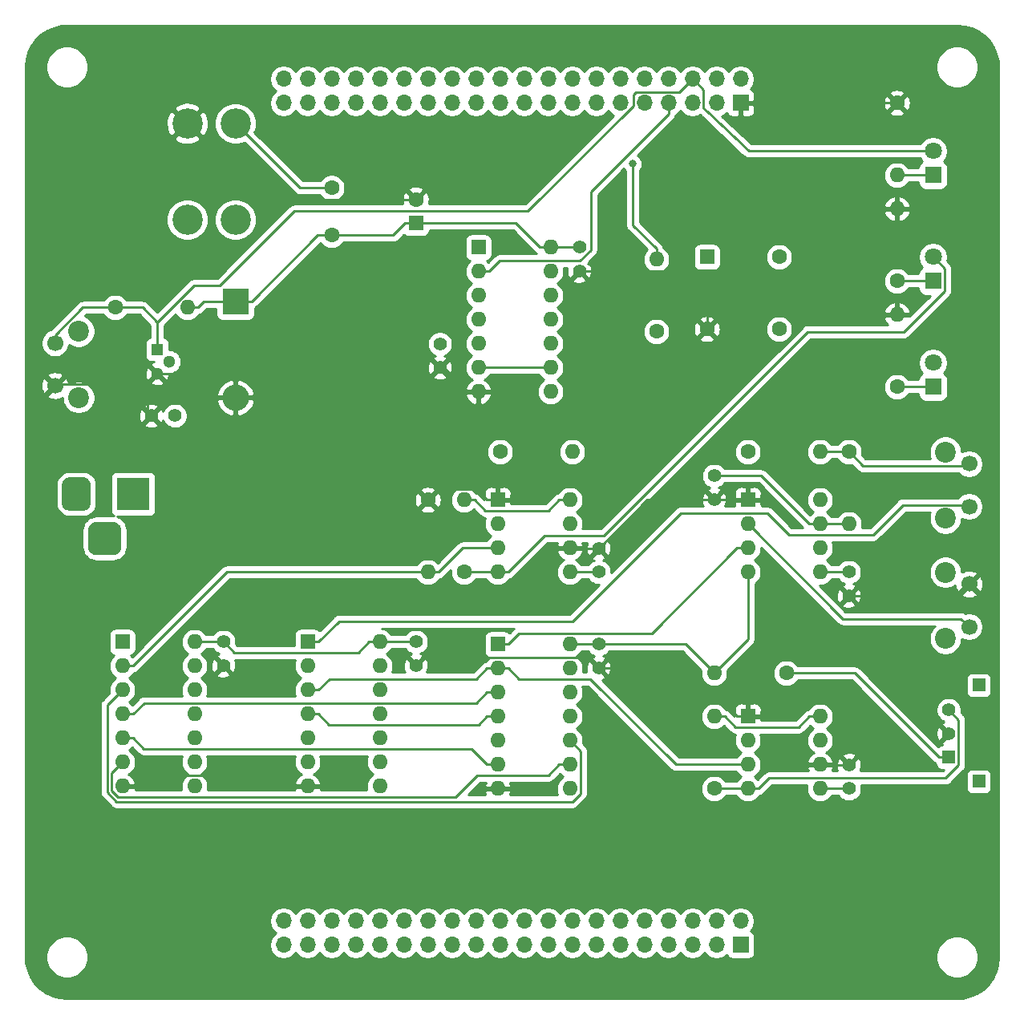
<source format=gtl>
G04 #@! TF.GenerationSoftware,KiCad,Pcbnew,(5.1.5-0-10_14)*
G04 #@! TF.CreationDate,2020-04-21T21:14:11+02:00*
G04 #@! TF.ProjectId,Power-Clock,506f7765-722d-4436-9c6f-636b2e6b6963,rev?*
G04 #@! TF.SameCoordinates,Original*
G04 #@! TF.FileFunction,Copper,L1,Top*
G04 #@! TF.FilePolarity,Positive*
%FSLAX46Y46*%
G04 Gerber Fmt 4.6, Leading zero omitted, Abs format (unit mm)*
G04 Created by KiCad (PCBNEW (5.1.5-0-10_14)) date 2020-04-21 21:14:11*
%MOMM*%
%LPD*%
G04 APERTURE LIST*
%ADD10C,3.200000*%
%ADD11C,1.800000*%
%ADD12R,1.800000X1.800000*%
%ADD13O,1.600000X1.600000*%
%ADD14R,1.600000X1.600000*%
%ADD15R,1.300000X1.300000*%
%ADD16C,1.300000*%
%ADD17C,1.700000*%
%ADD18C,2.200000*%
%ADD19R,1.400000X1.400000*%
%ADD20C,1.400000*%
%ADD21C,1.600000*%
%ADD22O,1.700000X1.700000*%
%ADD23R,1.700000X1.700000*%
%ADD24C,0.100000*%
%ADD25R,3.500000X3.500000*%
%ADD26R,2.800000X2.800000*%
%ADD27O,2.800000X2.800000*%
%ADD28C,0.800000*%
%ADD29C,0.250000*%
%ADD30C,0.254000*%
G04 APERTURE END LIST*
D10*
X49530000Y-37719000D03*
X49530000Y-47879000D03*
X44450000Y-37719000D03*
X44450000Y-47879000D03*
D11*
X123190000Y-62992000D03*
D12*
X123190000Y-65532000D03*
D11*
X123190000Y-51816000D03*
D12*
X123190000Y-54356000D03*
D13*
X84836000Y-92710000D03*
X77216000Y-107950000D03*
X84836000Y-95250000D03*
X77216000Y-105410000D03*
X84836000Y-97790000D03*
X77216000Y-102870000D03*
X84836000Y-100330000D03*
X77216000Y-100330000D03*
X84836000Y-102870000D03*
X77216000Y-97790000D03*
X84836000Y-105410000D03*
X77216000Y-95250000D03*
X84836000Y-107950000D03*
D14*
X77216000Y-92710000D03*
D15*
X41275000Y-61595000D03*
D16*
X41275000Y-64135000D03*
X42545000Y-62865000D03*
D13*
X84836000Y-77470000D03*
X77216000Y-85090000D03*
X84836000Y-80010000D03*
X77216000Y-82550000D03*
X84836000Y-82550000D03*
X77216000Y-80010000D03*
X84836000Y-85090000D03*
D14*
X77216000Y-77470000D03*
D13*
X64770000Y-92456000D03*
X57150000Y-107696000D03*
X64770000Y-94996000D03*
X57150000Y-105156000D03*
X64770000Y-97536000D03*
X57150000Y-102616000D03*
X64770000Y-100076000D03*
X57150000Y-100076000D03*
X64770000Y-102616000D03*
X57150000Y-97536000D03*
X64770000Y-105156000D03*
X57150000Y-94996000D03*
X64770000Y-107696000D03*
D14*
X57150000Y-92456000D03*
D13*
X111252000Y-77470000D03*
X103632000Y-85090000D03*
X111252000Y-80010000D03*
X103632000Y-82550000D03*
X111252000Y-82550000D03*
X103632000Y-80010000D03*
X111252000Y-85090000D03*
D14*
X103632000Y-77470000D03*
D17*
X30480000Y-65405000D03*
X30480000Y-60905000D03*
D18*
X32980000Y-66655000D03*
X32980000Y-59655000D03*
D19*
X128016000Y-97028000D03*
X128016000Y-107188000D03*
D20*
X124841000Y-99648000D03*
X124841000Y-102148000D03*
D19*
X124841000Y-104648000D03*
D17*
X127000000Y-73660000D03*
X127000000Y-78160000D03*
D18*
X124500000Y-72410000D03*
X124500000Y-79410000D03*
D17*
X127000000Y-86360000D03*
X127000000Y-90860000D03*
D18*
X124500000Y-85110000D03*
X124500000Y-92110000D03*
D13*
X100076000Y-100330000D03*
D21*
X100076000Y-107950000D03*
D22*
X54610000Y-121920000D03*
X54610000Y-124460000D03*
X57150000Y-121920000D03*
X57150000Y-124460000D03*
X59690000Y-121920000D03*
X59690000Y-124460000D03*
X62230000Y-121920000D03*
X62230000Y-124460000D03*
X64770000Y-121920000D03*
X64770000Y-124460000D03*
X67310000Y-121920000D03*
X67310000Y-124460000D03*
X69850000Y-121920000D03*
X69850000Y-124460000D03*
X72390000Y-121920000D03*
X72390000Y-124460000D03*
X74930000Y-121920000D03*
X74930000Y-124460000D03*
X77470000Y-121920000D03*
X77470000Y-124460000D03*
X80010000Y-121920000D03*
X80010000Y-124460000D03*
X82550000Y-121920000D03*
X82550000Y-124460000D03*
X85090000Y-121920000D03*
X85090000Y-124460000D03*
X87630000Y-121920000D03*
X87630000Y-124460000D03*
X90170000Y-121920000D03*
X90170000Y-124460000D03*
X92710000Y-121920000D03*
X92710000Y-124460000D03*
X95250000Y-121920000D03*
X95250000Y-124460000D03*
X97790000Y-121920000D03*
X97790000Y-124460000D03*
X100330000Y-121920000D03*
X100330000Y-124460000D03*
X102870000Y-121920000D03*
D23*
X102870000Y-124460000D03*
D22*
X54610000Y-33020000D03*
X54610000Y-35560000D03*
X57150000Y-33020000D03*
X57150000Y-35560000D03*
X59690000Y-33020000D03*
X59690000Y-35560000D03*
X62230000Y-33020000D03*
X62230000Y-35560000D03*
X64770000Y-33020000D03*
X64770000Y-35560000D03*
X67310000Y-33020000D03*
X67310000Y-35560000D03*
X69850000Y-33020000D03*
X69850000Y-35560000D03*
X72390000Y-33020000D03*
X72390000Y-35560000D03*
X74930000Y-33020000D03*
X74930000Y-35560000D03*
X77470000Y-33020000D03*
X77470000Y-35560000D03*
X80010000Y-33020000D03*
X80010000Y-35560000D03*
X82550000Y-33020000D03*
X82550000Y-35560000D03*
X85090000Y-33020000D03*
X85090000Y-35560000D03*
X87630000Y-33020000D03*
X87630000Y-35560000D03*
X90170000Y-33020000D03*
X90170000Y-35560000D03*
X92710000Y-33020000D03*
X92710000Y-35560000D03*
X95250000Y-33020000D03*
X95250000Y-35560000D03*
X97790000Y-33020000D03*
X97790000Y-35560000D03*
X100330000Y-33020000D03*
X100330000Y-35560000D03*
X102870000Y-33020000D03*
D23*
X102870000Y-35560000D03*
G04 #@! TA.AperFunction,ComponentPad*
D24*
G36*
X36695765Y-79789213D02*
G01*
X36780704Y-79801813D01*
X36863999Y-79822677D01*
X36944848Y-79851605D01*
X37022472Y-79888319D01*
X37096124Y-79932464D01*
X37165094Y-79983616D01*
X37228718Y-80041282D01*
X37286384Y-80104906D01*
X37337536Y-80173876D01*
X37381681Y-80247528D01*
X37418395Y-80325152D01*
X37447323Y-80406001D01*
X37468187Y-80489296D01*
X37480787Y-80574235D01*
X37485000Y-80660000D01*
X37485000Y-82410000D01*
X37480787Y-82495765D01*
X37468187Y-82580704D01*
X37447323Y-82663999D01*
X37418395Y-82744848D01*
X37381681Y-82822472D01*
X37337536Y-82896124D01*
X37286384Y-82965094D01*
X37228718Y-83028718D01*
X37165094Y-83086384D01*
X37096124Y-83137536D01*
X37022472Y-83181681D01*
X36944848Y-83218395D01*
X36863999Y-83247323D01*
X36780704Y-83268187D01*
X36695765Y-83280787D01*
X36610000Y-83285000D01*
X34860000Y-83285000D01*
X34774235Y-83280787D01*
X34689296Y-83268187D01*
X34606001Y-83247323D01*
X34525152Y-83218395D01*
X34447528Y-83181681D01*
X34373876Y-83137536D01*
X34304906Y-83086384D01*
X34241282Y-83028718D01*
X34183616Y-82965094D01*
X34132464Y-82896124D01*
X34088319Y-82822472D01*
X34051605Y-82744848D01*
X34022677Y-82663999D01*
X34001813Y-82580704D01*
X33989213Y-82495765D01*
X33985000Y-82410000D01*
X33985000Y-80660000D01*
X33989213Y-80574235D01*
X34001813Y-80489296D01*
X34022677Y-80406001D01*
X34051605Y-80325152D01*
X34088319Y-80247528D01*
X34132464Y-80173876D01*
X34183616Y-80104906D01*
X34241282Y-80041282D01*
X34304906Y-79983616D01*
X34373876Y-79932464D01*
X34447528Y-79888319D01*
X34525152Y-79851605D01*
X34606001Y-79822677D01*
X34689296Y-79801813D01*
X34774235Y-79789213D01*
X34860000Y-79785000D01*
X36610000Y-79785000D01*
X36695765Y-79789213D01*
G37*
G04 #@! TD.AperFunction*
G04 #@! TA.AperFunction,ComponentPad*
G36*
X33558513Y-75088611D02*
G01*
X33631318Y-75099411D01*
X33702714Y-75117295D01*
X33772013Y-75142090D01*
X33838548Y-75173559D01*
X33901678Y-75211398D01*
X33960795Y-75255242D01*
X34015330Y-75304670D01*
X34064758Y-75359205D01*
X34108602Y-75418322D01*
X34146441Y-75481452D01*
X34177910Y-75547987D01*
X34202705Y-75617286D01*
X34220589Y-75688682D01*
X34231389Y-75761487D01*
X34235000Y-75835000D01*
X34235000Y-77835000D01*
X34231389Y-77908513D01*
X34220589Y-77981318D01*
X34202705Y-78052714D01*
X34177910Y-78122013D01*
X34146441Y-78188548D01*
X34108602Y-78251678D01*
X34064758Y-78310795D01*
X34015330Y-78365330D01*
X33960795Y-78414758D01*
X33901678Y-78458602D01*
X33838548Y-78496441D01*
X33772013Y-78527910D01*
X33702714Y-78552705D01*
X33631318Y-78570589D01*
X33558513Y-78581389D01*
X33485000Y-78585000D01*
X31985000Y-78585000D01*
X31911487Y-78581389D01*
X31838682Y-78570589D01*
X31767286Y-78552705D01*
X31697987Y-78527910D01*
X31631452Y-78496441D01*
X31568322Y-78458602D01*
X31509205Y-78414758D01*
X31454670Y-78365330D01*
X31405242Y-78310795D01*
X31361398Y-78251678D01*
X31323559Y-78188548D01*
X31292090Y-78122013D01*
X31267295Y-78052714D01*
X31249411Y-77981318D01*
X31238611Y-77908513D01*
X31235000Y-77835000D01*
X31235000Y-75835000D01*
X31238611Y-75761487D01*
X31249411Y-75688682D01*
X31267295Y-75617286D01*
X31292090Y-75547987D01*
X31323559Y-75481452D01*
X31361398Y-75418322D01*
X31405242Y-75359205D01*
X31454670Y-75304670D01*
X31509205Y-75255242D01*
X31568322Y-75211398D01*
X31631452Y-75173559D01*
X31697987Y-75142090D01*
X31767286Y-75117295D01*
X31838682Y-75099411D01*
X31911487Y-75088611D01*
X31985000Y-75085000D01*
X33485000Y-75085000D01*
X33558513Y-75088611D01*
G37*
G04 #@! TD.AperFunction*
D25*
X38735000Y-76835000D03*
D21*
X59690000Y-44530000D03*
X59690000Y-49530000D03*
D11*
X123190000Y-40640000D03*
D12*
X123190000Y-43180000D03*
D20*
X71120000Y-61000000D03*
X71120000Y-63500000D03*
X43140000Y-68580000D03*
X40640000Y-68580000D03*
X87884000Y-82590000D03*
X87884000Y-85090000D03*
D21*
X68580000Y-45760000D03*
D14*
X68580000Y-48260000D03*
D20*
X100076000Y-77430000D03*
X100076000Y-74930000D03*
X114300000Y-87590000D03*
X114300000Y-85090000D03*
D14*
X99314000Y-51816000D03*
D21*
X106934000Y-51816000D03*
X106934000Y-59436000D03*
X99314000Y-59436000D03*
D20*
X85852000Y-50800000D03*
X85852000Y-53300000D03*
X114300000Y-105450000D03*
X114300000Y-107950000D03*
X48260000Y-92456000D03*
X48260000Y-94956000D03*
X68580000Y-94956000D03*
X68580000Y-92456000D03*
X87884000Y-92710000D03*
X87884000Y-95210000D03*
D13*
X82804000Y-50800000D03*
X75184000Y-66040000D03*
X82804000Y-53340000D03*
X75184000Y-63500000D03*
X82804000Y-55880000D03*
X75184000Y-60960000D03*
X82804000Y-58420000D03*
X75184000Y-58420000D03*
X82804000Y-60960000D03*
X75184000Y-55880000D03*
X82804000Y-63500000D03*
X75184000Y-53340000D03*
X82804000Y-66040000D03*
D14*
X75184000Y-50800000D03*
X37592000Y-92456000D03*
D13*
X45212000Y-107696000D03*
X37592000Y-94996000D03*
X45212000Y-105156000D03*
X37592000Y-97536000D03*
X45212000Y-102616000D03*
X37592000Y-100076000D03*
X45212000Y-100076000D03*
X37592000Y-102616000D03*
X45212000Y-97536000D03*
X37592000Y-105156000D03*
X45212000Y-94996000D03*
X37592000Y-107696000D03*
X45212000Y-92456000D03*
X111252000Y-100330000D03*
X103632000Y-107950000D03*
X111252000Y-102870000D03*
X103632000Y-105410000D03*
X111252000Y-105410000D03*
X103632000Y-102870000D03*
X111252000Y-107950000D03*
D14*
X103632000Y-100330000D03*
D13*
X44450000Y-57150000D03*
D21*
X36830000Y-57150000D03*
X77470000Y-72390000D03*
D13*
X85090000Y-72390000D03*
X119380000Y-46736000D03*
D21*
X119380000Y-54356000D03*
X107696000Y-95758000D03*
D13*
X100076000Y-95758000D03*
X73660000Y-77470000D03*
D21*
X73660000Y-85090000D03*
X119380000Y-65532000D03*
D13*
X119380000Y-57912000D03*
X69850000Y-85090000D03*
D21*
X69850000Y-77470000D03*
X93980000Y-59690000D03*
D13*
X93980000Y-52070000D03*
X119380000Y-43180000D03*
D21*
X119380000Y-35560000D03*
D26*
X49530000Y-56515000D03*
D27*
X49530000Y-66675000D03*
D13*
X114300000Y-80010000D03*
D21*
X114300000Y-72390000D03*
X103632000Y-72390000D03*
D13*
X111252000Y-72390000D03*
D28*
X91467400Y-41995900D03*
D29*
X36830000Y-57150000D02*
X33434200Y-57150000D01*
X33434200Y-57150000D02*
X30480000Y-60104200D01*
X30480000Y-60104200D02*
X30480000Y-60905000D01*
X41275000Y-58711500D02*
X39713500Y-57150000D01*
X39713500Y-57150000D02*
X36830000Y-57150000D01*
X41275000Y-58711500D02*
X41275000Y-61595000D01*
X91534600Y-35863900D02*
X80413000Y-46985500D01*
X80413000Y-46985500D02*
X55740700Y-46985500D01*
X55740700Y-46985500D02*
X47910200Y-54816000D01*
X47910200Y-54816000D02*
X45170500Y-54816000D01*
X45170500Y-54816000D02*
X41275000Y-58711500D01*
X98965300Y-35003200D02*
X98965300Y-35876600D01*
X103728700Y-40640000D02*
X123190000Y-40640000D01*
X98965001Y-34195001D02*
X98965001Y-35846001D01*
X96425001Y-34384999D02*
X91853001Y-34384999D01*
X97790000Y-33020000D02*
X96425001Y-34384999D01*
X91534600Y-34703400D02*
X91534600Y-35273600D01*
X91853001Y-34384999D02*
X91534600Y-34703400D01*
X91534600Y-35273600D02*
X91534600Y-35863900D01*
X91534600Y-35070600D02*
X91534600Y-35273600D01*
X98965001Y-36100001D02*
X99314000Y-36449000D01*
X98965001Y-34195001D02*
X98965001Y-36100001D01*
X97790000Y-33020000D02*
X98965001Y-34195001D01*
X99314000Y-36449000D02*
X103728700Y-40640000D01*
X119380000Y-54356000D02*
X123190000Y-54356000D01*
X119380000Y-65532000D02*
X123190000Y-65532000D01*
X119380000Y-43180000D02*
X123190000Y-43180000D01*
X124841000Y-104648000D02*
X123815700Y-104648000D01*
X107696000Y-95758000D02*
X114925700Y-95758000D01*
X114925700Y-95758000D02*
X123815700Y-104648000D01*
X114300000Y-107950000D02*
X111252000Y-107950000D01*
X103632000Y-107950000D02*
X104757300Y-107950000D01*
X104757300Y-107950000D02*
X105882600Y-106824700D01*
X105882600Y-106824700D02*
X124529800Y-106824700D01*
X124529800Y-106824700D02*
X125877800Y-105476700D01*
X125877800Y-105476700D02*
X125877800Y-100684800D01*
X125877800Y-100684800D02*
X124841000Y-99648000D01*
X100076000Y-107950000D02*
X103632000Y-107950000D01*
X77216000Y-95250000D02*
X76090700Y-95250000D01*
X57150000Y-97536000D02*
X58275300Y-97536000D01*
X58275300Y-97536000D02*
X59436000Y-96375300D01*
X59436000Y-96375300D02*
X74965400Y-96375300D01*
X74965400Y-96375300D02*
X76090700Y-95250000D01*
X77216000Y-95250000D02*
X78341300Y-95250000D01*
X103632000Y-105410000D02*
X96049400Y-105410000D01*
X96049400Y-105410000D02*
X87014700Y-96375300D01*
X87014700Y-96375300D02*
X79466600Y-96375300D01*
X79466600Y-96375300D02*
X78341300Y-95250000D01*
X103632000Y-82550000D02*
X102506700Y-82550000D01*
X77216000Y-92710000D02*
X78341300Y-92710000D01*
X78341300Y-92710000D02*
X79466600Y-91584700D01*
X79466600Y-91584700D02*
X93472000Y-91584700D01*
X93472000Y-91584700D02*
X102506700Y-82550000D01*
X77216000Y-85090000D02*
X78341300Y-85090000D01*
X78341300Y-85090000D02*
X82151300Y-81280000D01*
X82151300Y-81280000D02*
X88402100Y-81280000D01*
X88402100Y-81280000D02*
X109976500Y-59705600D01*
X109976500Y-59705600D02*
X120118800Y-59705600D01*
X120118800Y-59705600D02*
X124415400Y-55409000D01*
X124415400Y-55409000D02*
X124415400Y-53041400D01*
X124415400Y-53041400D02*
X123190000Y-51816000D01*
X73660000Y-85090000D02*
X77216000Y-85090000D01*
X82804000Y-63500000D02*
X75184000Y-63500000D01*
X57150000Y-92456000D02*
X58275300Y-92456000D01*
X127000000Y-78160000D02*
X126824500Y-77984500D01*
X126824500Y-77984500D02*
X119996200Y-77984500D01*
X119996200Y-77984500D02*
X116844900Y-81135800D01*
X116844900Y-81135800D02*
X107965700Y-81135800D01*
X107965700Y-81135800D02*
X105692000Y-78862100D01*
X105692000Y-78862100D02*
X96527200Y-78862100D01*
X96527200Y-78862100D02*
X85110900Y-90278400D01*
X85110900Y-90278400D02*
X60452900Y-90278400D01*
X60452900Y-90278400D02*
X58275300Y-92456000D01*
X127000000Y-86360000D02*
X125770000Y-87590000D01*
X125770000Y-87590000D02*
X114300000Y-87590000D01*
X87884000Y-95210000D02*
X97386700Y-95210000D01*
X97386700Y-95210000D02*
X102506700Y-100330000D01*
X84836000Y-82550000D02*
X85961300Y-82550000D01*
X85961300Y-82550000D02*
X86001300Y-82590000D01*
X86001300Y-82590000D02*
X87884000Y-82590000D01*
X75184000Y-66040000D02*
X74058700Y-66040000D01*
X71120000Y-63500000D02*
X71518700Y-63500000D01*
X71518700Y-63500000D02*
X74058700Y-66040000D01*
X74965400Y-76344700D02*
X76090700Y-77470000D01*
X69850000Y-77470000D02*
X70975300Y-76344700D01*
X70975300Y-76344700D02*
X74965400Y-76344700D01*
X75184000Y-67165300D02*
X74965400Y-67383900D01*
X74965400Y-67383900D02*
X74965400Y-76344700D01*
X75184000Y-66040000D02*
X75184000Y-67165300D01*
X68580000Y-45760000D02*
X52491000Y-45760000D01*
X52491000Y-45760000D02*
X44450000Y-37719000D01*
X40282400Y-65226400D02*
X40282400Y-68222400D01*
X40282400Y-68222400D02*
X40640000Y-68580000D01*
X41275000Y-64135000D02*
X40282400Y-65127600D01*
X40282400Y-65127600D02*
X40282400Y-65226400D01*
X40282400Y-65226400D02*
X30658600Y-65226400D01*
X30658600Y-65226400D02*
X30480000Y-65405000D01*
X99314000Y-57912000D02*
X99314000Y-59436000D01*
X85852000Y-53300000D02*
X94702000Y-53300000D01*
X94702000Y-53300000D02*
X99314000Y-57912000D01*
X99314000Y-57912000D02*
X118254700Y-57912000D01*
X119380000Y-57912000D02*
X118254700Y-57912000D01*
X87884000Y-82590000D02*
X93044000Y-77430000D01*
X93044000Y-77430000D02*
X100076000Y-77430000D01*
X68580000Y-94956000D02*
X69434000Y-94102000D01*
X69434000Y-94102000D02*
X86776000Y-94102000D01*
X86776000Y-94102000D02*
X87884000Y-95210000D01*
X47804700Y-66675000D02*
X45264700Y-64135000D01*
X45264700Y-64135000D02*
X41275000Y-64135000D01*
X56587400Y-107696000D02*
X57150000Y-107696000D01*
X56587400Y-107696000D02*
X56024700Y-107696000D01*
X48667400Y-66675000D02*
X49530000Y-66675000D01*
X48667400Y-66675000D02*
X47804700Y-66675000D01*
X102506700Y-77470000D02*
X102466700Y-77430000D01*
X102466700Y-77430000D02*
X100076000Y-77430000D01*
X103632000Y-100330000D02*
X102506700Y-100330000D01*
X77216000Y-77470000D02*
X76090700Y-77470000D01*
X102870000Y-35560000D02*
X119380000Y-35560000D01*
X103632000Y-77470000D02*
X102506700Y-77470000D01*
X111252000Y-105410000D02*
X112377300Y-105410000D01*
X114300000Y-105450000D02*
X112417300Y-105450000D01*
X112417300Y-105450000D02*
X112377300Y-105410000D01*
X37592000Y-107696000D02*
X38717300Y-107696000D01*
X38717300Y-107696000D02*
X39842600Y-106570700D01*
X39842600Y-106570700D02*
X54899400Y-106570700D01*
X54899400Y-106570700D02*
X56024700Y-107696000D01*
X114300000Y-85090000D02*
X111252000Y-85090000D01*
X111252000Y-80010000D02*
X110126700Y-80010000D01*
X100076000Y-74930000D02*
X105046700Y-74930000D01*
X105046700Y-74930000D02*
X110126700Y-80010000D01*
X114300000Y-80010000D02*
X111252000Y-80010000D01*
X48260000Y-92456000D02*
X46337300Y-92456000D01*
X63644700Y-92456000D02*
X62519300Y-93581400D01*
X62519300Y-93581400D02*
X49385400Y-93581400D01*
X49385400Y-93581400D02*
X48260000Y-92456000D01*
X45212000Y-92456000D02*
X46337300Y-92456000D01*
X64770000Y-92456000D02*
X63644700Y-92456000D01*
X68580000Y-92456000D02*
X64770000Y-92456000D01*
X87884000Y-92710000D02*
X95902700Y-92710000D01*
X84836000Y-92710000D02*
X87884000Y-92710000D01*
X68580000Y-48260000D02*
X67454700Y-48260000D01*
X59690000Y-49530000D02*
X66184700Y-49530000D01*
X66184700Y-49530000D02*
X67454700Y-48260000D01*
X51255300Y-56515000D02*
X58240300Y-49530000D01*
X58240300Y-49530000D02*
X59690000Y-49530000D01*
X49530000Y-56515000D02*
X51255300Y-56515000D01*
X49530000Y-56515000D02*
X46210300Y-56515000D01*
X46210300Y-56515000D02*
X45575300Y-57150000D01*
X127000000Y-73660000D02*
X126813800Y-73846200D01*
X126813800Y-73846200D02*
X115756200Y-73846200D01*
X115756200Y-73846200D02*
X114300000Y-72390000D01*
X111252000Y-100330000D02*
X110126700Y-100330000D01*
X100076000Y-100330000D02*
X101201300Y-100330000D01*
X101201300Y-100330000D02*
X102326600Y-101455300D01*
X102326600Y-101455300D02*
X109001400Y-101455300D01*
X109001400Y-101455300D02*
X110126700Y-100330000D01*
X84836000Y-77470000D02*
X83710700Y-77470000D01*
X73660000Y-77470000D02*
X74785300Y-77470000D01*
X74785300Y-77470000D02*
X75910600Y-78595300D01*
X75910600Y-78595300D02*
X82585400Y-78595300D01*
X82585400Y-78595300D02*
X83710700Y-77470000D01*
X82804000Y-50800000D02*
X81678700Y-50800000D01*
X68580000Y-48260000D02*
X79138700Y-48260000D01*
X79138700Y-48260000D02*
X81678700Y-50800000D01*
X85852000Y-50800000D02*
X82804000Y-50800000D01*
X111252000Y-72390000D02*
X114300000Y-72390000D01*
X44450000Y-57150000D02*
X45575300Y-57150000D01*
X103632000Y-92202000D02*
X100076000Y-95758000D01*
X103632000Y-85090000D02*
X103632000Y-92202000D01*
X97028000Y-92710000D02*
X100076000Y-95758000D01*
X87884000Y-92710000D02*
X97028000Y-92710000D01*
X87884000Y-85090000D02*
X84836000Y-85090000D01*
X59690000Y-44530000D02*
X56341000Y-44530000D01*
X56341000Y-44530000D02*
X49530000Y-37719000D01*
X93980000Y-50944700D02*
X91467400Y-48432100D01*
X91467400Y-48432100D02*
X91467400Y-41995900D01*
X93980000Y-52070000D02*
X93980000Y-50944700D01*
X95250000Y-36735300D02*
X87038600Y-44946700D01*
X87038600Y-44946700D02*
X87038600Y-51082400D01*
X87038600Y-51082400D02*
X85906300Y-52214700D01*
X85906300Y-52214700D02*
X77434600Y-52214700D01*
X77434600Y-52214700D02*
X76309300Y-53340000D01*
X75184000Y-53340000D02*
X76309300Y-53340000D01*
X95250000Y-35560000D02*
X95250000Y-36735300D01*
X126150001Y-90010001D02*
X127000000Y-90860000D01*
X113632001Y-90010001D02*
X126150001Y-90010001D01*
X103632000Y-80010000D02*
X113632001Y-90010001D01*
X37592000Y-94996000D02*
X38717300Y-94996000D01*
X38717300Y-94996000D02*
X48623300Y-85090000D01*
X48623300Y-85090000D02*
X69850000Y-85090000D01*
X69850000Y-85090000D02*
X70975300Y-85090000D01*
X70975300Y-85090000D02*
X73515300Y-82550000D01*
X73515300Y-82550000D02*
X77216000Y-82550000D01*
X77216000Y-100330000D02*
X76090700Y-100330000D01*
X57150000Y-100076000D02*
X58275300Y-100076000D01*
X58275300Y-100076000D02*
X59408500Y-101209200D01*
X59408500Y-101209200D02*
X75211500Y-101209200D01*
X75211500Y-101209200D02*
X76090700Y-100330000D01*
X77216000Y-105410000D02*
X76090700Y-105410000D01*
X37592000Y-102616000D02*
X38717300Y-102616000D01*
X38717300Y-102616000D02*
X39842600Y-103741300D01*
X39842600Y-103741300D02*
X74422000Y-103741300D01*
X74422000Y-103741300D02*
X76090700Y-105410000D01*
X35996900Y-108338200D02*
X36995100Y-109336400D01*
X36995100Y-109336400D02*
X85103500Y-109336400D01*
X85103500Y-109336400D02*
X85961300Y-108478600D01*
X85979000Y-104013000D02*
X85979000Y-105410000D01*
X84836000Y-102870000D02*
X85979000Y-104013000D01*
X85961300Y-108478600D02*
X85979000Y-105410000D01*
X35996900Y-99131100D02*
X35996900Y-108338200D01*
X37592000Y-97536000D02*
X35996900Y-99131100D01*
X77216000Y-97790000D02*
X76090700Y-97790000D01*
X37592000Y-100076000D02*
X38717300Y-100076000D01*
X38717300Y-100076000D02*
X39878000Y-98915300D01*
X39878000Y-98915300D02*
X74965400Y-98915300D01*
X74965400Y-98915300D02*
X76090700Y-97790000D01*
X83710700Y-105410000D02*
X84836000Y-105410000D01*
X82585400Y-106535300D02*
X83710700Y-105410000D01*
X72774100Y-108835700D02*
X75074500Y-106535300D01*
X36447300Y-108151700D02*
X37131300Y-108835700D01*
X75074500Y-106535300D02*
X82585400Y-106535300D01*
X37131300Y-108835700D02*
X72774100Y-108835700D01*
X36447300Y-106300700D02*
X36447300Y-108151700D01*
X37592000Y-105156000D02*
X36447300Y-106300700D01*
D30*
G36*
X126503358Y-27451842D02*
G01*
X127252277Y-27656723D01*
X127953072Y-27990986D01*
X128583605Y-28444069D01*
X129123934Y-29001645D01*
X129556989Y-29646099D01*
X129869073Y-30357044D01*
X130051640Y-31117493D01*
X130100000Y-31776031D01*
X130100001Y-125698371D01*
X130028158Y-126503359D01*
X129823277Y-127252277D01*
X129489013Y-127953075D01*
X129035931Y-128583605D01*
X128478354Y-129123935D01*
X127833901Y-129556989D01*
X127122956Y-129869073D01*
X126362506Y-130051640D01*
X125703968Y-130100000D01*
X31781618Y-130100000D01*
X30976641Y-130028158D01*
X30227723Y-129823277D01*
X29526925Y-129489013D01*
X28896395Y-129035931D01*
X28356065Y-128478354D01*
X27923011Y-127833901D01*
X27610927Y-127122956D01*
X27428360Y-126362506D01*
X27380000Y-125703968D01*
X27380000Y-125509872D01*
X29515000Y-125509872D01*
X29515000Y-125950128D01*
X29600890Y-126381925D01*
X29769369Y-126788669D01*
X30013962Y-127154729D01*
X30325271Y-127466038D01*
X30691331Y-127710631D01*
X31098075Y-127879110D01*
X31529872Y-127965000D01*
X31970128Y-127965000D01*
X32401925Y-127879110D01*
X32808669Y-127710631D01*
X33174729Y-127466038D01*
X33486038Y-127154729D01*
X33730631Y-126788669D01*
X33899110Y-126381925D01*
X33985000Y-125950128D01*
X33985000Y-125509872D01*
X33899110Y-125078075D01*
X33730631Y-124671331D01*
X33486038Y-124305271D01*
X33174729Y-123993962D01*
X32808669Y-123749369D01*
X32401925Y-123580890D01*
X31970128Y-123495000D01*
X31529872Y-123495000D01*
X31098075Y-123580890D01*
X30691331Y-123749369D01*
X30325271Y-123993962D01*
X30013962Y-124305271D01*
X29769369Y-124671331D01*
X29600890Y-125078075D01*
X29515000Y-125509872D01*
X27380000Y-125509872D01*
X27380000Y-121773740D01*
X53125000Y-121773740D01*
X53125000Y-122066260D01*
X53182068Y-122353158D01*
X53294010Y-122623411D01*
X53456525Y-122866632D01*
X53663368Y-123073475D01*
X53837760Y-123190000D01*
X53663368Y-123306525D01*
X53456525Y-123513368D01*
X53294010Y-123756589D01*
X53182068Y-124026842D01*
X53125000Y-124313740D01*
X53125000Y-124606260D01*
X53182068Y-124893158D01*
X53294010Y-125163411D01*
X53456525Y-125406632D01*
X53663368Y-125613475D01*
X53906589Y-125775990D01*
X54176842Y-125887932D01*
X54463740Y-125945000D01*
X54756260Y-125945000D01*
X55043158Y-125887932D01*
X55313411Y-125775990D01*
X55556632Y-125613475D01*
X55763475Y-125406632D01*
X55880000Y-125232240D01*
X55996525Y-125406632D01*
X56203368Y-125613475D01*
X56446589Y-125775990D01*
X56716842Y-125887932D01*
X57003740Y-125945000D01*
X57296260Y-125945000D01*
X57583158Y-125887932D01*
X57853411Y-125775990D01*
X58096632Y-125613475D01*
X58303475Y-125406632D01*
X58420000Y-125232240D01*
X58536525Y-125406632D01*
X58743368Y-125613475D01*
X58986589Y-125775990D01*
X59256842Y-125887932D01*
X59543740Y-125945000D01*
X59836260Y-125945000D01*
X60123158Y-125887932D01*
X60393411Y-125775990D01*
X60636632Y-125613475D01*
X60843475Y-125406632D01*
X60960000Y-125232240D01*
X61076525Y-125406632D01*
X61283368Y-125613475D01*
X61526589Y-125775990D01*
X61796842Y-125887932D01*
X62083740Y-125945000D01*
X62376260Y-125945000D01*
X62663158Y-125887932D01*
X62933411Y-125775990D01*
X63176632Y-125613475D01*
X63383475Y-125406632D01*
X63500000Y-125232240D01*
X63616525Y-125406632D01*
X63823368Y-125613475D01*
X64066589Y-125775990D01*
X64336842Y-125887932D01*
X64623740Y-125945000D01*
X64916260Y-125945000D01*
X65203158Y-125887932D01*
X65473411Y-125775990D01*
X65716632Y-125613475D01*
X65923475Y-125406632D01*
X66040000Y-125232240D01*
X66156525Y-125406632D01*
X66363368Y-125613475D01*
X66606589Y-125775990D01*
X66876842Y-125887932D01*
X67163740Y-125945000D01*
X67456260Y-125945000D01*
X67743158Y-125887932D01*
X68013411Y-125775990D01*
X68256632Y-125613475D01*
X68463475Y-125406632D01*
X68580000Y-125232240D01*
X68696525Y-125406632D01*
X68903368Y-125613475D01*
X69146589Y-125775990D01*
X69416842Y-125887932D01*
X69703740Y-125945000D01*
X69996260Y-125945000D01*
X70283158Y-125887932D01*
X70553411Y-125775990D01*
X70796632Y-125613475D01*
X71003475Y-125406632D01*
X71120000Y-125232240D01*
X71236525Y-125406632D01*
X71443368Y-125613475D01*
X71686589Y-125775990D01*
X71956842Y-125887932D01*
X72243740Y-125945000D01*
X72536260Y-125945000D01*
X72823158Y-125887932D01*
X73093411Y-125775990D01*
X73336632Y-125613475D01*
X73543475Y-125406632D01*
X73660000Y-125232240D01*
X73776525Y-125406632D01*
X73983368Y-125613475D01*
X74226589Y-125775990D01*
X74496842Y-125887932D01*
X74783740Y-125945000D01*
X75076260Y-125945000D01*
X75363158Y-125887932D01*
X75633411Y-125775990D01*
X75876632Y-125613475D01*
X76083475Y-125406632D01*
X76200000Y-125232240D01*
X76316525Y-125406632D01*
X76523368Y-125613475D01*
X76766589Y-125775990D01*
X77036842Y-125887932D01*
X77323740Y-125945000D01*
X77616260Y-125945000D01*
X77903158Y-125887932D01*
X78173411Y-125775990D01*
X78416632Y-125613475D01*
X78623475Y-125406632D01*
X78740000Y-125232240D01*
X78856525Y-125406632D01*
X79063368Y-125613475D01*
X79306589Y-125775990D01*
X79576842Y-125887932D01*
X79863740Y-125945000D01*
X80156260Y-125945000D01*
X80443158Y-125887932D01*
X80713411Y-125775990D01*
X80956632Y-125613475D01*
X81163475Y-125406632D01*
X81280000Y-125232240D01*
X81396525Y-125406632D01*
X81603368Y-125613475D01*
X81846589Y-125775990D01*
X82116842Y-125887932D01*
X82403740Y-125945000D01*
X82696260Y-125945000D01*
X82983158Y-125887932D01*
X83253411Y-125775990D01*
X83496632Y-125613475D01*
X83703475Y-125406632D01*
X83820000Y-125232240D01*
X83936525Y-125406632D01*
X84143368Y-125613475D01*
X84386589Y-125775990D01*
X84656842Y-125887932D01*
X84943740Y-125945000D01*
X85236260Y-125945000D01*
X85523158Y-125887932D01*
X85793411Y-125775990D01*
X86036632Y-125613475D01*
X86243475Y-125406632D01*
X86360000Y-125232240D01*
X86476525Y-125406632D01*
X86683368Y-125613475D01*
X86926589Y-125775990D01*
X87196842Y-125887932D01*
X87483740Y-125945000D01*
X87776260Y-125945000D01*
X88063158Y-125887932D01*
X88333411Y-125775990D01*
X88576632Y-125613475D01*
X88783475Y-125406632D01*
X88900000Y-125232240D01*
X89016525Y-125406632D01*
X89223368Y-125613475D01*
X89466589Y-125775990D01*
X89736842Y-125887932D01*
X90023740Y-125945000D01*
X90316260Y-125945000D01*
X90603158Y-125887932D01*
X90873411Y-125775990D01*
X91116632Y-125613475D01*
X91323475Y-125406632D01*
X91440000Y-125232240D01*
X91556525Y-125406632D01*
X91763368Y-125613475D01*
X92006589Y-125775990D01*
X92276842Y-125887932D01*
X92563740Y-125945000D01*
X92856260Y-125945000D01*
X93143158Y-125887932D01*
X93413411Y-125775990D01*
X93656632Y-125613475D01*
X93863475Y-125406632D01*
X93980000Y-125232240D01*
X94096525Y-125406632D01*
X94303368Y-125613475D01*
X94546589Y-125775990D01*
X94816842Y-125887932D01*
X95103740Y-125945000D01*
X95396260Y-125945000D01*
X95683158Y-125887932D01*
X95953411Y-125775990D01*
X96196632Y-125613475D01*
X96403475Y-125406632D01*
X96520000Y-125232240D01*
X96636525Y-125406632D01*
X96843368Y-125613475D01*
X97086589Y-125775990D01*
X97356842Y-125887932D01*
X97643740Y-125945000D01*
X97936260Y-125945000D01*
X98223158Y-125887932D01*
X98493411Y-125775990D01*
X98736632Y-125613475D01*
X98943475Y-125406632D01*
X99060000Y-125232240D01*
X99176525Y-125406632D01*
X99383368Y-125613475D01*
X99626589Y-125775990D01*
X99896842Y-125887932D01*
X100183740Y-125945000D01*
X100476260Y-125945000D01*
X100763158Y-125887932D01*
X101033411Y-125775990D01*
X101276632Y-125613475D01*
X101408487Y-125481620D01*
X101430498Y-125554180D01*
X101489463Y-125664494D01*
X101568815Y-125761185D01*
X101665506Y-125840537D01*
X101775820Y-125899502D01*
X101895518Y-125935812D01*
X102020000Y-125948072D01*
X103720000Y-125948072D01*
X103844482Y-125935812D01*
X103964180Y-125899502D01*
X104074494Y-125840537D01*
X104171185Y-125761185D01*
X104250537Y-125664494D01*
X104309502Y-125554180D01*
X104322942Y-125509872D01*
X123495000Y-125509872D01*
X123495000Y-125950128D01*
X123580890Y-126381925D01*
X123749369Y-126788669D01*
X123993962Y-127154729D01*
X124305271Y-127466038D01*
X124671331Y-127710631D01*
X125078075Y-127879110D01*
X125509872Y-127965000D01*
X125950128Y-127965000D01*
X126381925Y-127879110D01*
X126788669Y-127710631D01*
X127154729Y-127466038D01*
X127466038Y-127154729D01*
X127710631Y-126788669D01*
X127879110Y-126381925D01*
X127965000Y-125950128D01*
X127965000Y-125509872D01*
X127879110Y-125078075D01*
X127710631Y-124671331D01*
X127466038Y-124305271D01*
X127154729Y-123993962D01*
X126788669Y-123749369D01*
X126381925Y-123580890D01*
X125950128Y-123495000D01*
X125509872Y-123495000D01*
X125078075Y-123580890D01*
X124671331Y-123749369D01*
X124305271Y-123993962D01*
X123993962Y-124305271D01*
X123749369Y-124671331D01*
X123580890Y-125078075D01*
X123495000Y-125509872D01*
X104322942Y-125509872D01*
X104345812Y-125434482D01*
X104358072Y-125310000D01*
X104358072Y-123610000D01*
X104345812Y-123485518D01*
X104309502Y-123365820D01*
X104250537Y-123255506D01*
X104171185Y-123158815D01*
X104074494Y-123079463D01*
X103964180Y-123020498D01*
X103891620Y-122998487D01*
X104023475Y-122866632D01*
X104185990Y-122623411D01*
X104297932Y-122353158D01*
X104355000Y-122066260D01*
X104355000Y-121773740D01*
X104297932Y-121486842D01*
X104185990Y-121216589D01*
X104023475Y-120973368D01*
X103816632Y-120766525D01*
X103573411Y-120604010D01*
X103303158Y-120492068D01*
X103016260Y-120435000D01*
X102723740Y-120435000D01*
X102436842Y-120492068D01*
X102166589Y-120604010D01*
X101923368Y-120766525D01*
X101716525Y-120973368D01*
X101600000Y-121147760D01*
X101483475Y-120973368D01*
X101276632Y-120766525D01*
X101033411Y-120604010D01*
X100763158Y-120492068D01*
X100476260Y-120435000D01*
X100183740Y-120435000D01*
X99896842Y-120492068D01*
X99626589Y-120604010D01*
X99383368Y-120766525D01*
X99176525Y-120973368D01*
X99060000Y-121147760D01*
X98943475Y-120973368D01*
X98736632Y-120766525D01*
X98493411Y-120604010D01*
X98223158Y-120492068D01*
X97936260Y-120435000D01*
X97643740Y-120435000D01*
X97356842Y-120492068D01*
X97086589Y-120604010D01*
X96843368Y-120766525D01*
X96636525Y-120973368D01*
X96520000Y-121147760D01*
X96403475Y-120973368D01*
X96196632Y-120766525D01*
X95953411Y-120604010D01*
X95683158Y-120492068D01*
X95396260Y-120435000D01*
X95103740Y-120435000D01*
X94816842Y-120492068D01*
X94546589Y-120604010D01*
X94303368Y-120766525D01*
X94096525Y-120973368D01*
X93980000Y-121147760D01*
X93863475Y-120973368D01*
X93656632Y-120766525D01*
X93413411Y-120604010D01*
X93143158Y-120492068D01*
X92856260Y-120435000D01*
X92563740Y-120435000D01*
X92276842Y-120492068D01*
X92006589Y-120604010D01*
X91763368Y-120766525D01*
X91556525Y-120973368D01*
X91440000Y-121147760D01*
X91323475Y-120973368D01*
X91116632Y-120766525D01*
X90873411Y-120604010D01*
X90603158Y-120492068D01*
X90316260Y-120435000D01*
X90023740Y-120435000D01*
X89736842Y-120492068D01*
X89466589Y-120604010D01*
X89223368Y-120766525D01*
X89016525Y-120973368D01*
X88900000Y-121147760D01*
X88783475Y-120973368D01*
X88576632Y-120766525D01*
X88333411Y-120604010D01*
X88063158Y-120492068D01*
X87776260Y-120435000D01*
X87483740Y-120435000D01*
X87196842Y-120492068D01*
X86926589Y-120604010D01*
X86683368Y-120766525D01*
X86476525Y-120973368D01*
X86360000Y-121147760D01*
X86243475Y-120973368D01*
X86036632Y-120766525D01*
X85793411Y-120604010D01*
X85523158Y-120492068D01*
X85236260Y-120435000D01*
X84943740Y-120435000D01*
X84656842Y-120492068D01*
X84386589Y-120604010D01*
X84143368Y-120766525D01*
X83936525Y-120973368D01*
X83820000Y-121147760D01*
X83703475Y-120973368D01*
X83496632Y-120766525D01*
X83253411Y-120604010D01*
X82983158Y-120492068D01*
X82696260Y-120435000D01*
X82403740Y-120435000D01*
X82116842Y-120492068D01*
X81846589Y-120604010D01*
X81603368Y-120766525D01*
X81396525Y-120973368D01*
X81280000Y-121147760D01*
X81163475Y-120973368D01*
X80956632Y-120766525D01*
X80713411Y-120604010D01*
X80443158Y-120492068D01*
X80156260Y-120435000D01*
X79863740Y-120435000D01*
X79576842Y-120492068D01*
X79306589Y-120604010D01*
X79063368Y-120766525D01*
X78856525Y-120973368D01*
X78740000Y-121147760D01*
X78623475Y-120973368D01*
X78416632Y-120766525D01*
X78173411Y-120604010D01*
X77903158Y-120492068D01*
X77616260Y-120435000D01*
X77323740Y-120435000D01*
X77036842Y-120492068D01*
X76766589Y-120604010D01*
X76523368Y-120766525D01*
X76316525Y-120973368D01*
X76200000Y-121147760D01*
X76083475Y-120973368D01*
X75876632Y-120766525D01*
X75633411Y-120604010D01*
X75363158Y-120492068D01*
X75076260Y-120435000D01*
X74783740Y-120435000D01*
X74496842Y-120492068D01*
X74226589Y-120604010D01*
X73983368Y-120766525D01*
X73776525Y-120973368D01*
X73660000Y-121147760D01*
X73543475Y-120973368D01*
X73336632Y-120766525D01*
X73093411Y-120604010D01*
X72823158Y-120492068D01*
X72536260Y-120435000D01*
X72243740Y-120435000D01*
X71956842Y-120492068D01*
X71686589Y-120604010D01*
X71443368Y-120766525D01*
X71236525Y-120973368D01*
X71120000Y-121147760D01*
X71003475Y-120973368D01*
X70796632Y-120766525D01*
X70553411Y-120604010D01*
X70283158Y-120492068D01*
X69996260Y-120435000D01*
X69703740Y-120435000D01*
X69416842Y-120492068D01*
X69146589Y-120604010D01*
X68903368Y-120766525D01*
X68696525Y-120973368D01*
X68580000Y-121147760D01*
X68463475Y-120973368D01*
X68256632Y-120766525D01*
X68013411Y-120604010D01*
X67743158Y-120492068D01*
X67456260Y-120435000D01*
X67163740Y-120435000D01*
X66876842Y-120492068D01*
X66606589Y-120604010D01*
X66363368Y-120766525D01*
X66156525Y-120973368D01*
X66040000Y-121147760D01*
X65923475Y-120973368D01*
X65716632Y-120766525D01*
X65473411Y-120604010D01*
X65203158Y-120492068D01*
X64916260Y-120435000D01*
X64623740Y-120435000D01*
X64336842Y-120492068D01*
X64066589Y-120604010D01*
X63823368Y-120766525D01*
X63616525Y-120973368D01*
X63500000Y-121147760D01*
X63383475Y-120973368D01*
X63176632Y-120766525D01*
X62933411Y-120604010D01*
X62663158Y-120492068D01*
X62376260Y-120435000D01*
X62083740Y-120435000D01*
X61796842Y-120492068D01*
X61526589Y-120604010D01*
X61283368Y-120766525D01*
X61076525Y-120973368D01*
X60960000Y-121147760D01*
X60843475Y-120973368D01*
X60636632Y-120766525D01*
X60393411Y-120604010D01*
X60123158Y-120492068D01*
X59836260Y-120435000D01*
X59543740Y-120435000D01*
X59256842Y-120492068D01*
X58986589Y-120604010D01*
X58743368Y-120766525D01*
X58536525Y-120973368D01*
X58420000Y-121147760D01*
X58303475Y-120973368D01*
X58096632Y-120766525D01*
X57853411Y-120604010D01*
X57583158Y-120492068D01*
X57296260Y-120435000D01*
X57003740Y-120435000D01*
X56716842Y-120492068D01*
X56446589Y-120604010D01*
X56203368Y-120766525D01*
X55996525Y-120973368D01*
X55880000Y-121147760D01*
X55763475Y-120973368D01*
X55556632Y-120766525D01*
X55313411Y-120604010D01*
X55043158Y-120492068D01*
X54756260Y-120435000D01*
X54463740Y-120435000D01*
X54176842Y-120492068D01*
X53906589Y-120604010D01*
X53663368Y-120766525D01*
X53456525Y-120973368D01*
X53294010Y-121216589D01*
X53182068Y-121486842D01*
X53125000Y-121773740D01*
X27380000Y-121773740D01*
X27380000Y-99131100D01*
X35233224Y-99131100D01*
X35236900Y-99168422D01*
X35236901Y-108300868D01*
X35233224Y-108338200D01*
X35236901Y-108375533D01*
X35247053Y-108478601D01*
X35247898Y-108487185D01*
X35291354Y-108630446D01*
X35361926Y-108762476D01*
X35433101Y-108849202D01*
X35456900Y-108878201D01*
X35485898Y-108901999D01*
X36431301Y-109847403D01*
X36455099Y-109876401D01*
X36484097Y-109900199D01*
X36570823Y-109971374D01*
X36702853Y-110041946D01*
X36846114Y-110085403D01*
X36957767Y-110096400D01*
X36957777Y-110096400D01*
X36995100Y-110100076D01*
X37032423Y-110096400D01*
X85066178Y-110096400D01*
X85103500Y-110100076D01*
X85140822Y-110096400D01*
X85140833Y-110096400D01*
X85252486Y-110085403D01*
X85395747Y-110041946D01*
X85527776Y-109971374D01*
X85643501Y-109876401D01*
X85667303Y-109847398D01*
X86470759Y-109043944D01*
X86498177Y-109021706D01*
X86523536Y-108991167D01*
X86525099Y-108989604D01*
X86547502Y-108962305D01*
X86593816Y-108906531D01*
X86594869Y-108904587D01*
X86596273Y-108902877D01*
X86630524Y-108838798D01*
X86665148Y-108774911D01*
X86665802Y-108772797D01*
X86666845Y-108770847D01*
X86687927Y-108701348D01*
X86709431Y-108631903D01*
X86709661Y-108629701D01*
X86710302Y-108627587D01*
X86717410Y-108555414D01*
X86721072Y-108520316D01*
X86721085Y-108518109D01*
X86724976Y-108478601D01*
X86721515Y-108443464D01*
X86738784Y-105449526D01*
X86739000Y-105447333D01*
X86739000Y-105412073D01*
X86739202Y-105377052D01*
X86739000Y-105374872D01*
X86739000Y-104050322D01*
X86742676Y-104012999D01*
X86739000Y-103975676D01*
X86739000Y-103975667D01*
X86728003Y-103864014D01*
X86684546Y-103720753D01*
X86675495Y-103703820D01*
X86613974Y-103588723D01*
X86542799Y-103501997D01*
X86519001Y-103472999D01*
X86490004Y-103449202D01*
X86234688Y-103193886D01*
X86271000Y-103011335D01*
X86271000Y-102728665D01*
X86215853Y-102451426D01*
X86107680Y-102190273D01*
X85950637Y-101955241D01*
X85750759Y-101755363D01*
X85518241Y-101600000D01*
X85750759Y-101444637D01*
X85950637Y-101244759D01*
X86107680Y-101009727D01*
X86215853Y-100748574D01*
X86271000Y-100471335D01*
X86271000Y-100188665D01*
X86215853Y-99911426D01*
X86107680Y-99650273D01*
X85950637Y-99415241D01*
X85750759Y-99215363D01*
X85518241Y-99060000D01*
X85750759Y-98904637D01*
X85950637Y-98704759D01*
X86107680Y-98469727D01*
X86215853Y-98208574D01*
X86271000Y-97931335D01*
X86271000Y-97648665D01*
X86215853Y-97371426D01*
X86118047Y-97135300D01*
X86699899Y-97135300D01*
X95485601Y-105921003D01*
X95509399Y-105950001D01*
X95625124Y-106044974D01*
X95757153Y-106115546D01*
X95900414Y-106159003D01*
X96012067Y-106170000D01*
X96012076Y-106170000D01*
X96049399Y-106173676D01*
X96086722Y-106170000D01*
X102413957Y-106170000D01*
X102517363Y-106324759D01*
X102717241Y-106524637D01*
X102949759Y-106680000D01*
X102717241Y-106835363D01*
X102517363Y-107035241D01*
X102413957Y-107190000D01*
X101294043Y-107190000D01*
X101190637Y-107035241D01*
X100990759Y-106835363D01*
X100755727Y-106678320D01*
X100494574Y-106570147D01*
X100217335Y-106515000D01*
X99934665Y-106515000D01*
X99657426Y-106570147D01*
X99396273Y-106678320D01*
X99161241Y-106835363D01*
X98961363Y-107035241D01*
X98804320Y-107270273D01*
X98696147Y-107531426D01*
X98641000Y-107808665D01*
X98641000Y-108091335D01*
X98696147Y-108368574D01*
X98804320Y-108629727D01*
X98961363Y-108864759D01*
X99161241Y-109064637D01*
X99396273Y-109221680D01*
X99657426Y-109329853D01*
X99934665Y-109385000D01*
X100217335Y-109385000D01*
X100494574Y-109329853D01*
X100755727Y-109221680D01*
X100990759Y-109064637D01*
X101190637Y-108864759D01*
X101294043Y-108710000D01*
X102413957Y-108710000D01*
X102517363Y-108864759D01*
X102717241Y-109064637D01*
X102952273Y-109221680D01*
X103213426Y-109329853D01*
X103490665Y-109385000D01*
X103773335Y-109385000D01*
X104050574Y-109329853D01*
X104311727Y-109221680D01*
X104546759Y-109064637D01*
X104746637Y-108864759D01*
X104853947Y-108704158D01*
X104906286Y-108699003D01*
X105049547Y-108655546D01*
X105181576Y-108584974D01*
X105297301Y-108490001D01*
X105321104Y-108460998D01*
X106197402Y-107584700D01*
X109861550Y-107584700D01*
X109817000Y-107808665D01*
X109817000Y-108091335D01*
X109872147Y-108368574D01*
X109980320Y-108629727D01*
X110137363Y-108864759D01*
X110337241Y-109064637D01*
X110572273Y-109221680D01*
X110833426Y-109329853D01*
X111110665Y-109385000D01*
X111393335Y-109385000D01*
X111670574Y-109329853D01*
X111931727Y-109221680D01*
X112166759Y-109064637D01*
X112366637Y-108864759D01*
X112470043Y-108710000D01*
X113202225Y-108710000D01*
X113263038Y-108801013D01*
X113448987Y-108986962D01*
X113667641Y-109133061D01*
X113910595Y-109233696D01*
X114168514Y-109285000D01*
X114431486Y-109285000D01*
X114689405Y-109233696D01*
X114932359Y-109133061D01*
X115151013Y-108986962D01*
X115336962Y-108801013D01*
X115483061Y-108582359D01*
X115583696Y-108339405D01*
X115635000Y-108081486D01*
X115635000Y-107818514D01*
X115588491Y-107584700D01*
X124492478Y-107584700D01*
X124529800Y-107588376D01*
X124567122Y-107584700D01*
X124567133Y-107584700D01*
X124678786Y-107573703D01*
X124822047Y-107530246D01*
X124954076Y-107459674D01*
X125069801Y-107364701D01*
X125093604Y-107335697D01*
X125941301Y-106488000D01*
X126677928Y-106488000D01*
X126677928Y-107888000D01*
X126690188Y-108012482D01*
X126726498Y-108132180D01*
X126785463Y-108242494D01*
X126864815Y-108339185D01*
X126961506Y-108418537D01*
X127071820Y-108477502D01*
X127191518Y-108513812D01*
X127316000Y-108526072D01*
X128716000Y-108526072D01*
X128840482Y-108513812D01*
X128960180Y-108477502D01*
X129070494Y-108418537D01*
X129167185Y-108339185D01*
X129246537Y-108242494D01*
X129305502Y-108132180D01*
X129341812Y-108012482D01*
X129354072Y-107888000D01*
X129354072Y-106488000D01*
X129341812Y-106363518D01*
X129305502Y-106243820D01*
X129246537Y-106133506D01*
X129167185Y-106036815D01*
X129070494Y-105957463D01*
X128960180Y-105898498D01*
X128840482Y-105862188D01*
X128716000Y-105849928D01*
X127316000Y-105849928D01*
X127191518Y-105862188D01*
X127071820Y-105898498D01*
X126961506Y-105957463D01*
X126864815Y-106036815D01*
X126785463Y-106133506D01*
X126726498Y-106243820D01*
X126690188Y-106363518D01*
X126677928Y-106488000D01*
X125941301Y-106488000D01*
X126388804Y-106040498D01*
X126417801Y-106016701D01*
X126454896Y-105971501D01*
X126512774Y-105900977D01*
X126583346Y-105768947D01*
X126585848Y-105760699D01*
X126626803Y-105625686D01*
X126637800Y-105514033D01*
X126637800Y-105514023D01*
X126641476Y-105476700D01*
X126637800Y-105439377D01*
X126637800Y-100722133D01*
X126641477Y-100684800D01*
X126626803Y-100535814D01*
X126583346Y-100392553D01*
X126512774Y-100260524D01*
X126441599Y-100173797D01*
X126417801Y-100144799D01*
X126388803Y-100121001D01*
X126154645Y-99886843D01*
X126176000Y-99779486D01*
X126176000Y-99516514D01*
X126124696Y-99258595D01*
X126024061Y-99015641D01*
X125877962Y-98796987D01*
X125692013Y-98611038D01*
X125473359Y-98464939D01*
X125230405Y-98364304D01*
X124972486Y-98313000D01*
X124709514Y-98313000D01*
X124451595Y-98364304D01*
X124208641Y-98464939D01*
X123989987Y-98611038D01*
X123804038Y-98796987D01*
X123657939Y-99015641D01*
X123557304Y-99258595D01*
X123506000Y-99516514D01*
X123506000Y-99779486D01*
X123557304Y-100037405D01*
X123657939Y-100280359D01*
X123804038Y-100499013D01*
X123989987Y-100684962D01*
X124208641Y-100831061D01*
X124371118Y-100898361D01*
X124259634Y-100939065D01*
X124158797Y-100992963D01*
X124099336Y-101226731D01*
X124841000Y-101968395D01*
X124855143Y-101954253D01*
X125034748Y-102133858D01*
X125020605Y-102148000D01*
X125034748Y-102162143D01*
X124855143Y-102341748D01*
X124841000Y-102327605D01*
X124099336Y-103069269D01*
X124158797Y-103303037D01*
X124173614Y-103309928D01*
X124141000Y-103309928D01*
X124016518Y-103322188D01*
X123896820Y-103358498D01*
X123786506Y-103417463D01*
X123717004Y-103474502D01*
X122464975Y-102222473D01*
X123501610Y-102222473D01*
X123541875Y-102482344D01*
X123632065Y-102729366D01*
X123685963Y-102830203D01*
X123919731Y-102889664D01*
X124661395Y-102148000D01*
X123919731Y-101406336D01*
X123685963Y-101465797D01*
X123575066Y-101704242D01*
X123512817Y-101959740D01*
X123501610Y-102222473D01*
X122464975Y-102222473D01*
X116570502Y-96328000D01*
X126677928Y-96328000D01*
X126677928Y-97728000D01*
X126690188Y-97852482D01*
X126726498Y-97972180D01*
X126785463Y-98082494D01*
X126864815Y-98179185D01*
X126961506Y-98258537D01*
X127071820Y-98317502D01*
X127191518Y-98353812D01*
X127316000Y-98366072D01*
X128716000Y-98366072D01*
X128840482Y-98353812D01*
X128960180Y-98317502D01*
X129070494Y-98258537D01*
X129167185Y-98179185D01*
X129246537Y-98082494D01*
X129305502Y-97972180D01*
X129341812Y-97852482D01*
X129354072Y-97728000D01*
X129354072Y-96328000D01*
X129341812Y-96203518D01*
X129305502Y-96083820D01*
X129246537Y-95973506D01*
X129167185Y-95876815D01*
X129070494Y-95797463D01*
X128960180Y-95738498D01*
X128840482Y-95702188D01*
X128716000Y-95689928D01*
X127316000Y-95689928D01*
X127191518Y-95702188D01*
X127071820Y-95738498D01*
X126961506Y-95797463D01*
X126864815Y-95876815D01*
X126785463Y-95973506D01*
X126726498Y-96083820D01*
X126690188Y-96203518D01*
X126677928Y-96328000D01*
X116570502Y-96328000D01*
X115489504Y-95247003D01*
X115465701Y-95217999D01*
X115349976Y-95123026D01*
X115217947Y-95052454D01*
X115074686Y-95008997D01*
X114963033Y-94998000D01*
X114963022Y-94998000D01*
X114925700Y-94994324D01*
X114888378Y-94998000D01*
X108914043Y-94998000D01*
X108810637Y-94843241D01*
X108610759Y-94643363D01*
X108375727Y-94486320D01*
X108114574Y-94378147D01*
X107837335Y-94323000D01*
X107554665Y-94323000D01*
X107277426Y-94378147D01*
X107016273Y-94486320D01*
X106781241Y-94643363D01*
X106581363Y-94843241D01*
X106424320Y-95078273D01*
X106316147Y-95339426D01*
X106261000Y-95616665D01*
X106261000Y-95899335D01*
X106316147Y-96176574D01*
X106424320Y-96437727D01*
X106581363Y-96672759D01*
X106781241Y-96872637D01*
X107016273Y-97029680D01*
X107277426Y-97137853D01*
X107554665Y-97193000D01*
X107837335Y-97193000D01*
X108114574Y-97137853D01*
X108375727Y-97029680D01*
X108610759Y-96872637D01*
X108810637Y-96672759D01*
X108914043Y-96518000D01*
X114610899Y-96518000D01*
X123251901Y-105159003D01*
X123275699Y-105188001D01*
X123304697Y-105211799D01*
X123391424Y-105282974D01*
X123502928Y-105342575D01*
X123502928Y-105348000D01*
X123515188Y-105472482D01*
X123551498Y-105592180D01*
X123610463Y-105702494D01*
X123689815Y-105799185D01*
X123786506Y-105878537D01*
X123896820Y-105937502D01*
X124016518Y-105973812D01*
X124141000Y-105986072D01*
X124293627Y-105986072D01*
X124214999Y-106064700D01*
X115486432Y-106064700D01*
X115565934Y-105893758D01*
X115628183Y-105638260D01*
X115639390Y-105375527D01*
X115599125Y-105115656D01*
X115508935Y-104868634D01*
X115455037Y-104767797D01*
X115221269Y-104708336D01*
X114479605Y-105450000D01*
X114493748Y-105464143D01*
X114314143Y-105643748D01*
X114300000Y-105629605D01*
X114285858Y-105643748D01*
X114106253Y-105464143D01*
X114120395Y-105450000D01*
X113378731Y-104708336D01*
X113144963Y-104767797D01*
X113034066Y-105006242D01*
X112971817Y-105261740D01*
X112960610Y-105524473D01*
X113000875Y-105784344D01*
X113091065Y-106031366D01*
X113108882Y-106064700D01*
X112522134Y-106064700D01*
X112603246Y-105893087D01*
X112643904Y-105759039D01*
X112521915Y-105537000D01*
X111379000Y-105537000D01*
X111379000Y-105557000D01*
X111125000Y-105557000D01*
X111125000Y-105537000D01*
X109982085Y-105537000D01*
X109860096Y-105759039D01*
X109900754Y-105893087D01*
X109981866Y-106064700D01*
X105919933Y-106064700D01*
X105882600Y-106061023D01*
X105845267Y-106064700D01*
X105733614Y-106075697D01*
X105590353Y-106119154D01*
X105458324Y-106189726D01*
X105342599Y-106284699D01*
X105318801Y-106313697D01*
X104671947Y-106960551D01*
X104546759Y-106835363D01*
X104314241Y-106680000D01*
X104546759Y-106524637D01*
X104746637Y-106324759D01*
X104903680Y-106089727D01*
X105011853Y-105828574D01*
X105067000Y-105551335D01*
X105067000Y-105268665D01*
X105011853Y-104991426D01*
X104903680Y-104730273D01*
X104746637Y-104495241D01*
X104546759Y-104295363D01*
X104314241Y-104140000D01*
X104546759Y-103984637D01*
X104746637Y-103784759D01*
X104903680Y-103549727D01*
X105011853Y-103288574D01*
X105067000Y-103011335D01*
X105067000Y-102728665D01*
X105011853Y-102451426D01*
X104914047Y-102215300D01*
X108964078Y-102215300D01*
X109001400Y-102218976D01*
X109038722Y-102215300D01*
X109038733Y-102215300D01*
X109150386Y-102204303D01*
X109293647Y-102160846D01*
X109425676Y-102090274D01*
X109541401Y-101995301D01*
X109565204Y-101966298D01*
X110212053Y-101319449D01*
X110337241Y-101444637D01*
X110569759Y-101600000D01*
X110337241Y-101755363D01*
X110137363Y-101955241D01*
X109980320Y-102190273D01*
X109872147Y-102451426D01*
X109817000Y-102728665D01*
X109817000Y-103011335D01*
X109872147Y-103288574D01*
X109980320Y-103549727D01*
X110137363Y-103784759D01*
X110337241Y-103984637D01*
X110572273Y-104141680D01*
X110582865Y-104146067D01*
X110396869Y-104257615D01*
X110188481Y-104446586D01*
X110020963Y-104672580D01*
X109900754Y-104926913D01*
X109860096Y-105060961D01*
X109982085Y-105283000D01*
X111125000Y-105283000D01*
X111125000Y-105263000D01*
X111379000Y-105263000D01*
X111379000Y-105283000D01*
X112521915Y-105283000D01*
X112643904Y-105060961D01*
X112603246Y-104926913D01*
X112483037Y-104672580D01*
X112376409Y-104528731D01*
X113558336Y-104528731D01*
X114300000Y-105270395D01*
X115041664Y-104528731D01*
X114982203Y-104294963D01*
X114743758Y-104184066D01*
X114488260Y-104121817D01*
X114225527Y-104110610D01*
X113965656Y-104150875D01*
X113718634Y-104241065D01*
X113617797Y-104294963D01*
X113558336Y-104528731D01*
X112376409Y-104528731D01*
X112315519Y-104446586D01*
X112107131Y-104257615D01*
X111921135Y-104146067D01*
X111931727Y-104141680D01*
X112166759Y-103984637D01*
X112366637Y-103784759D01*
X112523680Y-103549727D01*
X112631853Y-103288574D01*
X112687000Y-103011335D01*
X112687000Y-102728665D01*
X112631853Y-102451426D01*
X112523680Y-102190273D01*
X112366637Y-101955241D01*
X112166759Y-101755363D01*
X111934241Y-101600000D01*
X112166759Y-101444637D01*
X112366637Y-101244759D01*
X112523680Y-101009727D01*
X112631853Y-100748574D01*
X112687000Y-100471335D01*
X112687000Y-100188665D01*
X112631853Y-99911426D01*
X112523680Y-99650273D01*
X112366637Y-99415241D01*
X112166759Y-99215363D01*
X111931727Y-99058320D01*
X111670574Y-98950147D01*
X111393335Y-98895000D01*
X111110665Y-98895000D01*
X110833426Y-98950147D01*
X110572273Y-99058320D01*
X110337241Y-99215363D01*
X110137363Y-99415241D01*
X110030053Y-99575842D01*
X109977714Y-99580997D01*
X109834453Y-99624454D01*
X109702424Y-99695026D01*
X109586699Y-99789999D01*
X109562901Y-99818997D01*
X108686599Y-100695300D01*
X105067475Y-100695300D01*
X105067000Y-100615750D01*
X104908250Y-100457000D01*
X103759000Y-100457000D01*
X103759000Y-100477000D01*
X103505000Y-100477000D01*
X103505000Y-100457000D01*
X103485000Y-100457000D01*
X103485000Y-100203000D01*
X103505000Y-100203000D01*
X103505000Y-99053750D01*
X103759000Y-99053750D01*
X103759000Y-100203000D01*
X104908250Y-100203000D01*
X105067000Y-100044250D01*
X105070072Y-99530000D01*
X105057812Y-99405518D01*
X105021502Y-99285820D01*
X104962537Y-99175506D01*
X104883185Y-99078815D01*
X104786494Y-98999463D01*
X104676180Y-98940498D01*
X104556482Y-98904188D01*
X104432000Y-98891928D01*
X103917750Y-98895000D01*
X103759000Y-99053750D01*
X103505000Y-99053750D01*
X103346250Y-98895000D01*
X102832000Y-98891928D01*
X102707518Y-98904188D01*
X102587820Y-98940498D01*
X102477506Y-98999463D01*
X102380815Y-99078815D01*
X102301463Y-99175506D01*
X102242498Y-99285820D01*
X102206188Y-99405518D01*
X102193928Y-99530000D01*
X102197000Y-100044250D01*
X102355748Y-100202998D01*
X102197000Y-100202998D01*
X102197000Y-100250898D01*
X101765104Y-99819002D01*
X101741301Y-99789999D01*
X101625576Y-99695026D01*
X101493547Y-99624454D01*
X101350286Y-99580997D01*
X101297947Y-99575842D01*
X101190637Y-99415241D01*
X100990759Y-99215363D01*
X100755727Y-99058320D01*
X100494574Y-98950147D01*
X100217335Y-98895000D01*
X99934665Y-98895000D01*
X99657426Y-98950147D01*
X99396273Y-99058320D01*
X99161241Y-99215363D01*
X98961363Y-99415241D01*
X98804320Y-99650273D01*
X98696147Y-99911426D01*
X98641000Y-100188665D01*
X98641000Y-100471335D01*
X98696147Y-100748574D01*
X98804320Y-101009727D01*
X98961363Y-101244759D01*
X99161241Y-101444637D01*
X99396273Y-101601680D01*
X99657426Y-101709853D01*
X99934665Y-101765000D01*
X100217335Y-101765000D01*
X100494574Y-101709853D01*
X100755727Y-101601680D01*
X100990759Y-101444637D01*
X101115947Y-101319449D01*
X101762801Y-101966303D01*
X101786599Y-101995301D01*
X101815597Y-102019099D01*
X101902324Y-102090274D01*
X102034353Y-102160846D01*
X102177614Y-102204303D01*
X102326600Y-102218977D01*
X102349359Y-102216735D01*
X102252147Y-102451426D01*
X102197000Y-102728665D01*
X102197000Y-103011335D01*
X102252147Y-103288574D01*
X102360320Y-103549727D01*
X102517363Y-103784759D01*
X102717241Y-103984637D01*
X102949759Y-104140000D01*
X102717241Y-104295363D01*
X102517363Y-104495241D01*
X102413957Y-104650000D01*
X96364202Y-104650000D01*
X88221994Y-96507793D01*
X88465366Y-96418935D01*
X88566203Y-96365037D01*
X88625664Y-96131269D01*
X87884000Y-95389605D01*
X87869858Y-95403748D01*
X87690253Y-95224143D01*
X87704395Y-95210000D01*
X88063605Y-95210000D01*
X88805269Y-95951664D01*
X89039037Y-95892203D01*
X89149934Y-95653758D01*
X89212183Y-95398260D01*
X89223390Y-95135527D01*
X89183125Y-94875656D01*
X89092935Y-94628634D01*
X89039037Y-94527797D01*
X88805269Y-94468336D01*
X88063605Y-95210000D01*
X87704395Y-95210000D01*
X86962731Y-94468336D01*
X86728963Y-94527797D01*
X86618066Y-94766242D01*
X86555817Y-95021740D01*
X86544610Y-95284473D01*
X86584875Y-95544344D01*
X86610782Y-95615300D01*
X86226450Y-95615300D01*
X86271000Y-95391335D01*
X86271000Y-95108665D01*
X86215853Y-94831426D01*
X86107680Y-94570273D01*
X85950637Y-94335241D01*
X85750759Y-94135363D01*
X85518241Y-93980000D01*
X85750759Y-93824637D01*
X85950637Y-93624759D01*
X86054043Y-93470000D01*
X86786225Y-93470000D01*
X86847038Y-93561013D01*
X87032987Y-93746962D01*
X87251641Y-93893061D01*
X87414118Y-93960361D01*
X87302634Y-94001065D01*
X87201797Y-94054963D01*
X87142336Y-94288731D01*
X87884000Y-95030395D01*
X88625664Y-94288731D01*
X88566203Y-94054963D01*
X88358596Y-93958408D01*
X88516359Y-93893061D01*
X88735013Y-93746962D01*
X88920962Y-93561013D01*
X88981775Y-93470000D01*
X96713199Y-93470000D01*
X98677312Y-95434114D01*
X98641000Y-95616665D01*
X98641000Y-95899335D01*
X98696147Y-96176574D01*
X98804320Y-96437727D01*
X98961363Y-96672759D01*
X99161241Y-96872637D01*
X99396273Y-97029680D01*
X99657426Y-97137853D01*
X99934665Y-97193000D01*
X100217335Y-97193000D01*
X100494574Y-97137853D01*
X100755727Y-97029680D01*
X100990759Y-96872637D01*
X101190637Y-96672759D01*
X101347680Y-96437727D01*
X101455853Y-96176574D01*
X101511000Y-95899335D01*
X101511000Y-95616665D01*
X101474688Y-95434114D01*
X104143008Y-92765795D01*
X104172001Y-92742001D01*
X104195795Y-92713008D01*
X104195799Y-92713004D01*
X104266973Y-92626277D01*
X104272423Y-92616081D01*
X104337546Y-92494247D01*
X104381003Y-92350986D01*
X104392000Y-92239333D01*
X104392000Y-92239324D01*
X104395676Y-92202001D01*
X104392000Y-92164678D01*
X104392000Y-86308043D01*
X104546759Y-86204637D01*
X104746637Y-86004759D01*
X104903680Y-85769727D01*
X105011853Y-85508574D01*
X105067000Y-85231335D01*
X105067000Y-84948665D01*
X105011853Y-84671426D01*
X104903680Y-84410273D01*
X104746637Y-84175241D01*
X104546759Y-83975363D01*
X104314241Y-83820000D01*
X104546759Y-83664637D01*
X104746637Y-83464759D01*
X104903680Y-83229727D01*
X105011853Y-82968574D01*
X105067000Y-82691335D01*
X105067000Y-82519801D01*
X113068201Y-90521003D01*
X113092000Y-90550002D01*
X113120998Y-90573800D01*
X113207724Y-90644975D01*
X113315674Y-90702676D01*
X113339754Y-90715547D01*
X113483015Y-90759004D01*
X113594668Y-90770001D01*
X113594677Y-90770001D01*
X113632000Y-90773677D01*
X113669323Y-90770001D01*
X123386338Y-90770001D01*
X123152337Y-91004002D01*
X122962463Y-91288169D01*
X122831675Y-91603919D01*
X122765000Y-91939117D01*
X122765000Y-92280883D01*
X122831675Y-92616081D01*
X122962463Y-92931831D01*
X123152337Y-93215998D01*
X123394002Y-93457663D01*
X123678169Y-93647537D01*
X123993919Y-93778325D01*
X124329117Y-93845000D01*
X124670883Y-93845000D01*
X125006081Y-93778325D01*
X125321831Y-93647537D01*
X125605998Y-93457663D01*
X125847663Y-93215998D01*
X126037537Y-92931831D01*
X126168325Y-92616081D01*
X126235000Y-92280883D01*
X126235000Y-92134838D01*
X126296589Y-92175990D01*
X126566842Y-92287932D01*
X126853740Y-92345000D01*
X127146260Y-92345000D01*
X127433158Y-92287932D01*
X127703411Y-92175990D01*
X127946632Y-92013475D01*
X128153475Y-91806632D01*
X128315990Y-91563411D01*
X128427932Y-91293158D01*
X128485000Y-91006260D01*
X128485000Y-90713740D01*
X128427932Y-90426842D01*
X128315990Y-90156589D01*
X128153475Y-89913368D01*
X127946632Y-89706525D01*
X127703411Y-89544010D01*
X127433158Y-89432068D01*
X127146260Y-89375000D01*
X126853740Y-89375000D01*
X126628771Y-89419749D01*
X126574277Y-89375027D01*
X126442248Y-89304455D01*
X126298987Y-89260998D01*
X126187334Y-89250001D01*
X126187323Y-89250001D01*
X126150001Y-89246325D01*
X126112679Y-89250001D01*
X113946803Y-89250001D01*
X113208071Y-88511269D01*
X113558336Y-88511269D01*
X113617797Y-88745037D01*
X113856242Y-88855934D01*
X114111740Y-88918183D01*
X114374473Y-88929390D01*
X114634344Y-88889125D01*
X114881366Y-88798935D01*
X114982203Y-88745037D01*
X115041664Y-88511269D01*
X114300000Y-87769605D01*
X113558336Y-88511269D01*
X113208071Y-88511269D01*
X112361275Y-87664473D01*
X112960610Y-87664473D01*
X113000875Y-87924344D01*
X113091065Y-88171366D01*
X113144963Y-88272203D01*
X113378731Y-88331664D01*
X114120395Y-87590000D01*
X114479605Y-87590000D01*
X115221269Y-88331664D01*
X115455037Y-88272203D01*
X115565934Y-88033758D01*
X115628183Y-87778260D01*
X115639390Y-87515527D01*
X115619693Y-87388397D01*
X126151208Y-87388397D01*
X126228843Y-87637472D01*
X126492883Y-87763371D01*
X126776411Y-87835339D01*
X127068531Y-87850611D01*
X127358019Y-87808599D01*
X127633747Y-87710919D01*
X127771157Y-87637472D01*
X127848792Y-87388397D01*
X127000000Y-86539605D01*
X126151208Y-87388397D01*
X115619693Y-87388397D01*
X115599125Y-87255656D01*
X115508935Y-87008634D01*
X115455037Y-86907797D01*
X115221269Y-86848336D01*
X114479605Y-87590000D01*
X114120395Y-87590000D01*
X113378731Y-86848336D01*
X113144963Y-86907797D01*
X113034066Y-87146242D01*
X112971817Y-87401740D01*
X112960610Y-87664473D01*
X112361275Y-87664473D01*
X111221802Y-86525000D01*
X111393335Y-86525000D01*
X111670574Y-86469853D01*
X111931727Y-86361680D01*
X112166759Y-86204637D01*
X112366637Y-86004759D01*
X112470043Y-85850000D01*
X113202225Y-85850000D01*
X113263038Y-85941013D01*
X113448987Y-86126962D01*
X113667641Y-86273061D01*
X113830118Y-86340361D01*
X113718634Y-86381065D01*
X113617797Y-86434963D01*
X113558336Y-86668731D01*
X114300000Y-87410395D01*
X115041664Y-86668731D01*
X114982203Y-86434963D01*
X114774596Y-86338408D01*
X114932359Y-86273061D01*
X115151013Y-86126962D01*
X115336962Y-85941013D01*
X115483061Y-85722359D01*
X115583696Y-85479405D01*
X115635000Y-85221486D01*
X115635000Y-84958514D01*
X115631142Y-84939117D01*
X122765000Y-84939117D01*
X122765000Y-85280883D01*
X122831675Y-85616081D01*
X122962463Y-85931831D01*
X123152337Y-86215998D01*
X123394002Y-86457663D01*
X123678169Y-86647537D01*
X123993919Y-86778325D01*
X124329117Y-86845000D01*
X124670883Y-86845000D01*
X125006081Y-86778325D01*
X125321831Y-86647537D01*
X125521783Y-86513934D01*
X125551401Y-86718019D01*
X125649081Y-86993747D01*
X125722528Y-87131157D01*
X125971603Y-87208792D01*
X126820395Y-86360000D01*
X127179605Y-86360000D01*
X128028397Y-87208792D01*
X128277472Y-87131157D01*
X128403371Y-86867117D01*
X128475339Y-86583589D01*
X128490611Y-86291469D01*
X128448599Y-86001981D01*
X128350919Y-85726253D01*
X128277472Y-85588843D01*
X128028397Y-85511208D01*
X127179605Y-86360000D01*
X126820395Y-86360000D01*
X126806253Y-86345858D01*
X126985858Y-86166253D01*
X127000000Y-86180395D01*
X127848792Y-85331603D01*
X127771157Y-85082528D01*
X127507117Y-84956629D01*
X127223589Y-84884661D01*
X126931469Y-84869389D01*
X126641981Y-84911401D01*
X126366253Y-85009081D01*
X126235000Y-85079237D01*
X126235000Y-84939117D01*
X126168325Y-84603919D01*
X126037537Y-84288169D01*
X125847663Y-84004002D01*
X125605998Y-83762337D01*
X125321831Y-83572463D01*
X125006081Y-83441675D01*
X124670883Y-83375000D01*
X124329117Y-83375000D01*
X123993919Y-83441675D01*
X123678169Y-83572463D01*
X123394002Y-83762337D01*
X123152337Y-84004002D01*
X122962463Y-84288169D01*
X122831675Y-84603919D01*
X122765000Y-84939117D01*
X115631142Y-84939117D01*
X115583696Y-84700595D01*
X115483061Y-84457641D01*
X115336962Y-84238987D01*
X115151013Y-84053038D01*
X114932359Y-83906939D01*
X114689405Y-83806304D01*
X114431486Y-83755000D01*
X114168514Y-83755000D01*
X113910595Y-83806304D01*
X113667641Y-83906939D01*
X113448987Y-84053038D01*
X113263038Y-84238987D01*
X113202225Y-84330000D01*
X112470043Y-84330000D01*
X112366637Y-84175241D01*
X112166759Y-83975363D01*
X111934241Y-83820000D01*
X112166759Y-83664637D01*
X112366637Y-83464759D01*
X112523680Y-83229727D01*
X112631853Y-82968574D01*
X112687000Y-82691335D01*
X112687000Y-82408665D01*
X112631853Y-82131426D01*
X112534254Y-81895800D01*
X116807578Y-81895800D01*
X116844900Y-81899476D01*
X116882222Y-81895800D01*
X116882233Y-81895800D01*
X116993886Y-81884803D01*
X117137147Y-81841346D01*
X117269176Y-81770774D01*
X117384901Y-81675801D01*
X117408704Y-81646797D01*
X120311002Y-78744500D01*
X122897709Y-78744500D01*
X122831675Y-78903919D01*
X122765000Y-79239117D01*
X122765000Y-79580883D01*
X122831675Y-79916081D01*
X122962463Y-80231831D01*
X123152337Y-80515998D01*
X123394002Y-80757663D01*
X123678169Y-80947537D01*
X123993919Y-81078325D01*
X124329117Y-81145000D01*
X124670883Y-81145000D01*
X125006081Y-81078325D01*
X125321831Y-80947537D01*
X125605998Y-80757663D01*
X125847663Y-80515998D01*
X126037537Y-80231831D01*
X126168325Y-79916081D01*
X126235000Y-79580883D01*
X126235000Y-79434838D01*
X126296589Y-79475990D01*
X126566842Y-79587932D01*
X126853740Y-79645000D01*
X127146260Y-79645000D01*
X127433158Y-79587932D01*
X127703411Y-79475990D01*
X127946632Y-79313475D01*
X128153475Y-79106632D01*
X128315990Y-78863411D01*
X128427932Y-78593158D01*
X128485000Y-78306260D01*
X128485000Y-78013740D01*
X128427932Y-77726842D01*
X128315990Y-77456589D01*
X128153475Y-77213368D01*
X127946632Y-77006525D01*
X127703411Y-76844010D01*
X127433158Y-76732068D01*
X127146260Y-76675000D01*
X126853740Y-76675000D01*
X126566842Y-76732068D01*
X126296589Y-76844010D01*
X126053368Y-77006525D01*
X125846525Y-77213368D01*
X125839087Y-77224500D01*
X120033522Y-77224500D01*
X119996199Y-77220824D01*
X119958876Y-77224500D01*
X119958867Y-77224500D01*
X119847214Y-77235497D01*
X119703953Y-77278954D01*
X119571924Y-77349526D01*
X119456199Y-77444499D01*
X119432401Y-77473497D01*
X116530099Y-80375800D01*
X115690351Y-80375800D01*
X115735000Y-80151335D01*
X115735000Y-79868665D01*
X115679853Y-79591426D01*
X115571680Y-79330273D01*
X115414637Y-79095241D01*
X115214759Y-78895363D01*
X114979727Y-78738320D01*
X114718574Y-78630147D01*
X114441335Y-78575000D01*
X114158665Y-78575000D01*
X113881426Y-78630147D01*
X113620273Y-78738320D01*
X113385241Y-78895363D01*
X113185363Y-79095241D01*
X113081957Y-79250000D01*
X112470043Y-79250000D01*
X112366637Y-79095241D01*
X112166759Y-78895363D01*
X111934241Y-78740000D01*
X112166759Y-78584637D01*
X112366637Y-78384759D01*
X112523680Y-78149727D01*
X112631853Y-77888574D01*
X112687000Y-77611335D01*
X112687000Y-77328665D01*
X112631853Y-77051426D01*
X112523680Y-76790273D01*
X112366637Y-76555241D01*
X112166759Y-76355363D01*
X111931727Y-76198320D01*
X111670574Y-76090147D01*
X111393335Y-76035000D01*
X111110665Y-76035000D01*
X110833426Y-76090147D01*
X110572273Y-76198320D01*
X110337241Y-76355363D01*
X110137363Y-76555241D01*
X109980320Y-76790273D01*
X109872147Y-77051426D01*
X109817000Y-77328665D01*
X109817000Y-77611335D01*
X109872147Y-77888574D01*
X109980320Y-78149727D01*
X110137363Y-78384759D01*
X110337241Y-78584637D01*
X110569759Y-78740000D01*
X110337241Y-78895363D01*
X110212053Y-79020551D01*
X105610504Y-74419003D01*
X105586701Y-74389999D01*
X105470976Y-74295026D01*
X105338947Y-74224454D01*
X105195686Y-74180997D01*
X105084033Y-74170000D01*
X105084022Y-74170000D01*
X105046700Y-74166324D01*
X105009378Y-74170000D01*
X101173775Y-74170000D01*
X101112962Y-74078987D01*
X100927013Y-73893038D01*
X100708359Y-73746939D01*
X100465405Y-73646304D01*
X100207486Y-73595000D01*
X99944514Y-73595000D01*
X99686595Y-73646304D01*
X99443641Y-73746939D01*
X99224987Y-73893038D01*
X99039038Y-74078987D01*
X98892939Y-74297641D01*
X98792304Y-74540595D01*
X98741000Y-74798514D01*
X98741000Y-75061486D01*
X98792304Y-75319405D01*
X98892939Y-75562359D01*
X99039038Y-75781013D01*
X99224987Y-75966962D01*
X99443641Y-76113061D01*
X99606118Y-76180361D01*
X99494634Y-76221065D01*
X99393797Y-76274963D01*
X99334336Y-76508731D01*
X100076000Y-77250395D01*
X100656395Y-76670000D01*
X102193928Y-76670000D01*
X102197000Y-77184250D01*
X102355750Y-77343000D01*
X103505000Y-77343000D01*
X103505000Y-76193750D01*
X103759000Y-76193750D01*
X103759000Y-77343000D01*
X104908250Y-77343000D01*
X105067000Y-77184250D01*
X105070072Y-76670000D01*
X105057812Y-76545518D01*
X105021502Y-76425820D01*
X104962537Y-76315506D01*
X104883185Y-76218815D01*
X104786494Y-76139463D01*
X104676180Y-76080498D01*
X104556482Y-76044188D01*
X104432000Y-76031928D01*
X103917750Y-76035000D01*
X103759000Y-76193750D01*
X103505000Y-76193750D01*
X103346250Y-76035000D01*
X102832000Y-76031928D01*
X102707518Y-76044188D01*
X102587820Y-76080498D01*
X102477506Y-76139463D01*
X102380815Y-76218815D01*
X102301463Y-76315506D01*
X102242498Y-76425820D01*
X102206188Y-76545518D01*
X102193928Y-76670000D01*
X100656395Y-76670000D01*
X100817664Y-76508731D01*
X100758203Y-76274963D01*
X100550596Y-76178408D01*
X100708359Y-76113061D01*
X100927013Y-75966962D01*
X101112962Y-75781013D01*
X101173775Y-75690000D01*
X104731899Y-75690000D01*
X109417698Y-80375800D01*
X108280503Y-80375800D01*
X106255804Y-78351102D01*
X106232001Y-78322099D01*
X106116276Y-78227126D01*
X105984247Y-78156554D01*
X105840986Y-78113097D01*
X105729333Y-78102100D01*
X105729322Y-78102100D01*
X105692000Y-78098424D01*
X105654678Y-78102100D01*
X105069069Y-78102100D01*
X105067000Y-77755750D01*
X104908250Y-77597000D01*
X103759000Y-77597000D01*
X103759000Y-77617000D01*
X103505000Y-77617000D01*
X103505000Y-77597000D01*
X102355750Y-77597000D01*
X102197000Y-77755750D01*
X102194931Y-78102100D01*
X101235736Y-78102100D01*
X101341934Y-77873758D01*
X101404183Y-77618260D01*
X101415390Y-77355527D01*
X101375125Y-77095656D01*
X101284935Y-76848634D01*
X101231037Y-76747797D01*
X100997269Y-76688336D01*
X100255605Y-77430000D01*
X100269748Y-77444143D01*
X100090143Y-77623748D01*
X100076000Y-77609605D01*
X100061858Y-77623748D01*
X99882253Y-77444143D01*
X99896395Y-77430000D01*
X99154731Y-76688336D01*
X98920963Y-76747797D01*
X98810066Y-76986242D01*
X98747817Y-77241740D01*
X98736610Y-77504473D01*
X98776875Y-77764344D01*
X98867065Y-78011366D01*
X98915563Y-78102100D01*
X96564522Y-78102100D01*
X96527199Y-78098424D01*
X96489876Y-78102100D01*
X96489867Y-78102100D01*
X96378214Y-78113097D01*
X96234953Y-78156554D01*
X96102924Y-78227126D01*
X95987199Y-78322099D01*
X95963401Y-78351097D01*
X89219000Y-85095499D01*
X89219000Y-84958514D01*
X89167696Y-84700595D01*
X89067061Y-84457641D01*
X88920962Y-84238987D01*
X88735013Y-84053038D01*
X88516359Y-83906939D01*
X88353882Y-83839639D01*
X88465366Y-83798935D01*
X88566203Y-83745037D01*
X88625664Y-83511269D01*
X87884000Y-82769605D01*
X87142336Y-83511269D01*
X87201797Y-83745037D01*
X87409404Y-83841592D01*
X87251641Y-83906939D01*
X87032987Y-84053038D01*
X86847038Y-84238987D01*
X86786225Y-84330000D01*
X86054043Y-84330000D01*
X85950637Y-84175241D01*
X85750759Y-83975363D01*
X85515727Y-83818320D01*
X85505135Y-83813933D01*
X85691131Y-83702385D01*
X85899519Y-83513414D01*
X86067037Y-83287420D01*
X86187246Y-83033087D01*
X86227904Y-82899039D01*
X86105915Y-82677000D01*
X84963000Y-82677000D01*
X84963000Y-82697000D01*
X84709000Y-82697000D01*
X84709000Y-82677000D01*
X83566085Y-82677000D01*
X83444096Y-82899039D01*
X83484754Y-83033087D01*
X83604963Y-83287420D01*
X83772481Y-83513414D01*
X83980869Y-83702385D01*
X84166865Y-83813933D01*
X84156273Y-83818320D01*
X83921241Y-83975363D01*
X83721363Y-84175241D01*
X83564320Y-84410273D01*
X83456147Y-84671426D01*
X83401000Y-84948665D01*
X83401000Y-85231335D01*
X83456147Y-85508574D01*
X83564320Y-85769727D01*
X83721363Y-86004759D01*
X83921241Y-86204637D01*
X84156273Y-86361680D01*
X84417426Y-86469853D01*
X84694665Y-86525000D01*
X84977335Y-86525000D01*
X85254574Y-86469853D01*
X85515727Y-86361680D01*
X85750759Y-86204637D01*
X85950637Y-86004759D01*
X86054043Y-85850000D01*
X86786225Y-85850000D01*
X86847038Y-85941013D01*
X87032987Y-86126962D01*
X87251641Y-86273061D01*
X87494595Y-86373696D01*
X87752514Y-86425000D01*
X87889499Y-86425000D01*
X84796099Y-89518400D01*
X60490222Y-89518400D01*
X60452899Y-89514724D01*
X60415576Y-89518400D01*
X60415567Y-89518400D01*
X60303914Y-89529397D01*
X60160653Y-89572854D01*
X60028624Y-89643426D01*
X60028622Y-89643427D01*
X60028623Y-89643427D01*
X59941896Y-89714601D01*
X59941892Y-89714605D01*
X59912899Y-89738399D01*
X59889105Y-89767392D01*
X58423947Y-91232551D01*
X58401185Y-91204815D01*
X58304494Y-91125463D01*
X58194180Y-91066498D01*
X58074482Y-91030188D01*
X57950000Y-91017928D01*
X56350000Y-91017928D01*
X56225518Y-91030188D01*
X56105820Y-91066498D01*
X55995506Y-91125463D01*
X55898815Y-91204815D01*
X55819463Y-91301506D01*
X55760498Y-91411820D01*
X55724188Y-91531518D01*
X55711928Y-91656000D01*
X55711928Y-92821400D01*
X49700202Y-92821400D01*
X49573645Y-92694843D01*
X49595000Y-92587486D01*
X49595000Y-92324514D01*
X49543696Y-92066595D01*
X49443061Y-91823641D01*
X49296962Y-91604987D01*
X49111013Y-91419038D01*
X48892359Y-91272939D01*
X48649405Y-91172304D01*
X48391486Y-91121000D01*
X48128514Y-91121000D01*
X47870595Y-91172304D01*
X47627641Y-91272939D01*
X47408987Y-91419038D01*
X47223038Y-91604987D01*
X47162225Y-91696000D01*
X46430043Y-91696000D01*
X46326637Y-91541241D01*
X46126759Y-91341363D01*
X45891727Y-91184320D01*
X45630574Y-91076147D01*
X45353335Y-91021000D01*
X45070665Y-91021000D01*
X44793426Y-91076147D01*
X44532273Y-91184320D01*
X44297241Y-91341363D01*
X44097363Y-91541241D01*
X43940320Y-91776273D01*
X43832147Y-92037426D01*
X43777000Y-92314665D01*
X43777000Y-92597335D01*
X43832147Y-92874574D01*
X43940320Y-93135727D01*
X44097363Y-93370759D01*
X44297241Y-93570637D01*
X44529759Y-93726000D01*
X44297241Y-93881363D01*
X44097363Y-94081241D01*
X43940320Y-94316273D01*
X43832147Y-94577426D01*
X43777000Y-94854665D01*
X43777000Y-95137335D01*
X43832147Y-95414574D01*
X43940320Y-95675727D01*
X44097363Y-95910759D01*
X44297241Y-96110637D01*
X44529759Y-96266000D01*
X44297241Y-96421363D01*
X44097363Y-96621241D01*
X43940320Y-96856273D01*
X43832147Y-97117426D01*
X43777000Y-97394665D01*
X43777000Y-97677335D01*
X43832147Y-97954574D01*
X43915290Y-98155300D01*
X39915325Y-98155300D01*
X39878000Y-98151624D01*
X39840675Y-98155300D01*
X39840667Y-98155300D01*
X39729014Y-98166297D01*
X39585753Y-98209754D01*
X39453724Y-98280326D01*
X39337999Y-98375299D01*
X39314201Y-98404297D01*
X38631947Y-99086551D01*
X38506759Y-98961363D01*
X38274241Y-98806000D01*
X38506759Y-98650637D01*
X38706637Y-98450759D01*
X38863680Y-98215727D01*
X38971853Y-97954574D01*
X39027000Y-97677335D01*
X39027000Y-97394665D01*
X38971853Y-97117426D01*
X38863680Y-96856273D01*
X38706637Y-96621241D01*
X38506759Y-96421363D01*
X38274241Y-96266000D01*
X38506759Y-96110637D01*
X38706637Y-95910759D01*
X38813947Y-95750158D01*
X38866286Y-95745003D01*
X39009547Y-95701546D01*
X39141576Y-95630974D01*
X39257301Y-95536001D01*
X39281104Y-95506997D01*
X48938102Y-85850000D01*
X68631957Y-85850000D01*
X68735363Y-86004759D01*
X68935241Y-86204637D01*
X69170273Y-86361680D01*
X69431426Y-86469853D01*
X69708665Y-86525000D01*
X69991335Y-86525000D01*
X70268574Y-86469853D01*
X70529727Y-86361680D01*
X70764759Y-86204637D01*
X70964637Y-86004759D01*
X71071947Y-85844158D01*
X71124286Y-85839003D01*
X71267547Y-85795546D01*
X71399576Y-85724974D01*
X71515301Y-85630001D01*
X71539104Y-85600997D01*
X72233334Y-84906768D01*
X72225000Y-84948665D01*
X72225000Y-85231335D01*
X72280147Y-85508574D01*
X72388320Y-85769727D01*
X72545363Y-86004759D01*
X72745241Y-86204637D01*
X72980273Y-86361680D01*
X73241426Y-86469853D01*
X73518665Y-86525000D01*
X73801335Y-86525000D01*
X74078574Y-86469853D01*
X74339727Y-86361680D01*
X74574759Y-86204637D01*
X74774637Y-86004759D01*
X74878043Y-85850000D01*
X75997957Y-85850000D01*
X76101363Y-86004759D01*
X76301241Y-86204637D01*
X76536273Y-86361680D01*
X76797426Y-86469853D01*
X77074665Y-86525000D01*
X77357335Y-86525000D01*
X77634574Y-86469853D01*
X77895727Y-86361680D01*
X78130759Y-86204637D01*
X78330637Y-86004759D01*
X78437947Y-85844158D01*
X78490286Y-85839003D01*
X78633547Y-85795546D01*
X78765576Y-85724974D01*
X78881301Y-85630001D01*
X78905104Y-85600997D01*
X82466102Y-82040000D01*
X83497474Y-82040000D01*
X83484754Y-82066913D01*
X83444096Y-82200961D01*
X83566085Y-82423000D01*
X84709000Y-82423000D01*
X84709000Y-82403000D01*
X84963000Y-82403000D01*
X84963000Y-82423000D01*
X86105915Y-82423000D01*
X86227904Y-82200961D01*
X86187246Y-82066913D01*
X86174526Y-82040000D01*
X86667477Y-82040000D01*
X86618066Y-82146242D01*
X86555817Y-82401740D01*
X86544610Y-82664473D01*
X86584875Y-82924344D01*
X86675065Y-83171366D01*
X86728963Y-83272203D01*
X86962731Y-83331664D01*
X87704395Y-82590000D01*
X87690253Y-82575858D01*
X87869858Y-82396253D01*
X87884000Y-82410395D01*
X87898143Y-82396253D01*
X88077748Y-82575858D01*
X88063605Y-82590000D01*
X88805269Y-83331664D01*
X89039037Y-83272203D01*
X89149934Y-83033758D01*
X89212183Y-82778260D01*
X89223390Y-82515527D01*
X89183125Y-82255656D01*
X89092935Y-82008634D01*
X89039037Y-81907797D01*
X88883369Y-81868201D01*
X88942101Y-81820001D01*
X88965904Y-81790997D01*
X98508236Y-72248665D01*
X102197000Y-72248665D01*
X102197000Y-72531335D01*
X102252147Y-72808574D01*
X102360320Y-73069727D01*
X102517363Y-73304759D01*
X102717241Y-73504637D01*
X102952273Y-73661680D01*
X103213426Y-73769853D01*
X103490665Y-73825000D01*
X103773335Y-73825000D01*
X104050574Y-73769853D01*
X104311727Y-73661680D01*
X104546759Y-73504637D01*
X104746637Y-73304759D01*
X104903680Y-73069727D01*
X105011853Y-72808574D01*
X105067000Y-72531335D01*
X105067000Y-72248665D01*
X109817000Y-72248665D01*
X109817000Y-72531335D01*
X109872147Y-72808574D01*
X109980320Y-73069727D01*
X110137363Y-73304759D01*
X110337241Y-73504637D01*
X110572273Y-73661680D01*
X110833426Y-73769853D01*
X111110665Y-73825000D01*
X111393335Y-73825000D01*
X111670574Y-73769853D01*
X111931727Y-73661680D01*
X112166759Y-73504637D01*
X112366637Y-73304759D01*
X112470043Y-73150000D01*
X113081957Y-73150000D01*
X113185363Y-73304759D01*
X113385241Y-73504637D01*
X113620273Y-73661680D01*
X113881426Y-73769853D01*
X114158665Y-73825000D01*
X114441335Y-73825000D01*
X114623886Y-73788688D01*
X115192401Y-74357203D01*
X115216199Y-74386201D01*
X115331924Y-74481174D01*
X115463953Y-74551746D01*
X115607214Y-74595203D01*
X115718867Y-74606200D01*
X115718875Y-74606200D01*
X115756200Y-74609876D01*
X115793525Y-74606200D01*
X125846236Y-74606200D01*
X125846525Y-74606632D01*
X126053368Y-74813475D01*
X126296589Y-74975990D01*
X126566842Y-75087932D01*
X126853740Y-75145000D01*
X127146260Y-75145000D01*
X127433158Y-75087932D01*
X127703411Y-74975990D01*
X127946632Y-74813475D01*
X128153475Y-74606632D01*
X128315990Y-74363411D01*
X128427932Y-74093158D01*
X128485000Y-73806260D01*
X128485000Y-73513740D01*
X128427932Y-73226842D01*
X128315990Y-72956589D01*
X128153475Y-72713368D01*
X127946632Y-72506525D01*
X127703411Y-72344010D01*
X127433158Y-72232068D01*
X127146260Y-72175000D01*
X126853740Y-72175000D01*
X126566842Y-72232068D01*
X126296589Y-72344010D01*
X126235000Y-72385162D01*
X126235000Y-72239117D01*
X126168325Y-71903919D01*
X126037537Y-71588169D01*
X125847663Y-71304002D01*
X125605998Y-71062337D01*
X125321831Y-70872463D01*
X125006081Y-70741675D01*
X124670883Y-70675000D01*
X124329117Y-70675000D01*
X123993919Y-70741675D01*
X123678169Y-70872463D01*
X123394002Y-71062337D01*
X123152337Y-71304002D01*
X122962463Y-71588169D01*
X122831675Y-71903919D01*
X122765000Y-72239117D01*
X122765000Y-72580883D01*
X122831675Y-72916081D01*
X122902141Y-73086200D01*
X116071002Y-73086200D01*
X115698688Y-72713886D01*
X115735000Y-72531335D01*
X115735000Y-72248665D01*
X115679853Y-71971426D01*
X115571680Y-71710273D01*
X115414637Y-71475241D01*
X115214759Y-71275363D01*
X114979727Y-71118320D01*
X114718574Y-71010147D01*
X114441335Y-70955000D01*
X114158665Y-70955000D01*
X113881426Y-71010147D01*
X113620273Y-71118320D01*
X113385241Y-71275363D01*
X113185363Y-71475241D01*
X113081957Y-71630000D01*
X112470043Y-71630000D01*
X112366637Y-71475241D01*
X112166759Y-71275363D01*
X111931727Y-71118320D01*
X111670574Y-71010147D01*
X111393335Y-70955000D01*
X111110665Y-70955000D01*
X110833426Y-71010147D01*
X110572273Y-71118320D01*
X110337241Y-71275363D01*
X110137363Y-71475241D01*
X109980320Y-71710273D01*
X109872147Y-71971426D01*
X109817000Y-72248665D01*
X105067000Y-72248665D01*
X105011853Y-71971426D01*
X104903680Y-71710273D01*
X104746637Y-71475241D01*
X104546759Y-71275363D01*
X104311727Y-71118320D01*
X104050574Y-71010147D01*
X103773335Y-70955000D01*
X103490665Y-70955000D01*
X103213426Y-71010147D01*
X102952273Y-71118320D01*
X102717241Y-71275363D01*
X102517363Y-71475241D01*
X102360320Y-71710273D01*
X102252147Y-71971426D01*
X102197000Y-72248665D01*
X98508236Y-72248665D01*
X105366236Y-65390665D01*
X117945000Y-65390665D01*
X117945000Y-65673335D01*
X118000147Y-65950574D01*
X118108320Y-66211727D01*
X118265363Y-66446759D01*
X118465241Y-66646637D01*
X118700273Y-66803680D01*
X118961426Y-66911853D01*
X119238665Y-66967000D01*
X119521335Y-66967000D01*
X119798574Y-66911853D01*
X120059727Y-66803680D01*
X120294759Y-66646637D01*
X120494637Y-66446759D01*
X120598043Y-66292000D01*
X121651928Y-66292000D01*
X121651928Y-66432000D01*
X121664188Y-66556482D01*
X121700498Y-66676180D01*
X121759463Y-66786494D01*
X121838815Y-66883185D01*
X121935506Y-66962537D01*
X122045820Y-67021502D01*
X122165518Y-67057812D01*
X122290000Y-67070072D01*
X124090000Y-67070072D01*
X124214482Y-67057812D01*
X124334180Y-67021502D01*
X124444494Y-66962537D01*
X124541185Y-66883185D01*
X124620537Y-66786494D01*
X124679502Y-66676180D01*
X124715812Y-66556482D01*
X124728072Y-66432000D01*
X124728072Y-64632000D01*
X124715812Y-64507518D01*
X124679502Y-64387820D01*
X124620537Y-64277506D01*
X124541185Y-64180815D01*
X124444494Y-64101463D01*
X124334180Y-64042498D01*
X124315873Y-64036944D01*
X124382312Y-63970505D01*
X124550299Y-63719095D01*
X124666011Y-63439743D01*
X124725000Y-63143184D01*
X124725000Y-62840816D01*
X124666011Y-62544257D01*
X124550299Y-62264905D01*
X124382312Y-62013495D01*
X124168505Y-61799688D01*
X123917095Y-61631701D01*
X123637743Y-61515989D01*
X123341184Y-61457000D01*
X123038816Y-61457000D01*
X122742257Y-61515989D01*
X122462905Y-61631701D01*
X122211495Y-61799688D01*
X121997688Y-62013495D01*
X121829701Y-62264905D01*
X121713989Y-62544257D01*
X121655000Y-62840816D01*
X121655000Y-63143184D01*
X121713989Y-63439743D01*
X121829701Y-63719095D01*
X121997688Y-63970505D01*
X122064127Y-64036944D01*
X122045820Y-64042498D01*
X121935506Y-64101463D01*
X121838815Y-64180815D01*
X121759463Y-64277506D01*
X121700498Y-64387820D01*
X121664188Y-64507518D01*
X121651928Y-64632000D01*
X121651928Y-64772000D01*
X120598043Y-64772000D01*
X120494637Y-64617241D01*
X120294759Y-64417363D01*
X120059727Y-64260320D01*
X119798574Y-64152147D01*
X119521335Y-64097000D01*
X119238665Y-64097000D01*
X118961426Y-64152147D01*
X118700273Y-64260320D01*
X118465241Y-64417363D01*
X118265363Y-64617241D01*
X118108320Y-64852273D01*
X118000147Y-65113426D01*
X117945000Y-65390665D01*
X105366236Y-65390665D01*
X110291302Y-60465600D01*
X120081478Y-60465600D01*
X120118800Y-60469276D01*
X120156122Y-60465600D01*
X120156133Y-60465600D01*
X120267786Y-60454603D01*
X120411047Y-60411146D01*
X120543076Y-60340574D01*
X120658801Y-60245601D01*
X120682604Y-60216597D01*
X124926404Y-55972798D01*
X124955401Y-55949001D01*
X125010542Y-55881812D01*
X125050374Y-55833277D01*
X125120946Y-55701247D01*
X125120946Y-55701246D01*
X125164403Y-55557986D01*
X125175400Y-55446333D01*
X125175400Y-55446323D01*
X125179076Y-55409000D01*
X125175400Y-55371678D01*
X125175400Y-53078722D01*
X125179076Y-53041399D01*
X125175400Y-53004076D01*
X125175400Y-53004067D01*
X125164403Y-52892414D01*
X125120946Y-52749153D01*
X125050374Y-52617124D01*
X124955401Y-52501399D01*
X124926403Y-52477601D01*
X124673731Y-52224930D01*
X124725000Y-51967184D01*
X124725000Y-51664816D01*
X124666011Y-51368257D01*
X124550299Y-51088905D01*
X124382312Y-50837495D01*
X124168505Y-50623688D01*
X123917095Y-50455701D01*
X123637743Y-50339989D01*
X123341184Y-50281000D01*
X123038816Y-50281000D01*
X122742257Y-50339989D01*
X122462905Y-50455701D01*
X122211495Y-50623688D01*
X121997688Y-50837495D01*
X121829701Y-51088905D01*
X121713989Y-51368257D01*
X121655000Y-51664816D01*
X121655000Y-51967184D01*
X121713989Y-52263743D01*
X121829701Y-52543095D01*
X121997688Y-52794505D01*
X122064127Y-52860944D01*
X122045820Y-52866498D01*
X121935506Y-52925463D01*
X121838815Y-53004815D01*
X121759463Y-53101506D01*
X121700498Y-53211820D01*
X121664188Y-53331518D01*
X121651928Y-53456000D01*
X121651928Y-53596000D01*
X120598043Y-53596000D01*
X120494637Y-53441241D01*
X120294759Y-53241363D01*
X120059727Y-53084320D01*
X119798574Y-52976147D01*
X119521335Y-52921000D01*
X119238665Y-52921000D01*
X118961426Y-52976147D01*
X118700273Y-53084320D01*
X118465241Y-53241363D01*
X118265363Y-53441241D01*
X118108320Y-53676273D01*
X118000147Y-53937426D01*
X117945000Y-54214665D01*
X117945000Y-54497335D01*
X118000147Y-54774574D01*
X118108320Y-55035727D01*
X118265363Y-55270759D01*
X118465241Y-55470637D01*
X118700273Y-55627680D01*
X118961426Y-55735853D01*
X119238665Y-55791000D01*
X119521335Y-55791000D01*
X119798574Y-55735853D01*
X120059727Y-55627680D01*
X120294759Y-55470637D01*
X120494637Y-55270759D01*
X120598043Y-55116000D01*
X121651928Y-55116000D01*
X121651928Y-55256000D01*
X121664188Y-55380482D01*
X121700498Y-55500180D01*
X121759463Y-55610494D01*
X121838815Y-55707185D01*
X121935506Y-55786537D01*
X122045820Y-55845502D01*
X122165518Y-55881812D01*
X122290000Y-55894072D01*
X122855526Y-55894072D01*
X120671811Y-58077788D01*
X120650624Y-58039000D01*
X119507000Y-58039000D01*
X119507000Y-58059000D01*
X119253000Y-58059000D01*
X119253000Y-58039000D01*
X118109376Y-58039000D01*
X117988091Y-58261040D01*
X118082930Y-58525881D01*
X118227615Y-58767131D01*
X118389455Y-58945600D01*
X110013822Y-58945600D01*
X109976499Y-58941924D01*
X109939176Y-58945600D01*
X109939167Y-58945600D01*
X109827514Y-58956597D01*
X109684253Y-59000054D01*
X109552223Y-59070626D01*
X109516764Y-59099727D01*
X109436499Y-59165599D01*
X109412701Y-59194597D01*
X88087299Y-80520000D01*
X86177983Y-80520000D01*
X86215853Y-80428574D01*
X86271000Y-80151335D01*
X86271000Y-79868665D01*
X86215853Y-79591426D01*
X86107680Y-79330273D01*
X85950637Y-79095241D01*
X85750759Y-78895363D01*
X85518241Y-78740000D01*
X85750759Y-78584637D01*
X85950637Y-78384759D01*
X86107680Y-78149727D01*
X86215853Y-77888574D01*
X86271000Y-77611335D01*
X86271000Y-77328665D01*
X86215853Y-77051426D01*
X86107680Y-76790273D01*
X85950637Y-76555241D01*
X85750759Y-76355363D01*
X85515727Y-76198320D01*
X85254574Y-76090147D01*
X84977335Y-76035000D01*
X84694665Y-76035000D01*
X84417426Y-76090147D01*
X84156273Y-76198320D01*
X83921241Y-76355363D01*
X83721363Y-76555241D01*
X83614053Y-76715842D01*
X83561714Y-76720997D01*
X83418453Y-76764454D01*
X83286424Y-76835026D01*
X83170699Y-76929999D01*
X83146901Y-76958997D01*
X82270599Y-77835300D01*
X78651475Y-77835300D01*
X78651000Y-77755750D01*
X78492250Y-77597000D01*
X77343000Y-77597000D01*
X77343000Y-77617000D01*
X77089000Y-77617000D01*
X77089000Y-77597000D01*
X77069000Y-77597000D01*
X77069000Y-77343000D01*
X77089000Y-77343000D01*
X77089000Y-76193750D01*
X77343000Y-76193750D01*
X77343000Y-77343000D01*
X78492250Y-77343000D01*
X78651000Y-77184250D01*
X78654072Y-76670000D01*
X78641812Y-76545518D01*
X78605502Y-76425820D01*
X78546537Y-76315506D01*
X78467185Y-76218815D01*
X78370494Y-76139463D01*
X78260180Y-76080498D01*
X78140482Y-76044188D01*
X78016000Y-76031928D01*
X77501750Y-76035000D01*
X77343000Y-76193750D01*
X77089000Y-76193750D01*
X76930250Y-76035000D01*
X76416000Y-76031928D01*
X76291518Y-76044188D01*
X76171820Y-76080498D01*
X76061506Y-76139463D01*
X75964815Y-76218815D01*
X75885463Y-76315506D01*
X75826498Y-76425820D01*
X75790188Y-76545518D01*
X75777928Y-76670000D01*
X75781000Y-77184250D01*
X75939748Y-77342998D01*
X75781000Y-77342998D01*
X75781000Y-77390898D01*
X75349104Y-76959002D01*
X75325301Y-76929999D01*
X75209576Y-76835026D01*
X75077547Y-76764454D01*
X74934286Y-76720997D01*
X74881947Y-76715842D01*
X74774637Y-76555241D01*
X74574759Y-76355363D01*
X74339727Y-76198320D01*
X74078574Y-76090147D01*
X73801335Y-76035000D01*
X73518665Y-76035000D01*
X73241426Y-76090147D01*
X72980273Y-76198320D01*
X72745241Y-76355363D01*
X72545363Y-76555241D01*
X72388320Y-76790273D01*
X72280147Y-77051426D01*
X72225000Y-77328665D01*
X72225000Y-77611335D01*
X72280147Y-77888574D01*
X72388320Y-78149727D01*
X72545363Y-78384759D01*
X72745241Y-78584637D01*
X72980273Y-78741680D01*
X73241426Y-78849853D01*
X73518665Y-78905000D01*
X73801335Y-78905000D01*
X74078574Y-78849853D01*
X74339727Y-78741680D01*
X74574759Y-78584637D01*
X74699947Y-78459449D01*
X75346801Y-79106303D01*
X75370599Y-79135301D01*
X75399597Y-79159099D01*
X75486324Y-79230274D01*
X75618353Y-79300846D01*
X75761614Y-79344303D01*
X75910600Y-79358977D01*
X75933359Y-79356735D01*
X75836147Y-79591426D01*
X75781000Y-79868665D01*
X75781000Y-80151335D01*
X75836147Y-80428574D01*
X75944320Y-80689727D01*
X76101363Y-80924759D01*
X76301241Y-81124637D01*
X76533759Y-81280000D01*
X76301241Y-81435363D01*
X76101363Y-81635241D01*
X75997957Y-81790000D01*
X73552622Y-81790000D01*
X73515299Y-81786324D01*
X73477976Y-81790000D01*
X73477967Y-81790000D01*
X73366314Y-81800997D01*
X73223053Y-81844454D01*
X73091024Y-81915026D01*
X73091022Y-81915027D01*
X73091023Y-81915027D01*
X73004296Y-81986201D01*
X73004292Y-81986205D01*
X72975299Y-82009999D01*
X72951505Y-82038992D01*
X70889947Y-84100551D01*
X70764759Y-83975363D01*
X70529727Y-83818320D01*
X70268574Y-83710147D01*
X69991335Y-83655000D01*
X69708665Y-83655000D01*
X69431426Y-83710147D01*
X69170273Y-83818320D01*
X68935241Y-83975363D01*
X68735363Y-84175241D01*
X68631957Y-84330000D01*
X48660633Y-84330000D01*
X48623300Y-84326323D01*
X48585967Y-84330000D01*
X48474314Y-84340997D01*
X48331053Y-84384454D01*
X48199024Y-84455026D01*
X48083299Y-84549999D01*
X48059501Y-84578997D01*
X38631947Y-94006551D01*
X38508039Y-93882643D01*
X38516482Y-93881812D01*
X38636180Y-93845502D01*
X38746494Y-93786537D01*
X38843185Y-93707185D01*
X38922537Y-93610494D01*
X38981502Y-93500180D01*
X39017812Y-93380482D01*
X39030072Y-93256000D01*
X39030072Y-91656000D01*
X39017812Y-91531518D01*
X38981502Y-91411820D01*
X38922537Y-91301506D01*
X38843185Y-91204815D01*
X38746494Y-91125463D01*
X38636180Y-91066498D01*
X38516482Y-91030188D01*
X38392000Y-91017928D01*
X36792000Y-91017928D01*
X36667518Y-91030188D01*
X36547820Y-91066498D01*
X36437506Y-91125463D01*
X36340815Y-91204815D01*
X36261463Y-91301506D01*
X36202498Y-91411820D01*
X36166188Y-91531518D01*
X36153928Y-91656000D01*
X36153928Y-93256000D01*
X36166188Y-93380482D01*
X36202498Y-93500180D01*
X36261463Y-93610494D01*
X36340815Y-93707185D01*
X36437506Y-93786537D01*
X36547820Y-93845502D01*
X36667518Y-93881812D01*
X36675961Y-93882643D01*
X36477363Y-94081241D01*
X36320320Y-94316273D01*
X36212147Y-94577426D01*
X36157000Y-94854665D01*
X36157000Y-95137335D01*
X36212147Y-95414574D01*
X36320320Y-95675727D01*
X36477363Y-95910759D01*
X36677241Y-96110637D01*
X36909759Y-96266000D01*
X36677241Y-96421363D01*
X36477363Y-96621241D01*
X36320320Y-96856273D01*
X36212147Y-97117426D01*
X36157000Y-97394665D01*
X36157000Y-97677335D01*
X36193312Y-97859886D01*
X35485903Y-98567296D01*
X35456899Y-98591099D01*
X35415947Y-98641000D01*
X35361926Y-98706824D01*
X35330128Y-98766314D01*
X35291354Y-98838854D01*
X35247897Y-98982115D01*
X35236900Y-99093768D01*
X35236900Y-99093778D01*
X35233224Y-99131100D01*
X27380000Y-99131100D01*
X27380000Y-80660000D01*
X33346928Y-80660000D01*
X33346928Y-82410000D01*
X33376001Y-82705186D01*
X33462104Y-82989028D01*
X33601927Y-83250618D01*
X33790097Y-83479903D01*
X34019382Y-83668073D01*
X34280972Y-83807896D01*
X34564814Y-83893999D01*
X34860000Y-83923072D01*
X36610000Y-83923072D01*
X36905186Y-83893999D01*
X37189028Y-83807896D01*
X37450618Y-83668073D01*
X37679903Y-83479903D01*
X37868073Y-83250618D01*
X38007896Y-82989028D01*
X38093999Y-82705186D01*
X38123072Y-82410000D01*
X38123072Y-80660000D01*
X38093999Y-80364814D01*
X38007896Y-80080972D01*
X37868073Y-79819382D01*
X37679903Y-79590097D01*
X37450618Y-79401927D01*
X37189028Y-79262104D01*
X37060357Y-79223072D01*
X40485000Y-79223072D01*
X40609482Y-79210812D01*
X40729180Y-79174502D01*
X40839494Y-79115537D01*
X40936185Y-79036185D01*
X41015537Y-78939494D01*
X41074502Y-78829180D01*
X41110812Y-78709482D01*
X41123072Y-78585000D01*
X41123072Y-78462702D01*
X69036903Y-78462702D01*
X69108486Y-78706671D01*
X69363996Y-78827571D01*
X69638184Y-78896300D01*
X69920512Y-78910217D01*
X70200130Y-78868787D01*
X70466292Y-78773603D01*
X70591514Y-78706671D01*
X70663097Y-78462702D01*
X69850000Y-77649605D01*
X69036903Y-78462702D01*
X41123072Y-78462702D01*
X41123072Y-77540512D01*
X68409783Y-77540512D01*
X68451213Y-77820130D01*
X68546397Y-78086292D01*
X68613329Y-78211514D01*
X68857298Y-78283097D01*
X69670395Y-77470000D01*
X70029605Y-77470000D01*
X70842702Y-78283097D01*
X71086671Y-78211514D01*
X71207571Y-77956004D01*
X71276300Y-77681816D01*
X71290217Y-77399488D01*
X71248787Y-77119870D01*
X71153603Y-76853708D01*
X71086671Y-76728486D01*
X70842702Y-76656903D01*
X70029605Y-77470000D01*
X69670395Y-77470000D01*
X68857298Y-76656903D01*
X68613329Y-76728486D01*
X68492429Y-76983996D01*
X68423700Y-77258184D01*
X68409783Y-77540512D01*
X41123072Y-77540512D01*
X41123072Y-76477298D01*
X69036903Y-76477298D01*
X69850000Y-77290395D01*
X70663097Y-76477298D01*
X70591514Y-76233329D01*
X70336004Y-76112429D01*
X70061816Y-76043700D01*
X69779488Y-76029783D01*
X69499870Y-76071213D01*
X69233708Y-76166397D01*
X69108486Y-76233329D01*
X69036903Y-76477298D01*
X41123072Y-76477298D01*
X41123072Y-75085000D01*
X41110812Y-74960518D01*
X41074502Y-74840820D01*
X41015537Y-74730506D01*
X40936185Y-74633815D01*
X40839494Y-74554463D01*
X40729180Y-74495498D01*
X40609482Y-74459188D01*
X40485000Y-74446928D01*
X36985000Y-74446928D01*
X36860518Y-74459188D01*
X36740820Y-74495498D01*
X36630506Y-74554463D01*
X36533815Y-74633815D01*
X36454463Y-74730506D01*
X36395498Y-74840820D01*
X36359188Y-74960518D01*
X36346928Y-75085000D01*
X36346928Y-78585000D01*
X36359188Y-78709482D01*
X36395498Y-78829180D01*
X36454463Y-78939494D01*
X36533815Y-79036185D01*
X36630506Y-79115537D01*
X36707131Y-79156494D01*
X36610000Y-79146928D01*
X34860000Y-79146928D01*
X34564814Y-79176001D01*
X34280972Y-79262104D01*
X34019382Y-79401927D01*
X33790097Y-79590097D01*
X33601927Y-79819382D01*
X33462104Y-80080972D01*
X33376001Y-80364814D01*
X33346928Y-80660000D01*
X27380000Y-80660000D01*
X27380000Y-75835000D01*
X30596928Y-75835000D01*
X30596928Y-77835000D01*
X30623599Y-78105799D01*
X30702589Y-78366192D01*
X30830860Y-78606171D01*
X31003485Y-78816515D01*
X31213829Y-78989140D01*
X31453808Y-79117411D01*
X31714201Y-79196401D01*
X31985000Y-79223072D01*
X33485000Y-79223072D01*
X33755799Y-79196401D01*
X34016192Y-79117411D01*
X34256171Y-78989140D01*
X34466515Y-78816515D01*
X34639140Y-78606171D01*
X34767411Y-78366192D01*
X34846401Y-78105799D01*
X34873072Y-77835000D01*
X34873072Y-75835000D01*
X34846401Y-75564201D01*
X34767411Y-75303808D01*
X34639140Y-75063829D01*
X34466515Y-74853485D01*
X34256171Y-74680860D01*
X34016192Y-74552589D01*
X33755799Y-74473599D01*
X33485000Y-74446928D01*
X31985000Y-74446928D01*
X31714201Y-74473599D01*
X31453808Y-74552589D01*
X31213829Y-74680860D01*
X31003485Y-74853485D01*
X30830860Y-75063829D01*
X30702589Y-75303808D01*
X30623599Y-75564201D01*
X30596928Y-75835000D01*
X27380000Y-75835000D01*
X27380000Y-72248665D01*
X76035000Y-72248665D01*
X76035000Y-72531335D01*
X76090147Y-72808574D01*
X76198320Y-73069727D01*
X76355363Y-73304759D01*
X76555241Y-73504637D01*
X76790273Y-73661680D01*
X77051426Y-73769853D01*
X77328665Y-73825000D01*
X77611335Y-73825000D01*
X77888574Y-73769853D01*
X78149727Y-73661680D01*
X78384759Y-73504637D01*
X78584637Y-73304759D01*
X78741680Y-73069727D01*
X78849853Y-72808574D01*
X78905000Y-72531335D01*
X78905000Y-72248665D01*
X83655000Y-72248665D01*
X83655000Y-72531335D01*
X83710147Y-72808574D01*
X83818320Y-73069727D01*
X83975363Y-73304759D01*
X84175241Y-73504637D01*
X84410273Y-73661680D01*
X84671426Y-73769853D01*
X84948665Y-73825000D01*
X85231335Y-73825000D01*
X85508574Y-73769853D01*
X85769727Y-73661680D01*
X86004759Y-73504637D01*
X86204637Y-73304759D01*
X86361680Y-73069727D01*
X86469853Y-72808574D01*
X86525000Y-72531335D01*
X86525000Y-72248665D01*
X86469853Y-71971426D01*
X86361680Y-71710273D01*
X86204637Y-71475241D01*
X86004759Y-71275363D01*
X85769727Y-71118320D01*
X85508574Y-71010147D01*
X85231335Y-70955000D01*
X84948665Y-70955000D01*
X84671426Y-71010147D01*
X84410273Y-71118320D01*
X84175241Y-71275363D01*
X83975363Y-71475241D01*
X83818320Y-71710273D01*
X83710147Y-71971426D01*
X83655000Y-72248665D01*
X78905000Y-72248665D01*
X78849853Y-71971426D01*
X78741680Y-71710273D01*
X78584637Y-71475241D01*
X78384759Y-71275363D01*
X78149727Y-71118320D01*
X77888574Y-71010147D01*
X77611335Y-70955000D01*
X77328665Y-70955000D01*
X77051426Y-71010147D01*
X76790273Y-71118320D01*
X76555241Y-71275363D01*
X76355363Y-71475241D01*
X76198320Y-71710273D01*
X76090147Y-71971426D01*
X76035000Y-72248665D01*
X27380000Y-72248665D01*
X27380000Y-69501269D01*
X39898336Y-69501269D01*
X39957797Y-69735037D01*
X40196242Y-69845934D01*
X40451740Y-69908183D01*
X40714473Y-69919390D01*
X40974344Y-69879125D01*
X41221366Y-69788935D01*
X41322203Y-69735037D01*
X41381664Y-69501269D01*
X40640000Y-68759605D01*
X39898336Y-69501269D01*
X27380000Y-69501269D01*
X27380000Y-68654473D01*
X39300610Y-68654473D01*
X39340875Y-68914344D01*
X39431065Y-69161366D01*
X39484963Y-69262203D01*
X39718731Y-69321664D01*
X40460395Y-68580000D01*
X40819605Y-68580000D01*
X41561269Y-69321664D01*
X41795037Y-69262203D01*
X41891592Y-69054596D01*
X41956939Y-69212359D01*
X42103038Y-69431013D01*
X42288987Y-69616962D01*
X42507641Y-69763061D01*
X42750595Y-69863696D01*
X43008514Y-69915000D01*
X43271486Y-69915000D01*
X43529405Y-69863696D01*
X43772359Y-69763061D01*
X43991013Y-69616962D01*
X44176962Y-69431013D01*
X44323061Y-69212359D01*
X44423696Y-68969405D01*
X44475000Y-68711486D01*
X44475000Y-68448514D01*
X44423696Y-68190595D01*
X44323061Y-67947641D01*
X44176962Y-67728987D01*
X43991013Y-67543038D01*
X43772359Y-67396939D01*
X43529405Y-67296304D01*
X43271486Y-67245000D01*
X43008514Y-67245000D01*
X42750595Y-67296304D01*
X42507641Y-67396939D01*
X42288987Y-67543038D01*
X42103038Y-67728987D01*
X41956939Y-67947641D01*
X41889639Y-68110118D01*
X41848935Y-67998634D01*
X41795037Y-67897797D01*
X41561269Y-67838336D01*
X40819605Y-68580000D01*
X40460395Y-68580000D01*
X39718731Y-67838336D01*
X39484963Y-67897797D01*
X39374066Y-68136242D01*
X39311817Y-68391740D01*
X39300610Y-68654473D01*
X27380000Y-68654473D01*
X27380000Y-66433397D01*
X29631208Y-66433397D01*
X29708843Y-66682472D01*
X29972883Y-66808371D01*
X30256411Y-66880339D01*
X30548531Y-66895611D01*
X30838019Y-66853599D01*
X31113747Y-66755919D01*
X31245000Y-66685763D01*
X31245000Y-66825883D01*
X31311675Y-67161081D01*
X31442463Y-67476831D01*
X31632337Y-67760998D01*
X31874002Y-68002663D01*
X32158169Y-68192537D01*
X32473919Y-68323325D01*
X32809117Y-68390000D01*
X33150883Y-68390000D01*
X33486081Y-68323325D01*
X33801831Y-68192537D01*
X34085998Y-68002663D01*
X34327663Y-67760998D01*
X34395995Y-67658731D01*
X39898336Y-67658731D01*
X40640000Y-68400395D01*
X41381664Y-67658731D01*
X41322203Y-67424963D01*
X41083758Y-67314066D01*
X40828260Y-67251817D01*
X40565527Y-67240610D01*
X40305656Y-67280875D01*
X40058634Y-67371065D01*
X39957797Y-67424963D01*
X39898336Y-67658731D01*
X34395995Y-67658731D01*
X34517537Y-67476831D01*
X34648325Y-67161081D01*
X34656862Y-67118161D01*
X47543836Y-67118161D01*
X47668456Y-67497127D01*
X47864614Y-67844499D01*
X48124772Y-68146928D01*
X48438932Y-68392792D01*
X48795021Y-68572642D01*
X49086840Y-68661160D01*
X49403000Y-68546947D01*
X49403000Y-66802000D01*
X49657000Y-66802000D01*
X49657000Y-68546947D01*
X49973160Y-68661160D01*
X50264979Y-68572642D01*
X50621068Y-68392792D01*
X50935228Y-68146928D01*
X51195386Y-67844499D01*
X51391544Y-67497127D01*
X51516164Y-67118161D01*
X51402287Y-66802000D01*
X49657000Y-66802000D01*
X49403000Y-66802000D01*
X47657713Y-66802000D01*
X47543836Y-67118161D01*
X34656862Y-67118161D01*
X34715000Y-66825883D01*
X34715000Y-66484117D01*
X34664819Y-66231839D01*
X47543836Y-66231839D01*
X47657713Y-66548000D01*
X49403000Y-66548000D01*
X49403000Y-64803053D01*
X49657000Y-64803053D01*
X49657000Y-66548000D01*
X51402287Y-66548000D01*
X51459542Y-66389039D01*
X73792096Y-66389039D01*
X73832754Y-66523087D01*
X73952963Y-66777420D01*
X74120481Y-67003414D01*
X74328869Y-67192385D01*
X74570119Y-67337070D01*
X74834960Y-67431909D01*
X75057000Y-67310624D01*
X75057000Y-66167000D01*
X75311000Y-66167000D01*
X75311000Y-67310624D01*
X75533040Y-67431909D01*
X75797881Y-67337070D01*
X76039131Y-67192385D01*
X76247519Y-67003414D01*
X76415037Y-66777420D01*
X76535246Y-66523087D01*
X76575904Y-66389039D01*
X76453915Y-66167000D01*
X75311000Y-66167000D01*
X75057000Y-66167000D01*
X73914085Y-66167000D01*
X73792096Y-66389039D01*
X51459542Y-66389039D01*
X51516164Y-66231839D01*
X51391544Y-65852873D01*
X51195386Y-65505501D01*
X50935228Y-65203072D01*
X50621068Y-64957208D01*
X50264979Y-64777358D01*
X49973160Y-64688840D01*
X49657000Y-64803053D01*
X49403000Y-64803053D01*
X49086840Y-64688840D01*
X48795021Y-64777358D01*
X48438932Y-64957208D01*
X48124772Y-65203072D01*
X47864614Y-65505501D01*
X47668456Y-65852873D01*
X47543836Y-66231839D01*
X34664819Y-66231839D01*
X34648325Y-66148919D01*
X34517537Y-65833169D01*
X34327663Y-65549002D01*
X34085998Y-65307337D01*
X33801831Y-65117463D01*
X33567807Y-65020527D01*
X40569078Y-65020527D01*
X40622466Y-65249201D01*
X40852374Y-65355095D01*
X41098524Y-65414102D01*
X41351455Y-65423952D01*
X41601449Y-65384270D01*
X41838896Y-65296578D01*
X41927534Y-65249201D01*
X41980922Y-65020527D01*
X41275000Y-64314605D01*
X40569078Y-65020527D01*
X33567807Y-65020527D01*
X33486081Y-64986675D01*
X33150883Y-64920000D01*
X32809117Y-64920000D01*
X32473919Y-64986675D01*
X32158169Y-65117463D01*
X31958217Y-65251066D01*
X31928599Y-65046981D01*
X31830919Y-64771253D01*
X31757472Y-64633843D01*
X31508397Y-64556208D01*
X30659605Y-65405000D01*
X30673748Y-65419143D01*
X30494143Y-65598748D01*
X30480000Y-65584605D01*
X29631208Y-66433397D01*
X27380000Y-66433397D01*
X27380000Y-65473531D01*
X28989389Y-65473531D01*
X29031401Y-65763019D01*
X29129081Y-66038747D01*
X29202528Y-66176157D01*
X29451603Y-66253792D01*
X30300395Y-65405000D01*
X29451603Y-64556208D01*
X29202528Y-64633843D01*
X29076629Y-64897883D01*
X29004661Y-65181411D01*
X28989389Y-65473531D01*
X27380000Y-65473531D01*
X27380000Y-64376603D01*
X29631208Y-64376603D01*
X30480000Y-65225395D01*
X31328792Y-64376603D01*
X31277317Y-64211455D01*
X39986048Y-64211455D01*
X40025730Y-64461449D01*
X40113422Y-64698896D01*
X40160799Y-64787534D01*
X40389473Y-64840922D01*
X41095395Y-64135000D01*
X40389473Y-63429078D01*
X40160799Y-63482466D01*
X40054905Y-63712374D01*
X39995898Y-63958524D01*
X39986048Y-64211455D01*
X31277317Y-64211455D01*
X31251157Y-64127528D01*
X30987117Y-64001629D01*
X30703589Y-63929661D01*
X30411469Y-63914389D01*
X30121981Y-63956401D01*
X29846253Y-64054081D01*
X29708843Y-64127528D01*
X29631208Y-64376603D01*
X27380000Y-64376603D01*
X27380000Y-60758740D01*
X28995000Y-60758740D01*
X28995000Y-61051260D01*
X29052068Y-61338158D01*
X29164010Y-61608411D01*
X29326525Y-61851632D01*
X29533368Y-62058475D01*
X29776589Y-62220990D01*
X30046842Y-62332932D01*
X30333740Y-62390000D01*
X30626260Y-62390000D01*
X30913158Y-62332932D01*
X31183411Y-62220990D01*
X31426632Y-62058475D01*
X31633475Y-61851632D01*
X31795990Y-61608411D01*
X31907932Y-61338158D01*
X31962857Y-61062034D01*
X32158169Y-61192537D01*
X32473919Y-61323325D01*
X32809117Y-61390000D01*
X33150883Y-61390000D01*
X33486081Y-61323325D01*
X33801831Y-61192537D01*
X34085998Y-61002663D01*
X34327663Y-60760998D01*
X34517537Y-60476831D01*
X34648325Y-60161081D01*
X34715000Y-59825883D01*
X34715000Y-59484117D01*
X34648325Y-59148919D01*
X34517537Y-58833169D01*
X34327663Y-58549002D01*
X34085998Y-58307337D01*
X33801831Y-58117463D01*
X33617777Y-58041225D01*
X33749002Y-57910000D01*
X35611957Y-57910000D01*
X35715363Y-58064759D01*
X35915241Y-58264637D01*
X36150273Y-58421680D01*
X36411426Y-58529853D01*
X36688665Y-58585000D01*
X36971335Y-58585000D01*
X37248574Y-58529853D01*
X37509727Y-58421680D01*
X37744759Y-58264637D01*
X37944637Y-58064759D01*
X38048043Y-57910000D01*
X39398699Y-57910000D01*
X40515000Y-59026303D01*
X40515001Y-60317762D01*
X40500518Y-60319188D01*
X40380820Y-60355498D01*
X40270506Y-60414463D01*
X40173815Y-60493815D01*
X40094463Y-60590506D01*
X40035498Y-60700820D01*
X39999188Y-60820518D01*
X39986928Y-60945000D01*
X39986928Y-62245000D01*
X39999188Y-62369482D01*
X40035498Y-62489180D01*
X40094463Y-62599494D01*
X40173815Y-62696185D01*
X40270506Y-62775537D01*
X40380820Y-62834502D01*
X40500518Y-62870812D01*
X40625000Y-62883072D01*
X40965296Y-62883072D01*
X40948551Y-62885730D01*
X40711104Y-62973422D01*
X40622466Y-63020799D01*
X40569078Y-63249473D01*
X41275000Y-63955395D01*
X41289143Y-63941253D01*
X41468748Y-64120858D01*
X41454605Y-64135000D01*
X42160527Y-64840922D01*
X42389201Y-64787534D01*
X42495095Y-64557626D01*
X42527782Y-64421269D01*
X70378336Y-64421269D01*
X70437797Y-64655037D01*
X70676242Y-64765934D01*
X70931740Y-64828183D01*
X71194473Y-64839390D01*
X71454344Y-64799125D01*
X71701366Y-64708935D01*
X71802203Y-64655037D01*
X71861664Y-64421269D01*
X71120000Y-63679605D01*
X70378336Y-64421269D01*
X42527782Y-64421269D01*
X42554102Y-64311476D01*
X42560390Y-64150000D01*
X42671561Y-64150000D01*
X42919821Y-64100619D01*
X43153676Y-64003753D01*
X43364140Y-63863125D01*
X43543125Y-63684140D01*
X43616402Y-63574473D01*
X69780610Y-63574473D01*
X69820875Y-63834344D01*
X69911065Y-64081366D01*
X69964963Y-64182203D01*
X70198731Y-64241664D01*
X70940395Y-63500000D01*
X71299605Y-63500000D01*
X72041269Y-64241664D01*
X72275037Y-64182203D01*
X72385934Y-63943758D01*
X72448183Y-63688260D01*
X72459390Y-63425527D01*
X72419125Y-63165656D01*
X72328935Y-62918634D01*
X72275037Y-62817797D01*
X72041269Y-62758336D01*
X71299605Y-63500000D01*
X70940395Y-63500000D01*
X70198731Y-62758336D01*
X69964963Y-62817797D01*
X69854066Y-63056242D01*
X69791817Y-63311740D01*
X69780610Y-63574473D01*
X43616402Y-63574473D01*
X43683753Y-63473676D01*
X43780619Y-63239821D01*
X43830000Y-62991561D01*
X43830000Y-62738439D01*
X43780619Y-62490179D01*
X43683753Y-62256324D01*
X43543125Y-62045860D01*
X43364140Y-61866875D01*
X43153676Y-61726247D01*
X42919821Y-61629381D01*
X42671561Y-61580000D01*
X42563072Y-61580000D01*
X42563072Y-60945000D01*
X42555540Y-60868514D01*
X69785000Y-60868514D01*
X69785000Y-61131486D01*
X69836304Y-61389405D01*
X69936939Y-61632359D01*
X70083038Y-61851013D01*
X70268987Y-62036962D01*
X70487641Y-62183061D01*
X70650118Y-62250361D01*
X70538634Y-62291065D01*
X70437797Y-62344963D01*
X70378336Y-62578731D01*
X71120000Y-63320395D01*
X71861664Y-62578731D01*
X71802203Y-62344963D01*
X71594596Y-62248408D01*
X71752359Y-62183061D01*
X71971013Y-62036962D01*
X72156962Y-61851013D01*
X72303061Y-61632359D01*
X72403696Y-61389405D01*
X72455000Y-61131486D01*
X72455000Y-60868514D01*
X72403696Y-60610595D01*
X72303061Y-60367641D01*
X72156962Y-60148987D01*
X71971013Y-59963038D01*
X71752359Y-59816939D01*
X71509405Y-59716304D01*
X71251486Y-59665000D01*
X70988514Y-59665000D01*
X70730595Y-59716304D01*
X70487641Y-59816939D01*
X70268987Y-59963038D01*
X70083038Y-60148987D01*
X69936939Y-60367641D01*
X69836304Y-60610595D01*
X69785000Y-60868514D01*
X42555540Y-60868514D01*
X42550812Y-60820518D01*
X42514502Y-60700820D01*
X42455537Y-60590506D01*
X42376185Y-60493815D01*
X42279494Y-60414463D01*
X42169180Y-60355498D01*
X42049482Y-60319188D01*
X42035000Y-60317762D01*
X42035000Y-59026301D01*
X43199651Y-57861651D01*
X43335363Y-58064759D01*
X43535241Y-58264637D01*
X43770273Y-58421680D01*
X44031426Y-58529853D01*
X44308665Y-58585000D01*
X44591335Y-58585000D01*
X44868574Y-58529853D01*
X45129727Y-58421680D01*
X45364759Y-58264637D01*
X45564637Y-58064759D01*
X45671947Y-57904158D01*
X45724286Y-57899003D01*
X45867547Y-57855546D01*
X45999576Y-57784974D01*
X46115301Y-57690001D01*
X46139103Y-57660998D01*
X46525102Y-57275000D01*
X47491928Y-57275000D01*
X47491928Y-57915000D01*
X47504188Y-58039482D01*
X47540498Y-58159180D01*
X47599463Y-58269494D01*
X47678815Y-58366185D01*
X47775506Y-58445537D01*
X47885820Y-58504502D01*
X48005518Y-58540812D01*
X48130000Y-58553072D01*
X50930000Y-58553072D01*
X51054482Y-58540812D01*
X51174180Y-58504502D01*
X51284494Y-58445537D01*
X51381185Y-58366185D01*
X51460537Y-58269494D01*
X51519502Y-58159180D01*
X51555812Y-58039482D01*
X51568072Y-57915000D01*
X51568072Y-57209575D01*
X51679576Y-57149974D01*
X51795301Y-57055001D01*
X51819104Y-57025997D01*
X58505260Y-50339842D01*
X58575363Y-50444759D01*
X58775241Y-50644637D01*
X59010273Y-50801680D01*
X59271426Y-50909853D01*
X59548665Y-50965000D01*
X59831335Y-50965000D01*
X60108574Y-50909853D01*
X60369727Y-50801680D01*
X60604759Y-50644637D01*
X60804637Y-50444759D01*
X60908043Y-50290000D01*
X66147378Y-50290000D01*
X66184700Y-50293676D01*
X66222022Y-50290000D01*
X66222033Y-50290000D01*
X66333686Y-50279003D01*
X66476947Y-50235546D01*
X66608976Y-50164974D01*
X66724701Y-50070001D01*
X66748504Y-50040997D01*
X67306053Y-49483449D01*
X67328815Y-49511185D01*
X67425506Y-49590537D01*
X67535820Y-49649502D01*
X67655518Y-49685812D01*
X67780000Y-49698072D01*
X69380000Y-49698072D01*
X69504482Y-49685812D01*
X69624180Y-49649502D01*
X69734494Y-49590537D01*
X69831185Y-49511185D01*
X69910537Y-49414494D01*
X69969502Y-49304180D01*
X70005812Y-49184482D01*
X70018072Y-49060000D01*
X70018072Y-49020000D01*
X78823899Y-49020000D01*
X81114905Y-51311008D01*
X81138699Y-51340001D01*
X81167692Y-51363795D01*
X81167696Y-51363799D01*
X81238385Y-51421811D01*
X81254424Y-51434974D01*
X81291328Y-51454700D01*
X77471933Y-51454700D01*
X77434600Y-51451023D01*
X77397267Y-51454700D01*
X77285614Y-51465697D01*
X77142353Y-51509154D01*
X77010324Y-51579726D01*
X76894599Y-51674699D01*
X76870801Y-51703697D01*
X76223947Y-52350551D01*
X76100039Y-52226643D01*
X76108482Y-52225812D01*
X76228180Y-52189502D01*
X76338494Y-52130537D01*
X76435185Y-52051185D01*
X76514537Y-51954494D01*
X76573502Y-51844180D01*
X76609812Y-51724482D01*
X76622072Y-51600000D01*
X76622072Y-50000000D01*
X76609812Y-49875518D01*
X76573502Y-49755820D01*
X76514537Y-49645506D01*
X76435185Y-49548815D01*
X76338494Y-49469463D01*
X76228180Y-49410498D01*
X76108482Y-49374188D01*
X75984000Y-49361928D01*
X74384000Y-49361928D01*
X74259518Y-49374188D01*
X74139820Y-49410498D01*
X74029506Y-49469463D01*
X73932815Y-49548815D01*
X73853463Y-49645506D01*
X73794498Y-49755820D01*
X73758188Y-49875518D01*
X73745928Y-50000000D01*
X73745928Y-51600000D01*
X73758188Y-51724482D01*
X73794498Y-51844180D01*
X73853463Y-51954494D01*
X73932815Y-52051185D01*
X74029506Y-52130537D01*
X74139820Y-52189502D01*
X74259518Y-52225812D01*
X74267961Y-52226643D01*
X74069363Y-52425241D01*
X73912320Y-52660273D01*
X73804147Y-52921426D01*
X73749000Y-53198665D01*
X73749000Y-53481335D01*
X73804147Y-53758574D01*
X73912320Y-54019727D01*
X74069363Y-54254759D01*
X74269241Y-54454637D01*
X74501759Y-54610000D01*
X74269241Y-54765363D01*
X74069363Y-54965241D01*
X73912320Y-55200273D01*
X73804147Y-55461426D01*
X73749000Y-55738665D01*
X73749000Y-56021335D01*
X73804147Y-56298574D01*
X73912320Y-56559727D01*
X74069363Y-56794759D01*
X74269241Y-56994637D01*
X74501759Y-57150000D01*
X74269241Y-57305363D01*
X74069363Y-57505241D01*
X73912320Y-57740273D01*
X73804147Y-58001426D01*
X73749000Y-58278665D01*
X73749000Y-58561335D01*
X73804147Y-58838574D01*
X73912320Y-59099727D01*
X74069363Y-59334759D01*
X74269241Y-59534637D01*
X74501759Y-59690000D01*
X74269241Y-59845363D01*
X74069363Y-60045241D01*
X73912320Y-60280273D01*
X73804147Y-60541426D01*
X73749000Y-60818665D01*
X73749000Y-61101335D01*
X73804147Y-61378574D01*
X73912320Y-61639727D01*
X74069363Y-61874759D01*
X74269241Y-62074637D01*
X74501759Y-62230000D01*
X74269241Y-62385363D01*
X74069363Y-62585241D01*
X73912320Y-62820273D01*
X73804147Y-63081426D01*
X73749000Y-63358665D01*
X73749000Y-63641335D01*
X73804147Y-63918574D01*
X73912320Y-64179727D01*
X74069363Y-64414759D01*
X74269241Y-64614637D01*
X74504273Y-64771680D01*
X74514865Y-64776067D01*
X74328869Y-64887615D01*
X74120481Y-65076586D01*
X73952963Y-65302580D01*
X73832754Y-65556913D01*
X73792096Y-65690961D01*
X73914085Y-65913000D01*
X75057000Y-65913000D01*
X75057000Y-65893000D01*
X75311000Y-65893000D01*
X75311000Y-65913000D01*
X76453915Y-65913000D01*
X76575904Y-65690961D01*
X76535246Y-65556913D01*
X76415037Y-65302580D01*
X76247519Y-65076586D01*
X76039131Y-64887615D01*
X75853135Y-64776067D01*
X75863727Y-64771680D01*
X76098759Y-64614637D01*
X76298637Y-64414759D01*
X76402043Y-64260000D01*
X81585957Y-64260000D01*
X81689363Y-64414759D01*
X81889241Y-64614637D01*
X82121759Y-64770000D01*
X81889241Y-64925363D01*
X81689363Y-65125241D01*
X81532320Y-65360273D01*
X81424147Y-65621426D01*
X81369000Y-65898665D01*
X81369000Y-66181335D01*
X81424147Y-66458574D01*
X81532320Y-66719727D01*
X81689363Y-66954759D01*
X81889241Y-67154637D01*
X82124273Y-67311680D01*
X82385426Y-67419853D01*
X82662665Y-67475000D01*
X82945335Y-67475000D01*
X83222574Y-67419853D01*
X83483727Y-67311680D01*
X83718759Y-67154637D01*
X83918637Y-66954759D01*
X84075680Y-66719727D01*
X84183853Y-66458574D01*
X84239000Y-66181335D01*
X84239000Y-65898665D01*
X84183853Y-65621426D01*
X84075680Y-65360273D01*
X83918637Y-65125241D01*
X83718759Y-64925363D01*
X83486241Y-64770000D01*
X83718759Y-64614637D01*
X83918637Y-64414759D01*
X84075680Y-64179727D01*
X84183853Y-63918574D01*
X84239000Y-63641335D01*
X84239000Y-63358665D01*
X84183853Y-63081426D01*
X84075680Y-62820273D01*
X83918637Y-62585241D01*
X83718759Y-62385363D01*
X83486241Y-62230000D01*
X83718759Y-62074637D01*
X83918637Y-61874759D01*
X84075680Y-61639727D01*
X84183853Y-61378574D01*
X84239000Y-61101335D01*
X84239000Y-60818665D01*
X84183853Y-60541426D01*
X84075680Y-60280273D01*
X83918637Y-60045241D01*
X83718759Y-59845363D01*
X83486241Y-59690000D01*
X83697764Y-59548665D01*
X92545000Y-59548665D01*
X92545000Y-59831335D01*
X92600147Y-60108574D01*
X92708320Y-60369727D01*
X92865363Y-60604759D01*
X93065241Y-60804637D01*
X93300273Y-60961680D01*
X93561426Y-61069853D01*
X93838665Y-61125000D01*
X94121335Y-61125000D01*
X94398574Y-61069853D01*
X94659727Y-60961680D01*
X94894759Y-60804637D01*
X95094637Y-60604759D01*
X95212274Y-60428702D01*
X98500903Y-60428702D01*
X98572486Y-60672671D01*
X98827996Y-60793571D01*
X99102184Y-60862300D01*
X99384512Y-60876217D01*
X99664130Y-60834787D01*
X99930292Y-60739603D01*
X100055514Y-60672671D01*
X100127097Y-60428702D01*
X99314000Y-59615605D01*
X98500903Y-60428702D01*
X95212274Y-60428702D01*
X95251680Y-60369727D01*
X95359853Y-60108574D01*
X95415000Y-59831335D01*
X95415000Y-59548665D01*
X95406616Y-59506512D01*
X97873783Y-59506512D01*
X97915213Y-59786130D01*
X98010397Y-60052292D01*
X98077329Y-60177514D01*
X98321298Y-60249097D01*
X99134395Y-59436000D01*
X99493605Y-59436000D01*
X100306702Y-60249097D01*
X100550671Y-60177514D01*
X100671571Y-59922004D01*
X100740300Y-59647816D01*
X100754217Y-59365488D01*
X100743724Y-59294665D01*
X105499000Y-59294665D01*
X105499000Y-59577335D01*
X105554147Y-59854574D01*
X105662320Y-60115727D01*
X105819363Y-60350759D01*
X106019241Y-60550637D01*
X106254273Y-60707680D01*
X106515426Y-60815853D01*
X106792665Y-60871000D01*
X107075335Y-60871000D01*
X107352574Y-60815853D01*
X107613727Y-60707680D01*
X107848759Y-60550637D01*
X108048637Y-60350759D01*
X108205680Y-60115727D01*
X108313853Y-59854574D01*
X108369000Y-59577335D01*
X108369000Y-59294665D01*
X108313853Y-59017426D01*
X108205680Y-58756273D01*
X108048637Y-58521241D01*
X107848759Y-58321363D01*
X107613727Y-58164320D01*
X107352574Y-58056147D01*
X107075335Y-58001000D01*
X106792665Y-58001000D01*
X106515426Y-58056147D01*
X106254273Y-58164320D01*
X106019241Y-58321363D01*
X105819363Y-58521241D01*
X105662320Y-58756273D01*
X105554147Y-59017426D01*
X105499000Y-59294665D01*
X100743724Y-59294665D01*
X100712787Y-59085870D01*
X100617603Y-58819708D01*
X100550671Y-58694486D01*
X100306702Y-58622903D01*
X99493605Y-59436000D01*
X99134395Y-59436000D01*
X98321298Y-58622903D01*
X98077329Y-58694486D01*
X97956429Y-58949996D01*
X97887700Y-59224184D01*
X97873783Y-59506512D01*
X95406616Y-59506512D01*
X95359853Y-59271426D01*
X95251680Y-59010273D01*
X95094637Y-58775241D01*
X94894759Y-58575363D01*
X94697110Y-58443298D01*
X98500903Y-58443298D01*
X99314000Y-59256395D01*
X100127097Y-58443298D01*
X100055514Y-58199329D01*
X99800004Y-58078429D01*
X99525816Y-58009700D01*
X99243488Y-57995783D01*
X98963870Y-58037213D01*
X98697708Y-58132397D01*
X98572486Y-58199329D01*
X98500903Y-58443298D01*
X94697110Y-58443298D01*
X94659727Y-58418320D01*
X94398574Y-58310147D01*
X94121335Y-58255000D01*
X93838665Y-58255000D01*
X93561426Y-58310147D01*
X93300273Y-58418320D01*
X93065241Y-58575363D01*
X92865363Y-58775241D01*
X92708320Y-59010273D01*
X92600147Y-59271426D01*
X92545000Y-59548665D01*
X83697764Y-59548665D01*
X83718759Y-59534637D01*
X83918637Y-59334759D01*
X84075680Y-59099727D01*
X84183853Y-58838574D01*
X84239000Y-58561335D01*
X84239000Y-58278665D01*
X84183853Y-58001426D01*
X84075680Y-57740273D01*
X83957204Y-57562960D01*
X117988091Y-57562960D01*
X118109376Y-57785000D01*
X119253000Y-57785000D01*
X119253000Y-56642085D01*
X119507000Y-56642085D01*
X119507000Y-57785000D01*
X120650624Y-57785000D01*
X120771909Y-57562960D01*
X120677070Y-57298119D01*
X120532385Y-57056869D01*
X120343414Y-56848481D01*
X120117420Y-56680963D01*
X119863087Y-56560754D01*
X119729039Y-56520096D01*
X119507000Y-56642085D01*
X119253000Y-56642085D01*
X119030961Y-56520096D01*
X118896913Y-56560754D01*
X118642580Y-56680963D01*
X118416586Y-56848481D01*
X118227615Y-57056869D01*
X118082930Y-57298119D01*
X117988091Y-57562960D01*
X83957204Y-57562960D01*
X83918637Y-57505241D01*
X83718759Y-57305363D01*
X83486241Y-57150000D01*
X83718759Y-56994637D01*
X83918637Y-56794759D01*
X84075680Y-56559727D01*
X84183853Y-56298574D01*
X84239000Y-56021335D01*
X84239000Y-55738665D01*
X84183853Y-55461426D01*
X84075680Y-55200273D01*
X83918637Y-54965241D01*
X83718759Y-54765363D01*
X83486241Y-54610000D01*
X83718759Y-54454637D01*
X83918637Y-54254759D01*
X83941014Y-54221269D01*
X85110336Y-54221269D01*
X85169797Y-54455037D01*
X85408242Y-54565934D01*
X85663740Y-54628183D01*
X85926473Y-54639390D01*
X86186344Y-54599125D01*
X86433366Y-54508935D01*
X86534203Y-54455037D01*
X86593664Y-54221269D01*
X85852000Y-53479605D01*
X85110336Y-54221269D01*
X83941014Y-54221269D01*
X84075680Y-54019727D01*
X84183853Y-53758574D01*
X84239000Y-53481335D01*
X84239000Y-53198665D01*
X84194450Y-52974700D01*
X84557205Y-52974700D01*
X84523817Y-53111740D01*
X84512610Y-53374473D01*
X84552875Y-53634344D01*
X84643065Y-53881366D01*
X84696963Y-53982203D01*
X84930731Y-54041664D01*
X85672395Y-53300000D01*
X85658253Y-53285858D01*
X85837858Y-53106253D01*
X85852000Y-53120395D01*
X85866143Y-53106253D01*
X86045748Y-53285858D01*
X86031605Y-53300000D01*
X86773269Y-54041664D01*
X87007037Y-53982203D01*
X87117934Y-53743758D01*
X87180183Y-53488260D01*
X87191390Y-53225527D01*
X87151125Y-52965656D01*
X87060935Y-52718634D01*
X87007037Y-52617797D01*
X86773271Y-52558337D01*
X86889925Y-52441683D01*
X86822022Y-52373780D01*
X87549603Y-51646199D01*
X87578601Y-51622401D01*
X87604932Y-51590317D01*
X87673574Y-51506677D01*
X87744146Y-51374647D01*
X87747437Y-51363799D01*
X87787603Y-51231386D01*
X87798600Y-51119733D01*
X87798600Y-51119723D01*
X87802276Y-51082401D01*
X87798600Y-51045078D01*
X87798600Y-45261501D01*
X90559708Y-42500393D01*
X90663463Y-42655674D01*
X90707401Y-42699612D01*
X90707400Y-48394777D01*
X90703724Y-48432100D01*
X90707400Y-48469422D01*
X90707400Y-48469432D01*
X90718397Y-48581085D01*
X90761854Y-48724346D01*
X90832426Y-48856376D01*
X90864103Y-48894974D01*
X90927399Y-48972101D01*
X90956403Y-48995904D01*
X92990551Y-51030053D01*
X92865363Y-51155241D01*
X92708320Y-51390273D01*
X92600147Y-51651426D01*
X92545000Y-51928665D01*
X92545000Y-52211335D01*
X92600147Y-52488574D01*
X92708320Y-52749727D01*
X92865363Y-52984759D01*
X93065241Y-53184637D01*
X93300273Y-53341680D01*
X93561426Y-53449853D01*
X93838665Y-53505000D01*
X94121335Y-53505000D01*
X94398574Y-53449853D01*
X94659727Y-53341680D01*
X94894759Y-53184637D01*
X95094637Y-52984759D01*
X95251680Y-52749727D01*
X95359853Y-52488574D01*
X95415000Y-52211335D01*
X95415000Y-51928665D01*
X95359853Y-51651426D01*
X95251680Y-51390273D01*
X95094637Y-51155241D01*
X94955396Y-51016000D01*
X97875928Y-51016000D01*
X97875928Y-52616000D01*
X97888188Y-52740482D01*
X97924498Y-52860180D01*
X97983463Y-52970494D01*
X98062815Y-53067185D01*
X98159506Y-53146537D01*
X98269820Y-53205502D01*
X98389518Y-53241812D01*
X98514000Y-53254072D01*
X100114000Y-53254072D01*
X100238482Y-53241812D01*
X100358180Y-53205502D01*
X100468494Y-53146537D01*
X100565185Y-53067185D01*
X100644537Y-52970494D01*
X100703502Y-52860180D01*
X100739812Y-52740482D01*
X100752072Y-52616000D01*
X100752072Y-51674665D01*
X105499000Y-51674665D01*
X105499000Y-51957335D01*
X105554147Y-52234574D01*
X105662320Y-52495727D01*
X105819363Y-52730759D01*
X106019241Y-52930637D01*
X106254273Y-53087680D01*
X106515426Y-53195853D01*
X106792665Y-53251000D01*
X107075335Y-53251000D01*
X107352574Y-53195853D01*
X107613727Y-53087680D01*
X107848759Y-52930637D01*
X108048637Y-52730759D01*
X108205680Y-52495727D01*
X108313853Y-52234574D01*
X108369000Y-51957335D01*
X108369000Y-51674665D01*
X108313853Y-51397426D01*
X108205680Y-51136273D01*
X108048637Y-50901241D01*
X107848759Y-50701363D01*
X107613727Y-50544320D01*
X107352574Y-50436147D01*
X107075335Y-50381000D01*
X106792665Y-50381000D01*
X106515426Y-50436147D01*
X106254273Y-50544320D01*
X106019241Y-50701363D01*
X105819363Y-50901241D01*
X105662320Y-51136273D01*
X105554147Y-51397426D01*
X105499000Y-51674665D01*
X100752072Y-51674665D01*
X100752072Y-51016000D01*
X100739812Y-50891518D01*
X100703502Y-50771820D01*
X100644537Y-50661506D01*
X100565185Y-50564815D01*
X100468494Y-50485463D01*
X100358180Y-50426498D01*
X100238482Y-50390188D01*
X100114000Y-50377928D01*
X98514000Y-50377928D01*
X98389518Y-50390188D01*
X98269820Y-50426498D01*
X98159506Y-50485463D01*
X98062815Y-50564815D01*
X97983463Y-50661506D01*
X97924498Y-50771820D01*
X97888188Y-50891518D01*
X97875928Y-51016000D01*
X94955396Y-51016000D01*
X94894759Y-50955363D01*
X94734158Y-50848053D01*
X94729003Y-50795714D01*
X94685546Y-50652453D01*
X94626720Y-50542399D01*
X94614974Y-50520423D01*
X94543799Y-50433697D01*
X94520001Y-50404699D01*
X94491003Y-50380901D01*
X92227400Y-48117299D01*
X92227400Y-47085040D01*
X117988091Y-47085040D01*
X118082930Y-47349881D01*
X118227615Y-47591131D01*
X118416586Y-47799519D01*
X118642580Y-47967037D01*
X118896913Y-48087246D01*
X119030961Y-48127904D01*
X119253000Y-48005915D01*
X119253000Y-46863000D01*
X119507000Y-46863000D01*
X119507000Y-48005915D01*
X119729039Y-48127904D01*
X119863087Y-48087246D01*
X120117420Y-47967037D01*
X120343414Y-47799519D01*
X120532385Y-47591131D01*
X120677070Y-47349881D01*
X120771909Y-47085040D01*
X120650624Y-46863000D01*
X119507000Y-46863000D01*
X119253000Y-46863000D01*
X118109376Y-46863000D01*
X117988091Y-47085040D01*
X92227400Y-47085040D01*
X92227400Y-46386960D01*
X117988091Y-46386960D01*
X118109376Y-46609000D01*
X119253000Y-46609000D01*
X119253000Y-45466085D01*
X119507000Y-45466085D01*
X119507000Y-46609000D01*
X120650624Y-46609000D01*
X120771909Y-46386960D01*
X120677070Y-46122119D01*
X120532385Y-45880869D01*
X120343414Y-45672481D01*
X120117420Y-45504963D01*
X119863087Y-45384754D01*
X119729039Y-45344096D01*
X119507000Y-45466085D01*
X119253000Y-45466085D01*
X119030961Y-45344096D01*
X118896913Y-45384754D01*
X118642580Y-45504963D01*
X118416586Y-45672481D01*
X118227615Y-45880869D01*
X118082930Y-46122119D01*
X117988091Y-46386960D01*
X92227400Y-46386960D01*
X92227400Y-42699611D01*
X92271337Y-42655674D01*
X92384605Y-42486156D01*
X92462626Y-42297798D01*
X92502400Y-42097839D01*
X92502400Y-41893961D01*
X92462626Y-41694002D01*
X92384605Y-41505644D01*
X92271337Y-41336126D01*
X92127174Y-41191963D01*
X91971893Y-41088208D01*
X95761003Y-37299099D01*
X95790001Y-37275301D01*
X95884974Y-37159576D01*
X95955546Y-37027547D01*
X95999003Y-36884286D01*
X96003089Y-36842796D01*
X96196632Y-36713475D01*
X96403475Y-36506632D01*
X96520000Y-36332240D01*
X96636525Y-36506632D01*
X96843368Y-36713475D01*
X97086589Y-36875990D01*
X97356842Y-36987932D01*
X97643740Y-37045000D01*
X97936260Y-37045000D01*
X98223158Y-36987932D01*
X98493411Y-36875990D01*
X98596984Y-36806785D01*
X98757198Y-36966999D01*
X98763670Y-36974480D01*
X98783583Y-36993384D01*
X98802998Y-37012799D01*
X98810646Y-37019075D01*
X103171184Y-41158659D01*
X103188699Y-41180001D01*
X103225345Y-41210076D01*
X103232520Y-41216887D01*
X103254191Y-41233749D01*
X103304424Y-41274974D01*
X103313209Y-41279670D01*
X103321067Y-41285784D01*
X103379129Y-41314905D01*
X103436453Y-41345546D01*
X103445986Y-41348438D01*
X103454885Y-41352901D01*
X103517517Y-41370136D01*
X103579714Y-41389003D01*
X103589627Y-41389979D01*
X103599227Y-41392621D01*
X103664005Y-41397305D01*
X103691367Y-41400000D01*
X103701275Y-41400000D01*
X103748544Y-41403418D01*
X103775931Y-41400000D01*
X121851687Y-41400000D01*
X121997688Y-41618505D01*
X122064127Y-41684944D01*
X122045820Y-41690498D01*
X121935506Y-41749463D01*
X121838815Y-41828815D01*
X121759463Y-41925506D01*
X121700498Y-42035820D01*
X121664188Y-42155518D01*
X121651928Y-42280000D01*
X121651928Y-42420000D01*
X120598043Y-42420000D01*
X120494637Y-42265241D01*
X120294759Y-42065363D01*
X120059727Y-41908320D01*
X119798574Y-41800147D01*
X119521335Y-41745000D01*
X119238665Y-41745000D01*
X118961426Y-41800147D01*
X118700273Y-41908320D01*
X118465241Y-42065363D01*
X118265363Y-42265241D01*
X118108320Y-42500273D01*
X118000147Y-42761426D01*
X117945000Y-43038665D01*
X117945000Y-43321335D01*
X118000147Y-43598574D01*
X118108320Y-43859727D01*
X118265363Y-44094759D01*
X118465241Y-44294637D01*
X118700273Y-44451680D01*
X118961426Y-44559853D01*
X119238665Y-44615000D01*
X119521335Y-44615000D01*
X119798574Y-44559853D01*
X120059727Y-44451680D01*
X120294759Y-44294637D01*
X120494637Y-44094759D01*
X120598043Y-43940000D01*
X121651928Y-43940000D01*
X121651928Y-44080000D01*
X121664188Y-44204482D01*
X121700498Y-44324180D01*
X121759463Y-44434494D01*
X121838815Y-44531185D01*
X121935506Y-44610537D01*
X122045820Y-44669502D01*
X122165518Y-44705812D01*
X122290000Y-44718072D01*
X124090000Y-44718072D01*
X124214482Y-44705812D01*
X124334180Y-44669502D01*
X124444494Y-44610537D01*
X124541185Y-44531185D01*
X124620537Y-44434494D01*
X124679502Y-44324180D01*
X124715812Y-44204482D01*
X124728072Y-44080000D01*
X124728072Y-42280000D01*
X124715812Y-42155518D01*
X124679502Y-42035820D01*
X124620537Y-41925506D01*
X124541185Y-41828815D01*
X124444494Y-41749463D01*
X124334180Y-41690498D01*
X124315873Y-41684944D01*
X124382312Y-41618505D01*
X124550299Y-41367095D01*
X124666011Y-41087743D01*
X124725000Y-40791184D01*
X124725000Y-40488816D01*
X124666011Y-40192257D01*
X124550299Y-39912905D01*
X124382312Y-39661495D01*
X124168505Y-39447688D01*
X123917095Y-39279701D01*
X123637743Y-39163989D01*
X123341184Y-39105000D01*
X123038816Y-39105000D01*
X122742257Y-39163989D01*
X122462905Y-39279701D01*
X122211495Y-39447688D01*
X121997688Y-39661495D01*
X121851687Y-39880000D01*
X104031994Y-39880000D01*
X100917997Y-36923796D01*
X101033411Y-36875990D01*
X101276632Y-36713475D01*
X101408487Y-36581620D01*
X101430498Y-36654180D01*
X101489463Y-36764494D01*
X101568815Y-36861185D01*
X101665506Y-36940537D01*
X101775820Y-36999502D01*
X101895518Y-37035812D01*
X102020000Y-37048072D01*
X102584250Y-37045000D01*
X102743000Y-36886250D01*
X102743000Y-35687000D01*
X102997000Y-35687000D01*
X102997000Y-36886250D01*
X103155750Y-37045000D01*
X103720000Y-37048072D01*
X103844482Y-37035812D01*
X103964180Y-36999502D01*
X104074494Y-36940537D01*
X104171185Y-36861185D01*
X104250537Y-36764494D01*
X104309502Y-36654180D01*
X104340285Y-36552702D01*
X118566903Y-36552702D01*
X118638486Y-36796671D01*
X118893996Y-36917571D01*
X119168184Y-36986300D01*
X119450512Y-37000217D01*
X119730130Y-36958787D01*
X119996292Y-36863603D01*
X120121514Y-36796671D01*
X120193097Y-36552702D01*
X119380000Y-35739605D01*
X118566903Y-36552702D01*
X104340285Y-36552702D01*
X104345812Y-36534482D01*
X104358072Y-36410000D01*
X104355000Y-35845750D01*
X104196250Y-35687000D01*
X102997000Y-35687000D01*
X102743000Y-35687000D01*
X102723000Y-35687000D01*
X102723000Y-35630512D01*
X117939783Y-35630512D01*
X117981213Y-35910130D01*
X118076397Y-36176292D01*
X118143329Y-36301514D01*
X118387298Y-36373097D01*
X119200395Y-35560000D01*
X119559605Y-35560000D01*
X120372702Y-36373097D01*
X120616671Y-36301514D01*
X120737571Y-36046004D01*
X120806300Y-35771816D01*
X120820217Y-35489488D01*
X120778787Y-35209870D01*
X120683603Y-34943708D01*
X120616671Y-34818486D01*
X120372702Y-34746903D01*
X119559605Y-35560000D01*
X119200395Y-35560000D01*
X118387298Y-34746903D01*
X118143329Y-34818486D01*
X118022429Y-35073996D01*
X117953700Y-35348184D01*
X117939783Y-35630512D01*
X102723000Y-35630512D01*
X102723000Y-35433000D01*
X102743000Y-35433000D01*
X102743000Y-35413000D01*
X102997000Y-35413000D01*
X102997000Y-35433000D01*
X104196250Y-35433000D01*
X104355000Y-35274250D01*
X104358072Y-34710000D01*
X104345812Y-34585518D01*
X104340286Y-34567298D01*
X118566903Y-34567298D01*
X119380000Y-35380395D01*
X120193097Y-34567298D01*
X120121514Y-34323329D01*
X119866004Y-34202429D01*
X119591816Y-34133700D01*
X119309488Y-34119783D01*
X119029870Y-34161213D01*
X118763708Y-34256397D01*
X118638486Y-34323329D01*
X118566903Y-34567298D01*
X104340286Y-34567298D01*
X104309502Y-34465820D01*
X104250537Y-34355506D01*
X104171185Y-34258815D01*
X104074494Y-34179463D01*
X103964180Y-34120498D01*
X103891620Y-34098487D01*
X104023475Y-33966632D01*
X104185990Y-33723411D01*
X104297932Y-33453158D01*
X104355000Y-33166260D01*
X104355000Y-32873740D01*
X104297932Y-32586842D01*
X104185990Y-32316589D01*
X104023475Y-32073368D01*
X103816632Y-31866525D01*
X103573411Y-31704010D01*
X103303158Y-31592068D01*
X103016260Y-31535000D01*
X102723740Y-31535000D01*
X102436842Y-31592068D01*
X102166589Y-31704010D01*
X101923368Y-31866525D01*
X101716525Y-32073368D01*
X101600000Y-32247760D01*
X101483475Y-32073368D01*
X101276632Y-31866525D01*
X101033411Y-31704010D01*
X100763158Y-31592068D01*
X100476260Y-31535000D01*
X100183740Y-31535000D01*
X99896842Y-31592068D01*
X99626589Y-31704010D01*
X99383368Y-31866525D01*
X99176525Y-32073368D01*
X99060000Y-32247760D01*
X98943475Y-32073368D01*
X98736632Y-31866525D01*
X98493411Y-31704010D01*
X98223158Y-31592068D01*
X97936260Y-31535000D01*
X97643740Y-31535000D01*
X97356842Y-31592068D01*
X97086589Y-31704010D01*
X96843368Y-31866525D01*
X96636525Y-32073368D01*
X96520000Y-32247760D01*
X96403475Y-32073368D01*
X96196632Y-31866525D01*
X95953411Y-31704010D01*
X95683158Y-31592068D01*
X95396260Y-31535000D01*
X95103740Y-31535000D01*
X94816842Y-31592068D01*
X94546589Y-31704010D01*
X94303368Y-31866525D01*
X94096525Y-32073368D01*
X93980000Y-32247760D01*
X93863475Y-32073368D01*
X93656632Y-31866525D01*
X93413411Y-31704010D01*
X93143158Y-31592068D01*
X92856260Y-31535000D01*
X92563740Y-31535000D01*
X92276842Y-31592068D01*
X92006589Y-31704010D01*
X91763368Y-31866525D01*
X91556525Y-32073368D01*
X91440000Y-32247760D01*
X91323475Y-32073368D01*
X91116632Y-31866525D01*
X90873411Y-31704010D01*
X90603158Y-31592068D01*
X90316260Y-31535000D01*
X90023740Y-31535000D01*
X89736842Y-31592068D01*
X89466589Y-31704010D01*
X89223368Y-31866525D01*
X89016525Y-32073368D01*
X88900000Y-32247760D01*
X88783475Y-32073368D01*
X88576632Y-31866525D01*
X88333411Y-31704010D01*
X88063158Y-31592068D01*
X87776260Y-31535000D01*
X87483740Y-31535000D01*
X87196842Y-31592068D01*
X86926589Y-31704010D01*
X86683368Y-31866525D01*
X86476525Y-32073368D01*
X86360000Y-32247760D01*
X86243475Y-32073368D01*
X86036632Y-31866525D01*
X85793411Y-31704010D01*
X85523158Y-31592068D01*
X85236260Y-31535000D01*
X84943740Y-31535000D01*
X84656842Y-31592068D01*
X84386589Y-31704010D01*
X84143368Y-31866525D01*
X83936525Y-32073368D01*
X83820000Y-32247760D01*
X83703475Y-32073368D01*
X83496632Y-31866525D01*
X83253411Y-31704010D01*
X82983158Y-31592068D01*
X82696260Y-31535000D01*
X82403740Y-31535000D01*
X82116842Y-31592068D01*
X81846589Y-31704010D01*
X81603368Y-31866525D01*
X81396525Y-32073368D01*
X81280000Y-32247760D01*
X81163475Y-32073368D01*
X80956632Y-31866525D01*
X80713411Y-31704010D01*
X80443158Y-31592068D01*
X80156260Y-31535000D01*
X79863740Y-31535000D01*
X79576842Y-31592068D01*
X79306589Y-31704010D01*
X79063368Y-31866525D01*
X78856525Y-32073368D01*
X78740000Y-32247760D01*
X78623475Y-32073368D01*
X78416632Y-31866525D01*
X78173411Y-31704010D01*
X77903158Y-31592068D01*
X77616260Y-31535000D01*
X77323740Y-31535000D01*
X77036842Y-31592068D01*
X76766589Y-31704010D01*
X76523368Y-31866525D01*
X76316525Y-32073368D01*
X76200000Y-32247760D01*
X76083475Y-32073368D01*
X75876632Y-31866525D01*
X75633411Y-31704010D01*
X75363158Y-31592068D01*
X75076260Y-31535000D01*
X74783740Y-31535000D01*
X74496842Y-31592068D01*
X74226589Y-31704010D01*
X73983368Y-31866525D01*
X73776525Y-32073368D01*
X73660000Y-32247760D01*
X73543475Y-32073368D01*
X73336632Y-31866525D01*
X73093411Y-31704010D01*
X72823158Y-31592068D01*
X72536260Y-31535000D01*
X72243740Y-31535000D01*
X71956842Y-31592068D01*
X71686589Y-31704010D01*
X71443368Y-31866525D01*
X71236525Y-32073368D01*
X71120000Y-32247760D01*
X71003475Y-32073368D01*
X70796632Y-31866525D01*
X70553411Y-31704010D01*
X70283158Y-31592068D01*
X69996260Y-31535000D01*
X69703740Y-31535000D01*
X69416842Y-31592068D01*
X69146589Y-31704010D01*
X68903368Y-31866525D01*
X68696525Y-32073368D01*
X68580000Y-32247760D01*
X68463475Y-32073368D01*
X68256632Y-31866525D01*
X68013411Y-31704010D01*
X67743158Y-31592068D01*
X67456260Y-31535000D01*
X67163740Y-31535000D01*
X66876842Y-31592068D01*
X66606589Y-31704010D01*
X66363368Y-31866525D01*
X66156525Y-32073368D01*
X66040000Y-32247760D01*
X65923475Y-32073368D01*
X65716632Y-31866525D01*
X65473411Y-31704010D01*
X65203158Y-31592068D01*
X64916260Y-31535000D01*
X64623740Y-31535000D01*
X64336842Y-31592068D01*
X64066589Y-31704010D01*
X63823368Y-31866525D01*
X63616525Y-32073368D01*
X63500000Y-32247760D01*
X63383475Y-32073368D01*
X63176632Y-31866525D01*
X62933411Y-31704010D01*
X62663158Y-31592068D01*
X62376260Y-31535000D01*
X62083740Y-31535000D01*
X61796842Y-31592068D01*
X61526589Y-31704010D01*
X61283368Y-31866525D01*
X61076525Y-32073368D01*
X60960000Y-32247760D01*
X60843475Y-32073368D01*
X60636632Y-31866525D01*
X60393411Y-31704010D01*
X60123158Y-31592068D01*
X59836260Y-31535000D01*
X59543740Y-31535000D01*
X59256842Y-31592068D01*
X58986589Y-31704010D01*
X58743368Y-31866525D01*
X58536525Y-32073368D01*
X58420000Y-32247760D01*
X58303475Y-32073368D01*
X58096632Y-31866525D01*
X57853411Y-31704010D01*
X57583158Y-31592068D01*
X57296260Y-31535000D01*
X57003740Y-31535000D01*
X56716842Y-31592068D01*
X56446589Y-31704010D01*
X56203368Y-31866525D01*
X55996525Y-32073368D01*
X55880000Y-32247760D01*
X55763475Y-32073368D01*
X55556632Y-31866525D01*
X55313411Y-31704010D01*
X55043158Y-31592068D01*
X54756260Y-31535000D01*
X54463740Y-31535000D01*
X54176842Y-31592068D01*
X53906589Y-31704010D01*
X53663368Y-31866525D01*
X53456525Y-32073368D01*
X53294010Y-32316589D01*
X53182068Y-32586842D01*
X53125000Y-32873740D01*
X53125000Y-33166260D01*
X53182068Y-33453158D01*
X53294010Y-33723411D01*
X53456525Y-33966632D01*
X53663368Y-34173475D01*
X53837760Y-34290000D01*
X53663368Y-34406525D01*
X53456525Y-34613368D01*
X53294010Y-34856589D01*
X53182068Y-35126842D01*
X53125000Y-35413740D01*
X53125000Y-35706260D01*
X53182068Y-35993158D01*
X53294010Y-36263411D01*
X53456525Y-36506632D01*
X53663368Y-36713475D01*
X53906589Y-36875990D01*
X54176842Y-36987932D01*
X54463740Y-37045000D01*
X54756260Y-37045000D01*
X55043158Y-36987932D01*
X55313411Y-36875990D01*
X55556632Y-36713475D01*
X55763475Y-36506632D01*
X55880000Y-36332240D01*
X55996525Y-36506632D01*
X56203368Y-36713475D01*
X56446589Y-36875990D01*
X56716842Y-36987932D01*
X57003740Y-37045000D01*
X57296260Y-37045000D01*
X57583158Y-36987932D01*
X57853411Y-36875990D01*
X58096632Y-36713475D01*
X58303475Y-36506632D01*
X58420000Y-36332240D01*
X58536525Y-36506632D01*
X58743368Y-36713475D01*
X58986589Y-36875990D01*
X59256842Y-36987932D01*
X59543740Y-37045000D01*
X59836260Y-37045000D01*
X60123158Y-36987932D01*
X60393411Y-36875990D01*
X60636632Y-36713475D01*
X60843475Y-36506632D01*
X60960000Y-36332240D01*
X61076525Y-36506632D01*
X61283368Y-36713475D01*
X61526589Y-36875990D01*
X61796842Y-36987932D01*
X62083740Y-37045000D01*
X62376260Y-37045000D01*
X62663158Y-36987932D01*
X62933411Y-36875990D01*
X63176632Y-36713475D01*
X63383475Y-36506632D01*
X63500000Y-36332240D01*
X63616525Y-36506632D01*
X63823368Y-36713475D01*
X64066589Y-36875990D01*
X64336842Y-36987932D01*
X64623740Y-37045000D01*
X64916260Y-37045000D01*
X65203158Y-36987932D01*
X65473411Y-36875990D01*
X65716632Y-36713475D01*
X65923475Y-36506632D01*
X66040000Y-36332240D01*
X66156525Y-36506632D01*
X66363368Y-36713475D01*
X66606589Y-36875990D01*
X66876842Y-36987932D01*
X67163740Y-37045000D01*
X67456260Y-37045000D01*
X67743158Y-36987932D01*
X68013411Y-36875990D01*
X68256632Y-36713475D01*
X68463475Y-36506632D01*
X68580000Y-36332240D01*
X68696525Y-36506632D01*
X68903368Y-36713475D01*
X69146589Y-36875990D01*
X69416842Y-36987932D01*
X69703740Y-37045000D01*
X69996260Y-37045000D01*
X70283158Y-36987932D01*
X70553411Y-36875990D01*
X70796632Y-36713475D01*
X71003475Y-36506632D01*
X71120000Y-36332240D01*
X71236525Y-36506632D01*
X71443368Y-36713475D01*
X71686589Y-36875990D01*
X71956842Y-36987932D01*
X72243740Y-37045000D01*
X72536260Y-37045000D01*
X72823158Y-36987932D01*
X73093411Y-36875990D01*
X73336632Y-36713475D01*
X73543475Y-36506632D01*
X73660000Y-36332240D01*
X73776525Y-36506632D01*
X73983368Y-36713475D01*
X74226589Y-36875990D01*
X74496842Y-36987932D01*
X74783740Y-37045000D01*
X75076260Y-37045000D01*
X75363158Y-36987932D01*
X75633411Y-36875990D01*
X75876632Y-36713475D01*
X76083475Y-36506632D01*
X76200000Y-36332240D01*
X76316525Y-36506632D01*
X76523368Y-36713475D01*
X76766589Y-36875990D01*
X77036842Y-36987932D01*
X77323740Y-37045000D01*
X77616260Y-37045000D01*
X77903158Y-36987932D01*
X78173411Y-36875990D01*
X78416632Y-36713475D01*
X78623475Y-36506632D01*
X78740000Y-36332240D01*
X78856525Y-36506632D01*
X79063368Y-36713475D01*
X79306589Y-36875990D01*
X79576842Y-36987932D01*
X79863740Y-37045000D01*
X80156260Y-37045000D01*
X80443158Y-36987932D01*
X80713411Y-36875990D01*
X80956632Y-36713475D01*
X81163475Y-36506632D01*
X81280000Y-36332240D01*
X81396525Y-36506632D01*
X81603368Y-36713475D01*
X81846589Y-36875990D01*
X82116842Y-36987932D01*
X82403740Y-37045000D01*
X82696260Y-37045000D01*
X82983158Y-36987932D01*
X83253411Y-36875990D01*
X83496632Y-36713475D01*
X83703475Y-36506632D01*
X83820000Y-36332240D01*
X83936525Y-36506632D01*
X84143368Y-36713475D01*
X84386589Y-36875990D01*
X84656842Y-36987932D01*
X84943740Y-37045000D01*
X85236260Y-37045000D01*
X85523158Y-36987932D01*
X85793411Y-36875990D01*
X86036632Y-36713475D01*
X86243475Y-36506632D01*
X86360000Y-36332240D01*
X86476525Y-36506632D01*
X86683368Y-36713475D01*
X86926589Y-36875990D01*
X87196842Y-36987932D01*
X87483740Y-37045000D01*
X87776260Y-37045000D01*
X88063158Y-36987932D01*
X88333411Y-36875990D01*
X88576632Y-36713475D01*
X88783475Y-36506632D01*
X88900000Y-36332240D01*
X89016525Y-36506632D01*
X89223368Y-36713475D01*
X89455271Y-36868427D01*
X80098199Y-46225500D01*
X69942711Y-46225500D01*
X70006300Y-45971816D01*
X70020217Y-45689488D01*
X69978787Y-45409870D01*
X69883603Y-45143708D01*
X69816671Y-45018486D01*
X69572702Y-44946903D01*
X68759605Y-45760000D01*
X68773748Y-45774143D01*
X68594143Y-45953748D01*
X68580000Y-45939605D01*
X68565858Y-45953748D01*
X68386253Y-45774143D01*
X68400395Y-45760000D01*
X67587298Y-44946903D01*
X67343329Y-45018486D01*
X67222429Y-45273996D01*
X67153700Y-45548184D01*
X67139783Y-45830512D01*
X67181213Y-46110130D01*
X67222471Y-46225500D01*
X55778022Y-46225500D01*
X55740699Y-46221824D01*
X55703376Y-46225500D01*
X55703367Y-46225500D01*
X55591714Y-46236497D01*
X55448453Y-46279954D01*
X55316424Y-46350526D01*
X55200699Y-46445499D01*
X55176901Y-46474497D01*
X47595399Y-54056000D01*
X45207823Y-54056000D01*
X45170500Y-54052324D01*
X45133177Y-54056000D01*
X45133167Y-54056000D01*
X45021514Y-54066997D01*
X44878253Y-54110454D01*
X44746223Y-54181026D01*
X44662583Y-54249668D01*
X44630499Y-54275999D01*
X44606701Y-54304997D01*
X41275001Y-57636698D01*
X40277303Y-56639002D01*
X40253501Y-56609999D01*
X40137776Y-56515026D01*
X40005747Y-56444454D01*
X39862486Y-56400997D01*
X39750833Y-56390000D01*
X39750822Y-56390000D01*
X39713500Y-56386324D01*
X39676178Y-56390000D01*
X38048043Y-56390000D01*
X37944637Y-56235241D01*
X37744759Y-56035363D01*
X37509727Y-55878320D01*
X37248574Y-55770147D01*
X36971335Y-55715000D01*
X36688665Y-55715000D01*
X36411426Y-55770147D01*
X36150273Y-55878320D01*
X35915241Y-56035363D01*
X35715363Y-56235241D01*
X35611957Y-56390000D01*
X33471525Y-56390000D01*
X33434200Y-56386324D01*
X33396875Y-56390000D01*
X33396867Y-56390000D01*
X33285214Y-56400997D01*
X33141953Y-56444454D01*
X33009924Y-56515026D01*
X32894199Y-56609999D01*
X32870401Y-56638997D01*
X30022070Y-59487329D01*
X29776589Y-59589010D01*
X29533368Y-59751525D01*
X29326525Y-59958368D01*
X29164010Y-60201589D01*
X29052068Y-60471842D01*
X28995000Y-60758740D01*
X27380000Y-60758740D01*
X27380000Y-47658872D01*
X42215000Y-47658872D01*
X42215000Y-48099128D01*
X42300890Y-48530925D01*
X42469369Y-48937669D01*
X42713962Y-49303729D01*
X43025271Y-49615038D01*
X43391331Y-49859631D01*
X43798075Y-50028110D01*
X44229872Y-50114000D01*
X44670128Y-50114000D01*
X45101925Y-50028110D01*
X45508669Y-49859631D01*
X45874729Y-49615038D01*
X46186038Y-49303729D01*
X46430631Y-48937669D01*
X46599110Y-48530925D01*
X46685000Y-48099128D01*
X46685000Y-47658872D01*
X47295000Y-47658872D01*
X47295000Y-48099128D01*
X47380890Y-48530925D01*
X47549369Y-48937669D01*
X47793962Y-49303729D01*
X48105271Y-49615038D01*
X48471331Y-49859631D01*
X48878075Y-50028110D01*
X49309872Y-50114000D01*
X49750128Y-50114000D01*
X50181925Y-50028110D01*
X50588669Y-49859631D01*
X50954729Y-49615038D01*
X51266038Y-49303729D01*
X51510631Y-48937669D01*
X51679110Y-48530925D01*
X51765000Y-48099128D01*
X51765000Y-47658872D01*
X51679110Y-47227075D01*
X51510631Y-46820331D01*
X51266038Y-46454271D01*
X50954729Y-46142962D01*
X50588669Y-45898369D01*
X50181925Y-45729890D01*
X49750128Y-45644000D01*
X49309872Y-45644000D01*
X48878075Y-45729890D01*
X48471331Y-45898369D01*
X48105271Y-46142962D01*
X47793962Y-46454271D01*
X47549369Y-46820331D01*
X47380890Y-47227075D01*
X47295000Y-47658872D01*
X46685000Y-47658872D01*
X46599110Y-47227075D01*
X46430631Y-46820331D01*
X46186038Y-46454271D01*
X45874729Y-46142962D01*
X45508669Y-45898369D01*
X45101925Y-45729890D01*
X44670128Y-45644000D01*
X44229872Y-45644000D01*
X43798075Y-45729890D01*
X43391331Y-45898369D01*
X43025271Y-46142962D01*
X42713962Y-46454271D01*
X42469369Y-46820331D01*
X42300890Y-47227075D01*
X42215000Y-47658872D01*
X27380000Y-47658872D01*
X27380000Y-39281845D01*
X43066761Y-39281845D01*
X43234802Y-39607643D01*
X43626607Y-39808426D01*
X44050055Y-39928914D01*
X44488873Y-39964476D01*
X44926197Y-39913746D01*
X45345221Y-39778674D01*
X45665198Y-39607643D01*
X45833239Y-39281845D01*
X44450000Y-37898605D01*
X43066761Y-39281845D01*
X27380000Y-39281845D01*
X27380000Y-37757873D01*
X42204524Y-37757873D01*
X42255254Y-38195197D01*
X42390326Y-38614221D01*
X42561357Y-38934198D01*
X42887155Y-39102239D01*
X44270395Y-37719000D01*
X44629605Y-37719000D01*
X46012845Y-39102239D01*
X46338643Y-38934198D01*
X46539426Y-38542393D01*
X46659914Y-38118945D01*
X46695476Y-37680127D01*
X46674451Y-37498872D01*
X47295000Y-37498872D01*
X47295000Y-37939128D01*
X47380890Y-38370925D01*
X47549369Y-38777669D01*
X47793962Y-39143729D01*
X48105271Y-39455038D01*
X48471331Y-39699631D01*
X48878075Y-39868110D01*
X49309872Y-39954000D01*
X49750128Y-39954000D01*
X50181925Y-39868110D01*
X50480595Y-39744397D01*
X55777201Y-45041003D01*
X55800999Y-45070001D01*
X55829997Y-45093799D01*
X55916724Y-45164974D01*
X56048753Y-45235546D01*
X56192014Y-45279003D01*
X56341000Y-45293677D01*
X56378333Y-45290000D01*
X58471957Y-45290000D01*
X58575363Y-45444759D01*
X58775241Y-45644637D01*
X59010273Y-45801680D01*
X59271426Y-45909853D01*
X59548665Y-45965000D01*
X59831335Y-45965000D01*
X60108574Y-45909853D01*
X60369727Y-45801680D01*
X60604759Y-45644637D01*
X60804637Y-45444759D01*
X60961680Y-45209727D01*
X61069853Y-44948574D01*
X61105911Y-44767298D01*
X67766903Y-44767298D01*
X68580000Y-45580395D01*
X69393097Y-44767298D01*
X69321514Y-44523329D01*
X69066004Y-44402429D01*
X68791816Y-44333700D01*
X68509488Y-44319783D01*
X68229870Y-44361213D01*
X67963708Y-44456397D01*
X67838486Y-44523329D01*
X67766903Y-44767298D01*
X61105911Y-44767298D01*
X61125000Y-44671335D01*
X61125000Y-44388665D01*
X61069853Y-44111426D01*
X60961680Y-43850273D01*
X60804637Y-43615241D01*
X60604759Y-43415363D01*
X60369727Y-43258320D01*
X60108574Y-43150147D01*
X59831335Y-43095000D01*
X59548665Y-43095000D01*
X59271426Y-43150147D01*
X59010273Y-43258320D01*
X58775241Y-43415363D01*
X58575363Y-43615241D01*
X58471957Y-43770000D01*
X56655802Y-43770000D01*
X51555397Y-38669595D01*
X51679110Y-38370925D01*
X51765000Y-37939128D01*
X51765000Y-37498872D01*
X51679110Y-37067075D01*
X51510631Y-36660331D01*
X51266038Y-36294271D01*
X50954729Y-35982962D01*
X50588669Y-35738369D01*
X50181925Y-35569890D01*
X49750128Y-35484000D01*
X49309872Y-35484000D01*
X48878075Y-35569890D01*
X48471331Y-35738369D01*
X48105271Y-35982962D01*
X47793962Y-36294271D01*
X47549369Y-36660331D01*
X47380890Y-37067075D01*
X47295000Y-37498872D01*
X46674451Y-37498872D01*
X46644746Y-37242803D01*
X46509674Y-36823779D01*
X46338643Y-36503802D01*
X46012845Y-36335761D01*
X44629605Y-37719000D01*
X44270395Y-37719000D01*
X42887155Y-36335761D01*
X42561357Y-36503802D01*
X42360574Y-36895607D01*
X42240086Y-37319055D01*
X42204524Y-37757873D01*
X27380000Y-37757873D01*
X27380000Y-36156155D01*
X43066761Y-36156155D01*
X44450000Y-37539395D01*
X45833239Y-36156155D01*
X45665198Y-35830357D01*
X45273393Y-35629574D01*
X44849945Y-35509086D01*
X44411127Y-35473524D01*
X43973803Y-35524254D01*
X43554779Y-35659326D01*
X43234802Y-35830357D01*
X43066761Y-36156155D01*
X27380000Y-36156155D01*
X27380000Y-31781618D01*
X27402467Y-31529872D01*
X29515000Y-31529872D01*
X29515000Y-31970128D01*
X29600890Y-32401925D01*
X29769369Y-32808669D01*
X30013962Y-33174729D01*
X30325271Y-33486038D01*
X30691331Y-33730631D01*
X31098075Y-33899110D01*
X31529872Y-33985000D01*
X31970128Y-33985000D01*
X32401925Y-33899110D01*
X32808669Y-33730631D01*
X33174729Y-33486038D01*
X33486038Y-33174729D01*
X33730631Y-32808669D01*
X33899110Y-32401925D01*
X33985000Y-31970128D01*
X33985000Y-31529872D01*
X123495000Y-31529872D01*
X123495000Y-31970128D01*
X123580890Y-32401925D01*
X123749369Y-32808669D01*
X123993962Y-33174729D01*
X124305271Y-33486038D01*
X124671331Y-33730631D01*
X125078075Y-33899110D01*
X125509872Y-33985000D01*
X125950128Y-33985000D01*
X126381925Y-33899110D01*
X126788669Y-33730631D01*
X127154729Y-33486038D01*
X127466038Y-33174729D01*
X127710631Y-32808669D01*
X127879110Y-32401925D01*
X127965000Y-31970128D01*
X127965000Y-31529872D01*
X127879110Y-31098075D01*
X127710631Y-30691331D01*
X127466038Y-30325271D01*
X127154729Y-30013962D01*
X126788669Y-29769369D01*
X126381925Y-29600890D01*
X125950128Y-29515000D01*
X125509872Y-29515000D01*
X125078075Y-29600890D01*
X124671331Y-29769369D01*
X124305271Y-30013962D01*
X123993962Y-30325271D01*
X123749369Y-30691331D01*
X123580890Y-31098075D01*
X123495000Y-31529872D01*
X33985000Y-31529872D01*
X33899110Y-31098075D01*
X33730631Y-30691331D01*
X33486038Y-30325271D01*
X33174729Y-30013962D01*
X32808669Y-29769369D01*
X32401925Y-29600890D01*
X31970128Y-29515000D01*
X31529872Y-29515000D01*
X31098075Y-29600890D01*
X30691331Y-29769369D01*
X30325271Y-30013962D01*
X30013962Y-30325271D01*
X29769369Y-30691331D01*
X29600890Y-31098075D01*
X29515000Y-31529872D01*
X27402467Y-31529872D01*
X27451842Y-30976642D01*
X27656723Y-30227723D01*
X27990986Y-29526928D01*
X28444069Y-28896395D01*
X29001645Y-28356066D01*
X29646099Y-27923011D01*
X30357044Y-27610927D01*
X31117493Y-27428360D01*
X31776031Y-27380000D01*
X125698382Y-27380000D01*
X126503358Y-27451842D01*
G37*
X126503358Y-27451842D02*
X127252277Y-27656723D01*
X127953072Y-27990986D01*
X128583605Y-28444069D01*
X129123934Y-29001645D01*
X129556989Y-29646099D01*
X129869073Y-30357044D01*
X130051640Y-31117493D01*
X130100000Y-31776031D01*
X130100001Y-125698371D01*
X130028158Y-126503359D01*
X129823277Y-127252277D01*
X129489013Y-127953075D01*
X129035931Y-128583605D01*
X128478354Y-129123935D01*
X127833901Y-129556989D01*
X127122956Y-129869073D01*
X126362506Y-130051640D01*
X125703968Y-130100000D01*
X31781618Y-130100000D01*
X30976641Y-130028158D01*
X30227723Y-129823277D01*
X29526925Y-129489013D01*
X28896395Y-129035931D01*
X28356065Y-128478354D01*
X27923011Y-127833901D01*
X27610927Y-127122956D01*
X27428360Y-126362506D01*
X27380000Y-125703968D01*
X27380000Y-125509872D01*
X29515000Y-125509872D01*
X29515000Y-125950128D01*
X29600890Y-126381925D01*
X29769369Y-126788669D01*
X30013962Y-127154729D01*
X30325271Y-127466038D01*
X30691331Y-127710631D01*
X31098075Y-127879110D01*
X31529872Y-127965000D01*
X31970128Y-127965000D01*
X32401925Y-127879110D01*
X32808669Y-127710631D01*
X33174729Y-127466038D01*
X33486038Y-127154729D01*
X33730631Y-126788669D01*
X33899110Y-126381925D01*
X33985000Y-125950128D01*
X33985000Y-125509872D01*
X33899110Y-125078075D01*
X33730631Y-124671331D01*
X33486038Y-124305271D01*
X33174729Y-123993962D01*
X32808669Y-123749369D01*
X32401925Y-123580890D01*
X31970128Y-123495000D01*
X31529872Y-123495000D01*
X31098075Y-123580890D01*
X30691331Y-123749369D01*
X30325271Y-123993962D01*
X30013962Y-124305271D01*
X29769369Y-124671331D01*
X29600890Y-125078075D01*
X29515000Y-125509872D01*
X27380000Y-125509872D01*
X27380000Y-121773740D01*
X53125000Y-121773740D01*
X53125000Y-122066260D01*
X53182068Y-122353158D01*
X53294010Y-122623411D01*
X53456525Y-122866632D01*
X53663368Y-123073475D01*
X53837760Y-123190000D01*
X53663368Y-123306525D01*
X53456525Y-123513368D01*
X53294010Y-123756589D01*
X53182068Y-124026842D01*
X53125000Y-124313740D01*
X53125000Y-124606260D01*
X53182068Y-124893158D01*
X53294010Y-125163411D01*
X53456525Y-125406632D01*
X53663368Y-125613475D01*
X53906589Y-125775990D01*
X54176842Y-125887932D01*
X54463740Y-125945000D01*
X54756260Y-125945000D01*
X55043158Y-125887932D01*
X55313411Y-125775990D01*
X55556632Y-125613475D01*
X55763475Y-125406632D01*
X55880000Y-125232240D01*
X55996525Y-125406632D01*
X56203368Y-125613475D01*
X56446589Y-125775990D01*
X56716842Y-125887932D01*
X57003740Y-125945000D01*
X57296260Y-125945000D01*
X57583158Y-125887932D01*
X57853411Y-125775990D01*
X58096632Y-125613475D01*
X58303475Y-125406632D01*
X58420000Y-125232240D01*
X58536525Y-125406632D01*
X58743368Y-125613475D01*
X58986589Y-125775990D01*
X59256842Y-125887932D01*
X59543740Y-125945000D01*
X59836260Y-125945000D01*
X60123158Y-125887932D01*
X60393411Y-125775990D01*
X60636632Y-125613475D01*
X60843475Y-125406632D01*
X60960000Y-125232240D01*
X61076525Y-125406632D01*
X61283368Y-125613475D01*
X61526589Y-125775990D01*
X61796842Y-125887932D01*
X62083740Y-125945000D01*
X62376260Y-125945000D01*
X62663158Y-125887932D01*
X62933411Y-125775990D01*
X63176632Y-125613475D01*
X63383475Y-125406632D01*
X63500000Y-125232240D01*
X63616525Y-125406632D01*
X63823368Y-125613475D01*
X64066589Y-125775990D01*
X64336842Y-125887932D01*
X64623740Y-125945000D01*
X64916260Y-125945000D01*
X65203158Y-125887932D01*
X65473411Y-125775990D01*
X65716632Y-125613475D01*
X65923475Y-125406632D01*
X66040000Y-125232240D01*
X66156525Y-125406632D01*
X66363368Y-125613475D01*
X66606589Y-125775990D01*
X66876842Y-125887932D01*
X67163740Y-125945000D01*
X67456260Y-125945000D01*
X67743158Y-125887932D01*
X68013411Y-125775990D01*
X68256632Y-125613475D01*
X68463475Y-125406632D01*
X68580000Y-125232240D01*
X68696525Y-125406632D01*
X68903368Y-125613475D01*
X69146589Y-125775990D01*
X69416842Y-125887932D01*
X69703740Y-125945000D01*
X69996260Y-125945000D01*
X70283158Y-125887932D01*
X70553411Y-125775990D01*
X70796632Y-125613475D01*
X71003475Y-125406632D01*
X71120000Y-125232240D01*
X71236525Y-125406632D01*
X71443368Y-125613475D01*
X71686589Y-125775990D01*
X71956842Y-125887932D01*
X72243740Y-125945000D01*
X72536260Y-125945000D01*
X72823158Y-125887932D01*
X73093411Y-125775990D01*
X73336632Y-125613475D01*
X73543475Y-125406632D01*
X73660000Y-125232240D01*
X73776525Y-125406632D01*
X73983368Y-125613475D01*
X74226589Y-125775990D01*
X74496842Y-125887932D01*
X74783740Y-125945000D01*
X75076260Y-125945000D01*
X75363158Y-125887932D01*
X75633411Y-125775990D01*
X75876632Y-125613475D01*
X76083475Y-125406632D01*
X76200000Y-125232240D01*
X76316525Y-125406632D01*
X76523368Y-125613475D01*
X76766589Y-125775990D01*
X77036842Y-125887932D01*
X77323740Y-125945000D01*
X77616260Y-125945000D01*
X77903158Y-125887932D01*
X78173411Y-125775990D01*
X78416632Y-125613475D01*
X78623475Y-125406632D01*
X78740000Y-125232240D01*
X78856525Y-125406632D01*
X79063368Y-125613475D01*
X79306589Y-125775990D01*
X79576842Y-125887932D01*
X79863740Y-125945000D01*
X80156260Y-125945000D01*
X80443158Y-125887932D01*
X80713411Y-125775990D01*
X80956632Y-125613475D01*
X81163475Y-125406632D01*
X81280000Y-125232240D01*
X81396525Y-125406632D01*
X81603368Y-125613475D01*
X81846589Y-125775990D01*
X82116842Y-125887932D01*
X82403740Y-125945000D01*
X82696260Y-125945000D01*
X82983158Y-125887932D01*
X83253411Y-125775990D01*
X83496632Y-125613475D01*
X83703475Y-125406632D01*
X83820000Y-125232240D01*
X83936525Y-125406632D01*
X84143368Y-125613475D01*
X84386589Y-125775990D01*
X84656842Y-125887932D01*
X84943740Y-125945000D01*
X85236260Y-125945000D01*
X85523158Y-125887932D01*
X85793411Y-125775990D01*
X86036632Y-125613475D01*
X86243475Y-125406632D01*
X86360000Y-125232240D01*
X86476525Y-125406632D01*
X86683368Y-125613475D01*
X86926589Y-125775990D01*
X87196842Y-125887932D01*
X87483740Y-125945000D01*
X87776260Y-125945000D01*
X88063158Y-125887932D01*
X88333411Y-125775990D01*
X88576632Y-125613475D01*
X88783475Y-125406632D01*
X88900000Y-125232240D01*
X89016525Y-125406632D01*
X89223368Y-125613475D01*
X89466589Y-125775990D01*
X89736842Y-125887932D01*
X90023740Y-125945000D01*
X90316260Y-125945000D01*
X90603158Y-125887932D01*
X90873411Y-125775990D01*
X91116632Y-125613475D01*
X91323475Y-125406632D01*
X91440000Y-125232240D01*
X91556525Y-125406632D01*
X91763368Y-125613475D01*
X92006589Y-125775990D01*
X92276842Y-125887932D01*
X92563740Y-125945000D01*
X92856260Y-125945000D01*
X93143158Y-125887932D01*
X93413411Y-125775990D01*
X93656632Y-125613475D01*
X93863475Y-125406632D01*
X93980000Y-125232240D01*
X94096525Y-125406632D01*
X94303368Y-125613475D01*
X94546589Y-125775990D01*
X94816842Y-125887932D01*
X95103740Y-125945000D01*
X95396260Y-125945000D01*
X95683158Y-125887932D01*
X95953411Y-125775990D01*
X96196632Y-125613475D01*
X96403475Y-125406632D01*
X96520000Y-125232240D01*
X96636525Y-125406632D01*
X96843368Y-125613475D01*
X97086589Y-125775990D01*
X97356842Y-125887932D01*
X97643740Y-125945000D01*
X97936260Y-125945000D01*
X98223158Y-125887932D01*
X98493411Y-125775990D01*
X98736632Y-125613475D01*
X98943475Y-125406632D01*
X99060000Y-125232240D01*
X99176525Y-125406632D01*
X99383368Y-125613475D01*
X99626589Y-125775990D01*
X99896842Y-125887932D01*
X100183740Y-125945000D01*
X100476260Y-125945000D01*
X100763158Y-125887932D01*
X101033411Y-125775990D01*
X101276632Y-125613475D01*
X101408487Y-125481620D01*
X101430498Y-125554180D01*
X101489463Y-125664494D01*
X101568815Y-125761185D01*
X101665506Y-125840537D01*
X101775820Y-125899502D01*
X101895518Y-125935812D01*
X102020000Y-125948072D01*
X103720000Y-125948072D01*
X103844482Y-125935812D01*
X103964180Y-125899502D01*
X104074494Y-125840537D01*
X104171185Y-125761185D01*
X104250537Y-125664494D01*
X104309502Y-125554180D01*
X104322942Y-125509872D01*
X123495000Y-125509872D01*
X123495000Y-125950128D01*
X123580890Y-126381925D01*
X123749369Y-126788669D01*
X123993962Y-127154729D01*
X124305271Y-127466038D01*
X124671331Y-127710631D01*
X125078075Y-127879110D01*
X125509872Y-127965000D01*
X125950128Y-127965000D01*
X126381925Y-127879110D01*
X126788669Y-127710631D01*
X127154729Y-127466038D01*
X127466038Y-127154729D01*
X127710631Y-126788669D01*
X127879110Y-126381925D01*
X127965000Y-125950128D01*
X127965000Y-125509872D01*
X127879110Y-125078075D01*
X127710631Y-124671331D01*
X127466038Y-124305271D01*
X127154729Y-123993962D01*
X126788669Y-123749369D01*
X126381925Y-123580890D01*
X125950128Y-123495000D01*
X125509872Y-123495000D01*
X125078075Y-123580890D01*
X124671331Y-123749369D01*
X124305271Y-123993962D01*
X123993962Y-124305271D01*
X123749369Y-124671331D01*
X123580890Y-125078075D01*
X123495000Y-125509872D01*
X104322942Y-125509872D01*
X104345812Y-125434482D01*
X104358072Y-125310000D01*
X104358072Y-123610000D01*
X104345812Y-123485518D01*
X104309502Y-123365820D01*
X104250537Y-123255506D01*
X104171185Y-123158815D01*
X104074494Y-123079463D01*
X103964180Y-123020498D01*
X103891620Y-122998487D01*
X104023475Y-122866632D01*
X104185990Y-122623411D01*
X104297932Y-122353158D01*
X104355000Y-122066260D01*
X104355000Y-121773740D01*
X104297932Y-121486842D01*
X104185990Y-121216589D01*
X104023475Y-120973368D01*
X103816632Y-120766525D01*
X103573411Y-120604010D01*
X103303158Y-120492068D01*
X103016260Y-120435000D01*
X102723740Y-120435000D01*
X102436842Y-120492068D01*
X102166589Y-120604010D01*
X101923368Y-120766525D01*
X101716525Y-120973368D01*
X101600000Y-121147760D01*
X101483475Y-120973368D01*
X101276632Y-120766525D01*
X101033411Y-120604010D01*
X100763158Y-120492068D01*
X100476260Y-120435000D01*
X100183740Y-120435000D01*
X99896842Y-120492068D01*
X99626589Y-120604010D01*
X99383368Y-120766525D01*
X99176525Y-120973368D01*
X99060000Y-121147760D01*
X98943475Y-120973368D01*
X98736632Y-120766525D01*
X98493411Y-120604010D01*
X98223158Y-120492068D01*
X97936260Y-120435000D01*
X97643740Y-120435000D01*
X97356842Y-120492068D01*
X97086589Y-120604010D01*
X96843368Y-120766525D01*
X96636525Y-120973368D01*
X96520000Y-121147760D01*
X96403475Y-120973368D01*
X96196632Y-120766525D01*
X95953411Y-120604010D01*
X95683158Y-120492068D01*
X95396260Y-120435000D01*
X95103740Y-120435000D01*
X94816842Y-120492068D01*
X94546589Y-120604010D01*
X94303368Y-120766525D01*
X94096525Y-120973368D01*
X93980000Y-121147760D01*
X93863475Y-120973368D01*
X93656632Y-120766525D01*
X93413411Y-120604010D01*
X93143158Y-120492068D01*
X92856260Y-120435000D01*
X92563740Y-120435000D01*
X92276842Y-120492068D01*
X92006589Y-120604010D01*
X91763368Y-120766525D01*
X91556525Y-120973368D01*
X91440000Y-121147760D01*
X91323475Y-120973368D01*
X91116632Y-120766525D01*
X90873411Y-120604010D01*
X90603158Y-120492068D01*
X90316260Y-120435000D01*
X90023740Y-120435000D01*
X89736842Y-120492068D01*
X89466589Y-120604010D01*
X89223368Y-120766525D01*
X89016525Y-120973368D01*
X88900000Y-121147760D01*
X88783475Y-120973368D01*
X88576632Y-120766525D01*
X88333411Y-120604010D01*
X88063158Y-120492068D01*
X87776260Y-120435000D01*
X87483740Y-120435000D01*
X87196842Y-120492068D01*
X86926589Y-120604010D01*
X86683368Y-120766525D01*
X86476525Y-120973368D01*
X86360000Y-121147760D01*
X86243475Y-120973368D01*
X86036632Y-120766525D01*
X85793411Y-120604010D01*
X85523158Y-120492068D01*
X85236260Y-120435000D01*
X84943740Y-120435000D01*
X84656842Y-120492068D01*
X84386589Y-120604010D01*
X84143368Y-120766525D01*
X83936525Y-120973368D01*
X83820000Y-121147760D01*
X83703475Y-120973368D01*
X83496632Y-120766525D01*
X83253411Y-120604010D01*
X82983158Y-120492068D01*
X82696260Y-120435000D01*
X82403740Y-120435000D01*
X82116842Y-120492068D01*
X81846589Y-120604010D01*
X81603368Y-120766525D01*
X81396525Y-120973368D01*
X81280000Y-121147760D01*
X81163475Y-120973368D01*
X80956632Y-120766525D01*
X80713411Y-120604010D01*
X80443158Y-120492068D01*
X80156260Y-120435000D01*
X79863740Y-120435000D01*
X79576842Y-120492068D01*
X79306589Y-120604010D01*
X79063368Y-120766525D01*
X78856525Y-120973368D01*
X78740000Y-121147760D01*
X78623475Y-120973368D01*
X78416632Y-120766525D01*
X78173411Y-120604010D01*
X77903158Y-120492068D01*
X77616260Y-120435000D01*
X77323740Y-120435000D01*
X77036842Y-120492068D01*
X76766589Y-120604010D01*
X76523368Y-120766525D01*
X76316525Y-120973368D01*
X76200000Y-121147760D01*
X76083475Y-120973368D01*
X75876632Y-120766525D01*
X75633411Y-120604010D01*
X75363158Y-120492068D01*
X75076260Y-120435000D01*
X74783740Y-120435000D01*
X74496842Y-120492068D01*
X74226589Y-120604010D01*
X73983368Y-120766525D01*
X73776525Y-120973368D01*
X73660000Y-121147760D01*
X73543475Y-120973368D01*
X73336632Y-120766525D01*
X73093411Y-120604010D01*
X72823158Y-120492068D01*
X72536260Y-120435000D01*
X72243740Y-120435000D01*
X71956842Y-120492068D01*
X71686589Y-120604010D01*
X71443368Y-120766525D01*
X71236525Y-120973368D01*
X71120000Y-121147760D01*
X71003475Y-120973368D01*
X70796632Y-120766525D01*
X70553411Y-120604010D01*
X70283158Y-120492068D01*
X69996260Y-120435000D01*
X69703740Y-120435000D01*
X69416842Y-120492068D01*
X69146589Y-120604010D01*
X68903368Y-120766525D01*
X68696525Y-120973368D01*
X68580000Y-121147760D01*
X68463475Y-120973368D01*
X68256632Y-120766525D01*
X68013411Y-120604010D01*
X67743158Y-120492068D01*
X67456260Y-120435000D01*
X67163740Y-120435000D01*
X66876842Y-120492068D01*
X66606589Y-120604010D01*
X66363368Y-120766525D01*
X66156525Y-120973368D01*
X66040000Y-121147760D01*
X65923475Y-120973368D01*
X65716632Y-120766525D01*
X65473411Y-120604010D01*
X65203158Y-120492068D01*
X64916260Y-120435000D01*
X64623740Y-120435000D01*
X64336842Y-120492068D01*
X64066589Y-120604010D01*
X63823368Y-120766525D01*
X63616525Y-120973368D01*
X63500000Y-121147760D01*
X63383475Y-120973368D01*
X63176632Y-120766525D01*
X62933411Y-120604010D01*
X62663158Y-120492068D01*
X62376260Y-120435000D01*
X62083740Y-120435000D01*
X61796842Y-120492068D01*
X61526589Y-120604010D01*
X61283368Y-120766525D01*
X61076525Y-120973368D01*
X60960000Y-121147760D01*
X60843475Y-120973368D01*
X60636632Y-120766525D01*
X60393411Y-120604010D01*
X60123158Y-120492068D01*
X59836260Y-120435000D01*
X59543740Y-120435000D01*
X59256842Y-120492068D01*
X58986589Y-120604010D01*
X58743368Y-120766525D01*
X58536525Y-120973368D01*
X58420000Y-121147760D01*
X58303475Y-120973368D01*
X58096632Y-120766525D01*
X57853411Y-120604010D01*
X57583158Y-120492068D01*
X57296260Y-120435000D01*
X57003740Y-120435000D01*
X56716842Y-120492068D01*
X56446589Y-120604010D01*
X56203368Y-120766525D01*
X55996525Y-120973368D01*
X55880000Y-121147760D01*
X55763475Y-120973368D01*
X55556632Y-120766525D01*
X55313411Y-120604010D01*
X55043158Y-120492068D01*
X54756260Y-120435000D01*
X54463740Y-120435000D01*
X54176842Y-120492068D01*
X53906589Y-120604010D01*
X53663368Y-120766525D01*
X53456525Y-120973368D01*
X53294010Y-121216589D01*
X53182068Y-121486842D01*
X53125000Y-121773740D01*
X27380000Y-121773740D01*
X27380000Y-99131100D01*
X35233224Y-99131100D01*
X35236900Y-99168422D01*
X35236901Y-108300868D01*
X35233224Y-108338200D01*
X35236901Y-108375533D01*
X35247053Y-108478601D01*
X35247898Y-108487185D01*
X35291354Y-108630446D01*
X35361926Y-108762476D01*
X35433101Y-108849202D01*
X35456900Y-108878201D01*
X35485898Y-108901999D01*
X36431301Y-109847403D01*
X36455099Y-109876401D01*
X36484097Y-109900199D01*
X36570823Y-109971374D01*
X36702853Y-110041946D01*
X36846114Y-110085403D01*
X36957767Y-110096400D01*
X36957777Y-110096400D01*
X36995100Y-110100076D01*
X37032423Y-110096400D01*
X85066178Y-110096400D01*
X85103500Y-110100076D01*
X85140822Y-110096400D01*
X85140833Y-110096400D01*
X85252486Y-110085403D01*
X85395747Y-110041946D01*
X85527776Y-109971374D01*
X85643501Y-109876401D01*
X85667303Y-109847398D01*
X86470759Y-109043944D01*
X86498177Y-109021706D01*
X86523536Y-108991167D01*
X86525099Y-108989604D01*
X86547502Y-108962305D01*
X86593816Y-108906531D01*
X86594869Y-108904587D01*
X86596273Y-108902877D01*
X86630524Y-108838798D01*
X86665148Y-108774911D01*
X86665802Y-108772797D01*
X86666845Y-108770847D01*
X86687927Y-108701348D01*
X86709431Y-108631903D01*
X86709661Y-108629701D01*
X86710302Y-108627587D01*
X86717410Y-108555414D01*
X86721072Y-108520316D01*
X86721085Y-108518109D01*
X86724976Y-108478601D01*
X86721515Y-108443464D01*
X86738784Y-105449526D01*
X86739000Y-105447333D01*
X86739000Y-105412073D01*
X86739202Y-105377052D01*
X86739000Y-105374872D01*
X86739000Y-104050322D01*
X86742676Y-104012999D01*
X86739000Y-103975676D01*
X86739000Y-103975667D01*
X86728003Y-103864014D01*
X86684546Y-103720753D01*
X86675495Y-103703820D01*
X86613974Y-103588723D01*
X86542799Y-103501997D01*
X86519001Y-103472999D01*
X86490004Y-103449202D01*
X86234688Y-103193886D01*
X86271000Y-103011335D01*
X86271000Y-102728665D01*
X86215853Y-102451426D01*
X86107680Y-102190273D01*
X85950637Y-101955241D01*
X85750759Y-101755363D01*
X85518241Y-101600000D01*
X85750759Y-101444637D01*
X85950637Y-101244759D01*
X86107680Y-101009727D01*
X86215853Y-100748574D01*
X86271000Y-100471335D01*
X86271000Y-100188665D01*
X86215853Y-99911426D01*
X86107680Y-99650273D01*
X85950637Y-99415241D01*
X85750759Y-99215363D01*
X85518241Y-99060000D01*
X85750759Y-98904637D01*
X85950637Y-98704759D01*
X86107680Y-98469727D01*
X86215853Y-98208574D01*
X86271000Y-97931335D01*
X86271000Y-97648665D01*
X86215853Y-97371426D01*
X86118047Y-97135300D01*
X86699899Y-97135300D01*
X95485601Y-105921003D01*
X95509399Y-105950001D01*
X95625124Y-106044974D01*
X95757153Y-106115546D01*
X95900414Y-106159003D01*
X96012067Y-106170000D01*
X96012076Y-106170000D01*
X96049399Y-106173676D01*
X96086722Y-106170000D01*
X102413957Y-106170000D01*
X102517363Y-106324759D01*
X102717241Y-106524637D01*
X102949759Y-106680000D01*
X102717241Y-106835363D01*
X102517363Y-107035241D01*
X102413957Y-107190000D01*
X101294043Y-107190000D01*
X101190637Y-107035241D01*
X100990759Y-106835363D01*
X100755727Y-106678320D01*
X100494574Y-106570147D01*
X100217335Y-106515000D01*
X99934665Y-106515000D01*
X99657426Y-106570147D01*
X99396273Y-106678320D01*
X99161241Y-106835363D01*
X98961363Y-107035241D01*
X98804320Y-107270273D01*
X98696147Y-107531426D01*
X98641000Y-107808665D01*
X98641000Y-108091335D01*
X98696147Y-108368574D01*
X98804320Y-108629727D01*
X98961363Y-108864759D01*
X99161241Y-109064637D01*
X99396273Y-109221680D01*
X99657426Y-109329853D01*
X99934665Y-109385000D01*
X100217335Y-109385000D01*
X100494574Y-109329853D01*
X100755727Y-109221680D01*
X100990759Y-109064637D01*
X101190637Y-108864759D01*
X101294043Y-108710000D01*
X102413957Y-108710000D01*
X102517363Y-108864759D01*
X102717241Y-109064637D01*
X102952273Y-109221680D01*
X103213426Y-109329853D01*
X103490665Y-109385000D01*
X103773335Y-109385000D01*
X104050574Y-109329853D01*
X104311727Y-109221680D01*
X104546759Y-109064637D01*
X104746637Y-108864759D01*
X104853947Y-108704158D01*
X104906286Y-108699003D01*
X105049547Y-108655546D01*
X105181576Y-108584974D01*
X105297301Y-108490001D01*
X105321104Y-108460998D01*
X106197402Y-107584700D01*
X109861550Y-107584700D01*
X109817000Y-107808665D01*
X109817000Y-108091335D01*
X109872147Y-108368574D01*
X109980320Y-108629727D01*
X110137363Y-108864759D01*
X110337241Y-109064637D01*
X110572273Y-109221680D01*
X110833426Y-109329853D01*
X111110665Y-109385000D01*
X111393335Y-109385000D01*
X111670574Y-109329853D01*
X111931727Y-109221680D01*
X112166759Y-109064637D01*
X112366637Y-108864759D01*
X112470043Y-108710000D01*
X113202225Y-108710000D01*
X113263038Y-108801013D01*
X113448987Y-108986962D01*
X113667641Y-109133061D01*
X113910595Y-109233696D01*
X114168514Y-109285000D01*
X114431486Y-109285000D01*
X114689405Y-109233696D01*
X114932359Y-109133061D01*
X115151013Y-108986962D01*
X115336962Y-108801013D01*
X115483061Y-108582359D01*
X115583696Y-108339405D01*
X115635000Y-108081486D01*
X115635000Y-107818514D01*
X115588491Y-107584700D01*
X124492478Y-107584700D01*
X124529800Y-107588376D01*
X124567122Y-107584700D01*
X124567133Y-107584700D01*
X124678786Y-107573703D01*
X124822047Y-107530246D01*
X124954076Y-107459674D01*
X125069801Y-107364701D01*
X125093604Y-107335697D01*
X125941301Y-106488000D01*
X126677928Y-106488000D01*
X126677928Y-107888000D01*
X126690188Y-108012482D01*
X126726498Y-108132180D01*
X126785463Y-108242494D01*
X126864815Y-108339185D01*
X126961506Y-108418537D01*
X127071820Y-108477502D01*
X127191518Y-108513812D01*
X127316000Y-108526072D01*
X128716000Y-108526072D01*
X128840482Y-108513812D01*
X128960180Y-108477502D01*
X129070494Y-108418537D01*
X129167185Y-108339185D01*
X129246537Y-108242494D01*
X129305502Y-108132180D01*
X129341812Y-108012482D01*
X129354072Y-107888000D01*
X129354072Y-106488000D01*
X129341812Y-106363518D01*
X129305502Y-106243820D01*
X129246537Y-106133506D01*
X129167185Y-106036815D01*
X129070494Y-105957463D01*
X128960180Y-105898498D01*
X128840482Y-105862188D01*
X128716000Y-105849928D01*
X127316000Y-105849928D01*
X127191518Y-105862188D01*
X127071820Y-105898498D01*
X126961506Y-105957463D01*
X126864815Y-106036815D01*
X126785463Y-106133506D01*
X126726498Y-106243820D01*
X126690188Y-106363518D01*
X126677928Y-106488000D01*
X125941301Y-106488000D01*
X126388804Y-106040498D01*
X126417801Y-106016701D01*
X126454896Y-105971501D01*
X126512774Y-105900977D01*
X126583346Y-105768947D01*
X126585848Y-105760699D01*
X126626803Y-105625686D01*
X126637800Y-105514033D01*
X126637800Y-105514023D01*
X126641476Y-105476700D01*
X126637800Y-105439377D01*
X126637800Y-100722133D01*
X126641477Y-100684800D01*
X126626803Y-100535814D01*
X126583346Y-100392553D01*
X126512774Y-100260524D01*
X126441599Y-100173797D01*
X126417801Y-100144799D01*
X126388803Y-100121001D01*
X126154645Y-99886843D01*
X126176000Y-99779486D01*
X126176000Y-99516514D01*
X126124696Y-99258595D01*
X126024061Y-99015641D01*
X125877962Y-98796987D01*
X125692013Y-98611038D01*
X125473359Y-98464939D01*
X125230405Y-98364304D01*
X124972486Y-98313000D01*
X124709514Y-98313000D01*
X124451595Y-98364304D01*
X124208641Y-98464939D01*
X123989987Y-98611038D01*
X123804038Y-98796987D01*
X123657939Y-99015641D01*
X123557304Y-99258595D01*
X123506000Y-99516514D01*
X123506000Y-99779486D01*
X123557304Y-100037405D01*
X123657939Y-100280359D01*
X123804038Y-100499013D01*
X123989987Y-100684962D01*
X124208641Y-100831061D01*
X124371118Y-100898361D01*
X124259634Y-100939065D01*
X124158797Y-100992963D01*
X124099336Y-101226731D01*
X124841000Y-101968395D01*
X124855143Y-101954253D01*
X125034748Y-102133858D01*
X125020605Y-102148000D01*
X125034748Y-102162143D01*
X124855143Y-102341748D01*
X124841000Y-102327605D01*
X124099336Y-103069269D01*
X124158797Y-103303037D01*
X124173614Y-103309928D01*
X124141000Y-103309928D01*
X124016518Y-103322188D01*
X123896820Y-103358498D01*
X123786506Y-103417463D01*
X123717004Y-103474502D01*
X122464975Y-102222473D01*
X123501610Y-102222473D01*
X123541875Y-102482344D01*
X123632065Y-102729366D01*
X123685963Y-102830203D01*
X123919731Y-102889664D01*
X124661395Y-102148000D01*
X123919731Y-101406336D01*
X123685963Y-101465797D01*
X123575066Y-101704242D01*
X123512817Y-101959740D01*
X123501610Y-102222473D01*
X122464975Y-102222473D01*
X116570502Y-96328000D01*
X126677928Y-96328000D01*
X126677928Y-97728000D01*
X126690188Y-97852482D01*
X126726498Y-97972180D01*
X126785463Y-98082494D01*
X126864815Y-98179185D01*
X126961506Y-98258537D01*
X127071820Y-98317502D01*
X127191518Y-98353812D01*
X127316000Y-98366072D01*
X128716000Y-98366072D01*
X128840482Y-98353812D01*
X128960180Y-98317502D01*
X129070494Y-98258537D01*
X129167185Y-98179185D01*
X129246537Y-98082494D01*
X129305502Y-97972180D01*
X129341812Y-97852482D01*
X129354072Y-97728000D01*
X129354072Y-96328000D01*
X129341812Y-96203518D01*
X129305502Y-96083820D01*
X129246537Y-95973506D01*
X129167185Y-95876815D01*
X129070494Y-95797463D01*
X128960180Y-95738498D01*
X128840482Y-95702188D01*
X128716000Y-95689928D01*
X127316000Y-95689928D01*
X127191518Y-95702188D01*
X127071820Y-95738498D01*
X126961506Y-95797463D01*
X126864815Y-95876815D01*
X126785463Y-95973506D01*
X126726498Y-96083820D01*
X126690188Y-96203518D01*
X126677928Y-96328000D01*
X116570502Y-96328000D01*
X115489504Y-95247003D01*
X115465701Y-95217999D01*
X115349976Y-95123026D01*
X115217947Y-95052454D01*
X115074686Y-95008997D01*
X114963033Y-94998000D01*
X114963022Y-94998000D01*
X114925700Y-94994324D01*
X114888378Y-94998000D01*
X108914043Y-94998000D01*
X108810637Y-94843241D01*
X108610759Y-94643363D01*
X108375727Y-94486320D01*
X108114574Y-94378147D01*
X107837335Y-94323000D01*
X107554665Y-94323000D01*
X107277426Y-94378147D01*
X107016273Y-94486320D01*
X106781241Y-94643363D01*
X106581363Y-94843241D01*
X106424320Y-95078273D01*
X106316147Y-95339426D01*
X106261000Y-95616665D01*
X106261000Y-95899335D01*
X106316147Y-96176574D01*
X106424320Y-96437727D01*
X106581363Y-96672759D01*
X106781241Y-96872637D01*
X107016273Y-97029680D01*
X107277426Y-97137853D01*
X107554665Y-97193000D01*
X107837335Y-97193000D01*
X108114574Y-97137853D01*
X108375727Y-97029680D01*
X108610759Y-96872637D01*
X108810637Y-96672759D01*
X108914043Y-96518000D01*
X114610899Y-96518000D01*
X123251901Y-105159003D01*
X123275699Y-105188001D01*
X123304697Y-105211799D01*
X123391424Y-105282974D01*
X123502928Y-105342575D01*
X123502928Y-105348000D01*
X123515188Y-105472482D01*
X123551498Y-105592180D01*
X123610463Y-105702494D01*
X123689815Y-105799185D01*
X123786506Y-105878537D01*
X123896820Y-105937502D01*
X124016518Y-105973812D01*
X124141000Y-105986072D01*
X124293627Y-105986072D01*
X124214999Y-106064700D01*
X115486432Y-106064700D01*
X115565934Y-105893758D01*
X115628183Y-105638260D01*
X115639390Y-105375527D01*
X115599125Y-105115656D01*
X115508935Y-104868634D01*
X115455037Y-104767797D01*
X115221269Y-104708336D01*
X114479605Y-105450000D01*
X114493748Y-105464143D01*
X114314143Y-105643748D01*
X114300000Y-105629605D01*
X114285858Y-105643748D01*
X114106253Y-105464143D01*
X114120395Y-105450000D01*
X113378731Y-104708336D01*
X113144963Y-104767797D01*
X113034066Y-105006242D01*
X112971817Y-105261740D01*
X112960610Y-105524473D01*
X113000875Y-105784344D01*
X113091065Y-106031366D01*
X113108882Y-106064700D01*
X112522134Y-106064700D01*
X112603246Y-105893087D01*
X112643904Y-105759039D01*
X112521915Y-105537000D01*
X111379000Y-105537000D01*
X111379000Y-105557000D01*
X111125000Y-105557000D01*
X111125000Y-105537000D01*
X109982085Y-105537000D01*
X109860096Y-105759039D01*
X109900754Y-105893087D01*
X109981866Y-106064700D01*
X105919933Y-106064700D01*
X105882600Y-106061023D01*
X105845267Y-106064700D01*
X105733614Y-106075697D01*
X105590353Y-106119154D01*
X105458324Y-106189726D01*
X105342599Y-106284699D01*
X105318801Y-106313697D01*
X104671947Y-106960551D01*
X104546759Y-106835363D01*
X104314241Y-106680000D01*
X104546759Y-106524637D01*
X104746637Y-106324759D01*
X104903680Y-106089727D01*
X105011853Y-105828574D01*
X105067000Y-105551335D01*
X105067000Y-105268665D01*
X105011853Y-104991426D01*
X104903680Y-104730273D01*
X104746637Y-104495241D01*
X104546759Y-104295363D01*
X104314241Y-104140000D01*
X104546759Y-103984637D01*
X104746637Y-103784759D01*
X104903680Y-103549727D01*
X105011853Y-103288574D01*
X105067000Y-103011335D01*
X105067000Y-102728665D01*
X105011853Y-102451426D01*
X104914047Y-102215300D01*
X108964078Y-102215300D01*
X109001400Y-102218976D01*
X109038722Y-102215300D01*
X109038733Y-102215300D01*
X109150386Y-102204303D01*
X109293647Y-102160846D01*
X109425676Y-102090274D01*
X109541401Y-101995301D01*
X109565204Y-101966298D01*
X110212053Y-101319449D01*
X110337241Y-101444637D01*
X110569759Y-101600000D01*
X110337241Y-101755363D01*
X110137363Y-101955241D01*
X109980320Y-102190273D01*
X109872147Y-102451426D01*
X109817000Y-102728665D01*
X109817000Y-103011335D01*
X109872147Y-103288574D01*
X109980320Y-103549727D01*
X110137363Y-103784759D01*
X110337241Y-103984637D01*
X110572273Y-104141680D01*
X110582865Y-104146067D01*
X110396869Y-104257615D01*
X110188481Y-104446586D01*
X110020963Y-104672580D01*
X109900754Y-104926913D01*
X109860096Y-105060961D01*
X109982085Y-105283000D01*
X111125000Y-105283000D01*
X111125000Y-105263000D01*
X111379000Y-105263000D01*
X111379000Y-105283000D01*
X112521915Y-105283000D01*
X112643904Y-105060961D01*
X112603246Y-104926913D01*
X112483037Y-104672580D01*
X112376409Y-104528731D01*
X113558336Y-104528731D01*
X114300000Y-105270395D01*
X115041664Y-104528731D01*
X114982203Y-104294963D01*
X114743758Y-104184066D01*
X114488260Y-104121817D01*
X114225527Y-104110610D01*
X113965656Y-104150875D01*
X113718634Y-104241065D01*
X113617797Y-104294963D01*
X113558336Y-104528731D01*
X112376409Y-104528731D01*
X112315519Y-104446586D01*
X112107131Y-104257615D01*
X111921135Y-104146067D01*
X111931727Y-104141680D01*
X112166759Y-103984637D01*
X112366637Y-103784759D01*
X112523680Y-103549727D01*
X112631853Y-103288574D01*
X112687000Y-103011335D01*
X112687000Y-102728665D01*
X112631853Y-102451426D01*
X112523680Y-102190273D01*
X112366637Y-101955241D01*
X112166759Y-101755363D01*
X111934241Y-101600000D01*
X112166759Y-101444637D01*
X112366637Y-101244759D01*
X112523680Y-101009727D01*
X112631853Y-100748574D01*
X112687000Y-100471335D01*
X112687000Y-100188665D01*
X112631853Y-99911426D01*
X112523680Y-99650273D01*
X112366637Y-99415241D01*
X112166759Y-99215363D01*
X111931727Y-99058320D01*
X111670574Y-98950147D01*
X111393335Y-98895000D01*
X111110665Y-98895000D01*
X110833426Y-98950147D01*
X110572273Y-99058320D01*
X110337241Y-99215363D01*
X110137363Y-99415241D01*
X110030053Y-99575842D01*
X109977714Y-99580997D01*
X109834453Y-99624454D01*
X109702424Y-99695026D01*
X109586699Y-99789999D01*
X109562901Y-99818997D01*
X108686599Y-100695300D01*
X105067475Y-100695300D01*
X105067000Y-100615750D01*
X104908250Y-100457000D01*
X103759000Y-100457000D01*
X103759000Y-100477000D01*
X103505000Y-100477000D01*
X103505000Y-100457000D01*
X103485000Y-100457000D01*
X103485000Y-100203000D01*
X103505000Y-100203000D01*
X103505000Y-99053750D01*
X103759000Y-99053750D01*
X103759000Y-100203000D01*
X104908250Y-100203000D01*
X105067000Y-100044250D01*
X105070072Y-99530000D01*
X105057812Y-99405518D01*
X105021502Y-99285820D01*
X104962537Y-99175506D01*
X104883185Y-99078815D01*
X104786494Y-98999463D01*
X104676180Y-98940498D01*
X104556482Y-98904188D01*
X104432000Y-98891928D01*
X103917750Y-98895000D01*
X103759000Y-99053750D01*
X103505000Y-99053750D01*
X103346250Y-98895000D01*
X102832000Y-98891928D01*
X102707518Y-98904188D01*
X102587820Y-98940498D01*
X102477506Y-98999463D01*
X102380815Y-99078815D01*
X102301463Y-99175506D01*
X102242498Y-99285820D01*
X102206188Y-99405518D01*
X102193928Y-99530000D01*
X102197000Y-100044250D01*
X102355748Y-100202998D01*
X102197000Y-100202998D01*
X102197000Y-100250898D01*
X101765104Y-99819002D01*
X101741301Y-99789999D01*
X101625576Y-99695026D01*
X101493547Y-99624454D01*
X101350286Y-99580997D01*
X101297947Y-99575842D01*
X101190637Y-99415241D01*
X100990759Y-99215363D01*
X100755727Y-99058320D01*
X100494574Y-98950147D01*
X100217335Y-98895000D01*
X99934665Y-98895000D01*
X99657426Y-98950147D01*
X99396273Y-99058320D01*
X99161241Y-99215363D01*
X98961363Y-99415241D01*
X98804320Y-99650273D01*
X98696147Y-99911426D01*
X98641000Y-100188665D01*
X98641000Y-100471335D01*
X98696147Y-100748574D01*
X98804320Y-101009727D01*
X98961363Y-101244759D01*
X99161241Y-101444637D01*
X99396273Y-101601680D01*
X99657426Y-101709853D01*
X99934665Y-101765000D01*
X100217335Y-101765000D01*
X100494574Y-101709853D01*
X100755727Y-101601680D01*
X100990759Y-101444637D01*
X101115947Y-101319449D01*
X101762801Y-101966303D01*
X101786599Y-101995301D01*
X101815597Y-102019099D01*
X101902324Y-102090274D01*
X102034353Y-102160846D01*
X102177614Y-102204303D01*
X102326600Y-102218977D01*
X102349359Y-102216735D01*
X102252147Y-102451426D01*
X102197000Y-102728665D01*
X102197000Y-103011335D01*
X102252147Y-103288574D01*
X102360320Y-103549727D01*
X102517363Y-103784759D01*
X102717241Y-103984637D01*
X102949759Y-104140000D01*
X102717241Y-104295363D01*
X102517363Y-104495241D01*
X102413957Y-104650000D01*
X96364202Y-104650000D01*
X88221994Y-96507793D01*
X88465366Y-96418935D01*
X88566203Y-96365037D01*
X88625664Y-96131269D01*
X87884000Y-95389605D01*
X87869858Y-95403748D01*
X87690253Y-95224143D01*
X87704395Y-95210000D01*
X88063605Y-95210000D01*
X88805269Y-95951664D01*
X89039037Y-95892203D01*
X89149934Y-95653758D01*
X89212183Y-95398260D01*
X89223390Y-95135527D01*
X89183125Y-94875656D01*
X89092935Y-94628634D01*
X89039037Y-94527797D01*
X88805269Y-94468336D01*
X88063605Y-95210000D01*
X87704395Y-95210000D01*
X86962731Y-94468336D01*
X86728963Y-94527797D01*
X86618066Y-94766242D01*
X86555817Y-95021740D01*
X86544610Y-95284473D01*
X86584875Y-95544344D01*
X86610782Y-95615300D01*
X86226450Y-95615300D01*
X86271000Y-95391335D01*
X86271000Y-95108665D01*
X86215853Y-94831426D01*
X86107680Y-94570273D01*
X85950637Y-94335241D01*
X85750759Y-94135363D01*
X85518241Y-93980000D01*
X85750759Y-93824637D01*
X85950637Y-93624759D01*
X86054043Y-93470000D01*
X86786225Y-93470000D01*
X86847038Y-93561013D01*
X87032987Y-93746962D01*
X87251641Y-93893061D01*
X87414118Y-93960361D01*
X87302634Y-94001065D01*
X87201797Y-94054963D01*
X87142336Y-94288731D01*
X87884000Y-95030395D01*
X88625664Y-94288731D01*
X88566203Y-94054963D01*
X88358596Y-93958408D01*
X88516359Y-93893061D01*
X88735013Y-93746962D01*
X88920962Y-93561013D01*
X88981775Y-93470000D01*
X96713199Y-93470000D01*
X98677312Y-95434114D01*
X98641000Y-95616665D01*
X98641000Y-95899335D01*
X98696147Y-96176574D01*
X98804320Y-96437727D01*
X98961363Y-96672759D01*
X99161241Y-96872637D01*
X99396273Y-97029680D01*
X99657426Y-97137853D01*
X99934665Y-97193000D01*
X100217335Y-97193000D01*
X100494574Y-97137853D01*
X100755727Y-97029680D01*
X100990759Y-96872637D01*
X101190637Y-96672759D01*
X101347680Y-96437727D01*
X101455853Y-96176574D01*
X101511000Y-95899335D01*
X101511000Y-95616665D01*
X101474688Y-95434114D01*
X104143008Y-92765795D01*
X104172001Y-92742001D01*
X104195795Y-92713008D01*
X104195799Y-92713004D01*
X104266973Y-92626277D01*
X104272423Y-92616081D01*
X104337546Y-92494247D01*
X104381003Y-92350986D01*
X104392000Y-92239333D01*
X104392000Y-92239324D01*
X104395676Y-92202001D01*
X104392000Y-92164678D01*
X104392000Y-86308043D01*
X104546759Y-86204637D01*
X104746637Y-86004759D01*
X104903680Y-85769727D01*
X105011853Y-85508574D01*
X105067000Y-85231335D01*
X105067000Y-84948665D01*
X105011853Y-84671426D01*
X104903680Y-84410273D01*
X104746637Y-84175241D01*
X104546759Y-83975363D01*
X104314241Y-83820000D01*
X104546759Y-83664637D01*
X104746637Y-83464759D01*
X104903680Y-83229727D01*
X105011853Y-82968574D01*
X105067000Y-82691335D01*
X105067000Y-82519801D01*
X113068201Y-90521003D01*
X113092000Y-90550002D01*
X113120998Y-90573800D01*
X113207724Y-90644975D01*
X113315674Y-90702676D01*
X113339754Y-90715547D01*
X113483015Y-90759004D01*
X113594668Y-90770001D01*
X113594677Y-90770001D01*
X113632000Y-90773677D01*
X113669323Y-90770001D01*
X123386338Y-90770001D01*
X123152337Y-91004002D01*
X122962463Y-91288169D01*
X122831675Y-91603919D01*
X122765000Y-91939117D01*
X122765000Y-92280883D01*
X122831675Y-92616081D01*
X122962463Y-92931831D01*
X123152337Y-93215998D01*
X123394002Y-93457663D01*
X123678169Y-93647537D01*
X123993919Y-93778325D01*
X124329117Y-93845000D01*
X124670883Y-93845000D01*
X125006081Y-93778325D01*
X125321831Y-93647537D01*
X125605998Y-93457663D01*
X125847663Y-93215998D01*
X126037537Y-92931831D01*
X126168325Y-92616081D01*
X126235000Y-92280883D01*
X126235000Y-92134838D01*
X126296589Y-92175990D01*
X126566842Y-92287932D01*
X126853740Y-92345000D01*
X127146260Y-92345000D01*
X127433158Y-92287932D01*
X127703411Y-92175990D01*
X127946632Y-92013475D01*
X128153475Y-91806632D01*
X128315990Y-91563411D01*
X128427932Y-91293158D01*
X128485000Y-91006260D01*
X128485000Y-90713740D01*
X128427932Y-90426842D01*
X128315990Y-90156589D01*
X128153475Y-89913368D01*
X127946632Y-89706525D01*
X127703411Y-89544010D01*
X127433158Y-89432068D01*
X127146260Y-89375000D01*
X126853740Y-89375000D01*
X126628771Y-89419749D01*
X126574277Y-89375027D01*
X126442248Y-89304455D01*
X126298987Y-89260998D01*
X126187334Y-89250001D01*
X126187323Y-89250001D01*
X126150001Y-89246325D01*
X126112679Y-89250001D01*
X113946803Y-89250001D01*
X113208071Y-88511269D01*
X113558336Y-88511269D01*
X113617797Y-88745037D01*
X113856242Y-88855934D01*
X114111740Y-88918183D01*
X114374473Y-88929390D01*
X114634344Y-88889125D01*
X114881366Y-88798935D01*
X114982203Y-88745037D01*
X115041664Y-88511269D01*
X114300000Y-87769605D01*
X113558336Y-88511269D01*
X113208071Y-88511269D01*
X112361275Y-87664473D01*
X112960610Y-87664473D01*
X113000875Y-87924344D01*
X113091065Y-88171366D01*
X113144963Y-88272203D01*
X113378731Y-88331664D01*
X114120395Y-87590000D01*
X114479605Y-87590000D01*
X115221269Y-88331664D01*
X115455037Y-88272203D01*
X115565934Y-88033758D01*
X115628183Y-87778260D01*
X115639390Y-87515527D01*
X115619693Y-87388397D01*
X126151208Y-87388397D01*
X126228843Y-87637472D01*
X126492883Y-87763371D01*
X126776411Y-87835339D01*
X127068531Y-87850611D01*
X127358019Y-87808599D01*
X127633747Y-87710919D01*
X127771157Y-87637472D01*
X127848792Y-87388397D01*
X127000000Y-86539605D01*
X126151208Y-87388397D01*
X115619693Y-87388397D01*
X115599125Y-87255656D01*
X115508935Y-87008634D01*
X115455037Y-86907797D01*
X115221269Y-86848336D01*
X114479605Y-87590000D01*
X114120395Y-87590000D01*
X113378731Y-86848336D01*
X113144963Y-86907797D01*
X113034066Y-87146242D01*
X112971817Y-87401740D01*
X112960610Y-87664473D01*
X112361275Y-87664473D01*
X111221802Y-86525000D01*
X111393335Y-86525000D01*
X111670574Y-86469853D01*
X111931727Y-86361680D01*
X112166759Y-86204637D01*
X112366637Y-86004759D01*
X112470043Y-85850000D01*
X113202225Y-85850000D01*
X113263038Y-85941013D01*
X113448987Y-86126962D01*
X113667641Y-86273061D01*
X113830118Y-86340361D01*
X113718634Y-86381065D01*
X113617797Y-86434963D01*
X113558336Y-86668731D01*
X114300000Y-87410395D01*
X115041664Y-86668731D01*
X114982203Y-86434963D01*
X114774596Y-86338408D01*
X114932359Y-86273061D01*
X115151013Y-86126962D01*
X115336962Y-85941013D01*
X115483061Y-85722359D01*
X115583696Y-85479405D01*
X115635000Y-85221486D01*
X115635000Y-84958514D01*
X115631142Y-84939117D01*
X122765000Y-84939117D01*
X122765000Y-85280883D01*
X122831675Y-85616081D01*
X122962463Y-85931831D01*
X123152337Y-86215998D01*
X123394002Y-86457663D01*
X123678169Y-86647537D01*
X123993919Y-86778325D01*
X124329117Y-86845000D01*
X124670883Y-86845000D01*
X125006081Y-86778325D01*
X125321831Y-86647537D01*
X125521783Y-86513934D01*
X125551401Y-86718019D01*
X125649081Y-86993747D01*
X125722528Y-87131157D01*
X125971603Y-87208792D01*
X126820395Y-86360000D01*
X127179605Y-86360000D01*
X128028397Y-87208792D01*
X128277472Y-87131157D01*
X128403371Y-86867117D01*
X128475339Y-86583589D01*
X128490611Y-86291469D01*
X128448599Y-86001981D01*
X128350919Y-85726253D01*
X128277472Y-85588843D01*
X128028397Y-85511208D01*
X127179605Y-86360000D01*
X126820395Y-86360000D01*
X126806253Y-86345858D01*
X126985858Y-86166253D01*
X127000000Y-86180395D01*
X127848792Y-85331603D01*
X127771157Y-85082528D01*
X127507117Y-84956629D01*
X127223589Y-84884661D01*
X126931469Y-84869389D01*
X126641981Y-84911401D01*
X126366253Y-85009081D01*
X126235000Y-85079237D01*
X126235000Y-84939117D01*
X126168325Y-84603919D01*
X126037537Y-84288169D01*
X125847663Y-84004002D01*
X125605998Y-83762337D01*
X125321831Y-83572463D01*
X125006081Y-83441675D01*
X124670883Y-83375000D01*
X124329117Y-83375000D01*
X123993919Y-83441675D01*
X123678169Y-83572463D01*
X123394002Y-83762337D01*
X123152337Y-84004002D01*
X122962463Y-84288169D01*
X122831675Y-84603919D01*
X122765000Y-84939117D01*
X115631142Y-84939117D01*
X115583696Y-84700595D01*
X115483061Y-84457641D01*
X115336962Y-84238987D01*
X115151013Y-84053038D01*
X114932359Y-83906939D01*
X114689405Y-83806304D01*
X114431486Y-83755000D01*
X114168514Y-83755000D01*
X113910595Y-83806304D01*
X113667641Y-83906939D01*
X113448987Y-84053038D01*
X113263038Y-84238987D01*
X113202225Y-84330000D01*
X112470043Y-84330000D01*
X112366637Y-84175241D01*
X112166759Y-83975363D01*
X111934241Y-83820000D01*
X112166759Y-83664637D01*
X112366637Y-83464759D01*
X112523680Y-83229727D01*
X112631853Y-82968574D01*
X112687000Y-82691335D01*
X112687000Y-82408665D01*
X112631853Y-82131426D01*
X112534254Y-81895800D01*
X116807578Y-81895800D01*
X116844900Y-81899476D01*
X116882222Y-81895800D01*
X116882233Y-81895800D01*
X116993886Y-81884803D01*
X117137147Y-81841346D01*
X117269176Y-81770774D01*
X117384901Y-81675801D01*
X117408704Y-81646797D01*
X120311002Y-78744500D01*
X122897709Y-78744500D01*
X122831675Y-78903919D01*
X122765000Y-79239117D01*
X122765000Y-79580883D01*
X122831675Y-79916081D01*
X122962463Y-80231831D01*
X123152337Y-80515998D01*
X123394002Y-80757663D01*
X123678169Y-80947537D01*
X123993919Y-81078325D01*
X124329117Y-81145000D01*
X124670883Y-81145000D01*
X125006081Y-81078325D01*
X125321831Y-80947537D01*
X125605998Y-80757663D01*
X125847663Y-80515998D01*
X126037537Y-80231831D01*
X126168325Y-79916081D01*
X126235000Y-79580883D01*
X126235000Y-79434838D01*
X126296589Y-79475990D01*
X126566842Y-79587932D01*
X126853740Y-79645000D01*
X127146260Y-79645000D01*
X127433158Y-79587932D01*
X127703411Y-79475990D01*
X127946632Y-79313475D01*
X128153475Y-79106632D01*
X128315990Y-78863411D01*
X128427932Y-78593158D01*
X128485000Y-78306260D01*
X128485000Y-78013740D01*
X128427932Y-77726842D01*
X128315990Y-77456589D01*
X128153475Y-77213368D01*
X127946632Y-77006525D01*
X127703411Y-76844010D01*
X127433158Y-76732068D01*
X127146260Y-76675000D01*
X126853740Y-76675000D01*
X126566842Y-76732068D01*
X126296589Y-76844010D01*
X126053368Y-77006525D01*
X125846525Y-77213368D01*
X125839087Y-77224500D01*
X120033522Y-77224500D01*
X119996199Y-77220824D01*
X119958876Y-77224500D01*
X119958867Y-77224500D01*
X119847214Y-77235497D01*
X119703953Y-77278954D01*
X119571924Y-77349526D01*
X119456199Y-77444499D01*
X119432401Y-77473497D01*
X116530099Y-80375800D01*
X115690351Y-80375800D01*
X115735000Y-80151335D01*
X115735000Y-79868665D01*
X115679853Y-79591426D01*
X115571680Y-79330273D01*
X115414637Y-79095241D01*
X115214759Y-78895363D01*
X114979727Y-78738320D01*
X114718574Y-78630147D01*
X114441335Y-78575000D01*
X114158665Y-78575000D01*
X113881426Y-78630147D01*
X113620273Y-78738320D01*
X113385241Y-78895363D01*
X113185363Y-79095241D01*
X113081957Y-79250000D01*
X112470043Y-79250000D01*
X112366637Y-79095241D01*
X112166759Y-78895363D01*
X111934241Y-78740000D01*
X112166759Y-78584637D01*
X112366637Y-78384759D01*
X112523680Y-78149727D01*
X112631853Y-77888574D01*
X112687000Y-77611335D01*
X112687000Y-77328665D01*
X112631853Y-77051426D01*
X112523680Y-76790273D01*
X112366637Y-76555241D01*
X112166759Y-76355363D01*
X111931727Y-76198320D01*
X111670574Y-76090147D01*
X111393335Y-76035000D01*
X111110665Y-76035000D01*
X110833426Y-76090147D01*
X110572273Y-76198320D01*
X110337241Y-76355363D01*
X110137363Y-76555241D01*
X109980320Y-76790273D01*
X109872147Y-77051426D01*
X109817000Y-77328665D01*
X109817000Y-77611335D01*
X109872147Y-77888574D01*
X109980320Y-78149727D01*
X110137363Y-78384759D01*
X110337241Y-78584637D01*
X110569759Y-78740000D01*
X110337241Y-78895363D01*
X110212053Y-79020551D01*
X105610504Y-74419003D01*
X105586701Y-74389999D01*
X105470976Y-74295026D01*
X105338947Y-74224454D01*
X105195686Y-74180997D01*
X105084033Y-74170000D01*
X105084022Y-74170000D01*
X105046700Y-74166324D01*
X105009378Y-74170000D01*
X101173775Y-74170000D01*
X101112962Y-74078987D01*
X100927013Y-73893038D01*
X100708359Y-73746939D01*
X100465405Y-73646304D01*
X100207486Y-73595000D01*
X99944514Y-73595000D01*
X99686595Y-73646304D01*
X99443641Y-73746939D01*
X99224987Y-73893038D01*
X99039038Y-74078987D01*
X98892939Y-74297641D01*
X98792304Y-74540595D01*
X98741000Y-74798514D01*
X98741000Y-75061486D01*
X98792304Y-75319405D01*
X98892939Y-75562359D01*
X99039038Y-75781013D01*
X99224987Y-75966962D01*
X99443641Y-76113061D01*
X99606118Y-76180361D01*
X99494634Y-76221065D01*
X99393797Y-76274963D01*
X99334336Y-76508731D01*
X100076000Y-77250395D01*
X100656395Y-76670000D01*
X102193928Y-76670000D01*
X102197000Y-77184250D01*
X102355750Y-77343000D01*
X103505000Y-77343000D01*
X103505000Y-76193750D01*
X103759000Y-76193750D01*
X103759000Y-77343000D01*
X104908250Y-77343000D01*
X105067000Y-77184250D01*
X105070072Y-76670000D01*
X105057812Y-76545518D01*
X105021502Y-76425820D01*
X104962537Y-76315506D01*
X104883185Y-76218815D01*
X104786494Y-76139463D01*
X104676180Y-76080498D01*
X104556482Y-76044188D01*
X104432000Y-76031928D01*
X103917750Y-76035000D01*
X103759000Y-76193750D01*
X103505000Y-76193750D01*
X103346250Y-76035000D01*
X102832000Y-76031928D01*
X102707518Y-76044188D01*
X102587820Y-76080498D01*
X102477506Y-76139463D01*
X102380815Y-76218815D01*
X102301463Y-76315506D01*
X102242498Y-76425820D01*
X102206188Y-76545518D01*
X102193928Y-76670000D01*
X100656395Y-76670000D01*
X100817664Y-76508731D01*
X100758203Y-76274963D01*
X100550596Y-76178408D01*
X100708359Y-76113061D01*
X100927013Y-75966962D01*
X101112962Y-75781013D01*
X101173775Y-75690000D01*
X104731899Y-75690000D01*
X109417698Y-80375800D01*
X108280503Y-80375800D01*
X106255804Y-78351102D01*
X106232001Y-78322099D01*
X106116276Y-78227126D01*
X105984247Y-78156554D01*
X105840986Y-78113097D01*
X105729333Y-78102100D01*
X105729322Y-78102100D01*
X105692000Y-78098424D01*
X105654678Y-78102100D01*
X105069069Y-78102100D01*
X105067000Y-77755750D01*
X104908250Y-77597000D01*
X103759000Y-77597000D01*
X103759000Y-77617000D01*
X103505000Y-77617000D01*
X103505000Y-77597000D01*
X102355750Y-77597000D01*
X102197000Y-77755750D01*
X102194931Y-78102100D01*
X101235736Y-78102100D01*
X101341934Y-77873758D01*
X101404183Y-77618260D01*
X101415390Y-77355527D01*
X101375125Y-77095656D01*
X101284935Y-76848634D01*
X101231037Y-76747797D01*
X100997269Y-76688336D01*
X100255605Y-77430000D01*
X100269748Y-77444143D01*
X100090143Y-77623748D01*
X100076000Y-77609605D01*
X100061858Y-77623748D01*
X99882253Y-77444143D01*
X99896395Y-77430000D01*
X99154731Y-76688336D01*
X98920963Y-76747797D01*
X98810066Y-76986242D01*
X98747817Y-77241740D01*
X98736610Y-77504473D01*
X98776875Y-77764344D01*
X98867065Y-78011366D01*
X98915563Y-78102100D01*
X96564522Y-78102100D01*
X96527199Y-78098424D01*
X96489876Y-78102100D01*
X96489867Y-78102100D01*
X96378214Y-78113097D01*
X96234953Y-78156554D01*
X96102924Y-78227126D01*
X95987199Y-78322099D01*
X95963401Y-78351097D01*
X89219000Y-85095499D01*
X89219000Y-84958514D01*
X89167696Y-84700595D01*
X89067061Y-84457641D01*
X88920962Y-84238987D01*
X88735013Y-84053038D01*
X88516359Y-83906939D01*
X88353882Y-83839639D01*
X88465366Y-83798935D01*
X88566203Y-83745037D01*
X88625664Y-83511269D01*
X87884000Y-82769605D01*
X87142336Y-83511269D01*
X87201797Y-83745037D01*
X87409404Y-83841592D01*
X87251641Y-83906939D01*
X87032987Y-84053038D01*
X86847038Y-84238987D01*
X86786225Y-84330000D01*
X86054043Y-84330000D01*
X85950637Y-84175241D01*
X85750759Y-83975363D01*
X85515727Y-83818320D01*
X85505135Y-83813933D01*
X85691131Y-83702385D01*
X85899519Y-83513414D01*
X86067037Y-83287420D01*
X86187246Y-83033087D01*
X86227904Y-82899039D01*
X86105915Y-82677000D01*
X84963000Y-82677000D01*
X84963000Y-82697000D01*
X84709000Y-82697000D01*
X84709000Y-82677000D01*
X83566085Y-82677000D01*
X83444096Y-82899039D01*
X83484754Y-83033087D01*
X83604963Y-83287420D01*
X83772481Y-83513414D01*
X83980869Y-83702385D01*
X84166865Y-83813933D01*
X84156273Y-83818320D01*
X83921241Y-83975363D01*
X83721363Y-84175241D01*
X83564320Y-84410273D01*
X83456147Y-84671426D01*
X83401000Y-84948665D01*
X83401000Y-85231335D01*
X83456147Y-85508574D01*
X83564320Y-85769727D01*
X83721363Y-86004759D01*
X83921241Y-86204637D01*
X84156273Y-86361680D01*
X84417426Y-86469853D01*
X84694665Y-86525000D01*
X84977335Y-86525000D01*
X85254574Y-86469853D01*
X85515727Y-86361680D01*
X85750759Y-86204637D01*
X85950637Y-86004759D01*
X86054043Y-85850000D01*
X86786225Y-85850000D01*
X86847038Y-85941013D01*
X87032987Y-86126962D01*
X87251641Y-86273061D01*
X87494595Y-86373696D01*
X87752514Y-86425000D01*
X87889499Y-86425000D01*
X84796099Y-89518400D01*
X60490222Y-89518400D01*
X60452899Y-89514724D01*
X60415576Y-89518400D01*
X60415567Y-89518400D01*
X60303914Y-89529397D01*
X60160653Y-89572854D01*
X60028624Y-89643426D01*
X60028622Y-89643427D01*
X60028623Y-89643427D01*
X59941896Y-89714601D01*
X59941892Y-89714605D01*
X59912899Y-89738399D01*
X59889105Y-89767392D01*
X58423947Y-91232551D01*
X58401185Y-91204815D01*
X58304494Y-91125463D01*
X58194180Y-91066498D01*
X58074482Y-91030188D01*
X57950000Y-91017928D01*
X56350000Y-91017928D01*
X56225518Y-91030188D01*
X56105820Y-91066498D01*
X55995506Y-91125463D01*
X55898815Y-91204815D01*
X55819463Y-91301506D01*
X55760498Y-91411820D01*
X55724188Y-91531518D01*
X55711928Y-91656000D01*
X55711928Y-92821400D01*
X49700202Y-92821400D01*
X49573645Y-92694843D01*
X49595000Y-92587486D01*
X49595000Y-92324514D01*
X49543696Y-92066595D01*
X49443061Y-91823641D01*
X49296962Y-91604987D01*
X49111013Y-91419038D01*
X48892359Y-91272939D01*
X48649405Y-91172304D01*
X48391486Y-91121000D01*
X48128514Y-91121000D01*
X47870595Y-91172304D01*
X47627641Y-91272939D01*
X47408987Y-91419038D01*
X47223038Y-91604987D01*
X47162225Y-91696000D01*
X46430043Y-91696000D01*
X46326637Y-91541241D01*
X46126759Y-91341363D01*
X45891727Y-91184320D01*
X45630574Y-91076147D01*
X45353335Y-91021000D01*
X45070665Y-91021000D01*
X44793426Y-91076147D01*
X44532273Y-91184320D01*
X44297241Y-91341363D01*
X44097363Y-91541241D01*
X43940320Y-91776273D01*
X43832147Y-92037426D01*
X43777000Y-92314665D01*
X43777000Y-92597335D01*
X43832147Y-92874574D01*
X43940320Y-93135727D01*
X44097363Y-93370759D01*
X44297241Y-93570637D01*
X44529759Y-93726000D01*
X44297241Y-93881363D01*
X44097363Y-94081241D01*
X43940320Y-94316273D01*
X43832147Y-94577426D01*
X43777000Y-94854665D01*
X43777000Y-95137335D01*
X43832147Y-95414574D01*
X43940320Y-95675727D01*
X44097363Y-95910759D01*
X44297241Y-96110637D01*
X44529759Y-96266000D01*
X44297241Y-96421363D01*
X44097363Y-96621241D01*
X43940320Y-96856273D01*
X43832147Y-97117426D01*
X43777000Y-97394665D01*
X43777000Y-97677335D01*
X43832147Y-97954574D01*
X43915290Y-98155300D01*
X39915325Y-98155300D01*
X39878000Y-98151624D01*
X39840675Y-98155300D01*
X39840667Y-98155300D01*
X39729014Y-98166297D01*
X39585753Y-98209754D01*
X39453724Y-98280326D01*
X39337999Y-98375299D01*
X39314201Y-98404297D01*
X38631947Y-99086551D01*
X38506759Y-98961363D01*
X38274241Y-98806000D01*
X38506759Y-98650637D01*
X38706637Y-98450759D01*
X38863680Y-98215727D01*
X38971853Y-97954574D01*
X39027000Y-97677335D01*
X39027000Y-97394665D01*
X38971853Y-97117426D01*
X38863680Y-96856273D01*
X38706637Y-96621241D01*
X38506759Y-96421363D01*
X38274241Y-96266000D01*
X38506759Y-96110637D01*
X38706637Y-95910759D01*
X38813947Y-95750158D01*
X38866286Y-95745003D01*
X39009547Y-95701546D01*
X39141576Y-95630974D01*
X39257301Y-95536001D01*
X39281104Y-95506997D01*
X48938102Y-85850000D01*
X68631957Y-85850000D01*
X68735363Y-86004759D01*
X68935241Y-86204637D01*
X69170273Y-86361680D01*
X69431426Y-86469853D01*
X69708665Y-86525000D01*
X69991335Y-86525000D01*
X70268574Y-86469853D01*
X70529727Y-86361680D01*
X70764759Y-86204637D01*
X70964637Y-86004759D01*
X71071947Y-85844158D01*
X71124286Y-85839003D01*
X71267547Y-85795546D01*
X71399576Y-85724974D01*
X71515301Y-85630001D01*
X71539104Y-85600997D01*
X72233334Y-84906768D01*
X72225000Y-84948665D01*
X72225000Y-85231335D01*
X72280147Y-85508574D01*
X72388320Y-85769727D01*
X72545363Y-86004759D01*
X72745241Y-86204637D01*
X72980273Y-86361680D01*
X73241426Y-86469853D01*
X73518665Y-86525000D01*
X73801335Y-86525000D01*
X74078574Y-86469853D01*
X74339727Y-86361680D01*
X74574759Y-86204637D01*
X74774637Y-86004759D01*
X74878043Y-85850000D01*
X75997957Y-85850000D01*
X76101363Y-86004759D01*
X76301241Y-86204637D01*
X76536273Y-86361680D01*
X76797426Y-86469853D01*
X77074665Y-86525000D01*
X77357335Y-86525000D01*
X77634574Y-86469853D01*
X77895727Y-86361680D01*
X78130759Y-86204637D01*
X78330637Y-86004759D01*
X78437947Y-85844158D01*
X78490286Y-85839003D01*
X78633547Y-85795546D01*
X78765576Y-85724974D01*
X78881301Y-85630001D01*
X78905104Y-85600997D01*
X82466102Y-82040000D01*
X83497474Y-82040000D01*
X83484754Y-82066913D01*
X83444096Y-82200961D01*
X83566085Y-82423000D01*
X84709000Y-82423000D01*
X84709000Y-82403000D01*
X84963000Y-82403000D01*
X84963000Y-82423000D01*
X86105915Y-82423000D01*
X86227904Y-82200961D01*
X86187246Y-82066913D01*
X86174526Y-82040000D01*
X86667477Y-82040000D01*
X86618066Y-82146242D01*
X86555817Y-82401740D01*
X86544610Y-82664473D01*
X86584875Y-82924344D01*
X86675065Y-83171366D01*
X86728963Y-83272203D01*
X86962731Y-83331664D01*
X87704395Y-82590000D01*
X87690253Y-82575858D01*
X87869858Y-82396253D01*
X87884000Y-82410395D01*
X87898143Y-82396253D01*
X88077748Y-82575858D01*
X88063605Y-82590000D01*
X88805269Y-83331664D01*
X89039037Y-83272203D01*
X89149934Y-83033758D01*
X89212183Y-82778260D01*
X89223390Y-82515527D01*
X89183125Y-82255656D01*
X89092935Y-82008634D01*
X89039037Y-81907797D01*
X88883369Y-81868201D01*
X88942101Y-81820001D01*
X88965904Y-81790997D01*
X98508236Y-72248665D01*
X102197000Y-72248665D01*
X102197000Y-72531335D01*
X102252147Y-72808574D01*
X102360320Y-73069727D01*
X102517363Y-73304759D01*
X102717241Y-73504637D01*
X102952273Y-73661680D01*
X103213426Y-73769853D01*
X103490665Y-73825000D01*
X103773335Y-73825000D01*
X104050574Y-73769853D01*
X104311727Y-73661680D01*
X104546759Y-73504637D01*
X104746637Y-73304759D01*
X104903680Y-73069727D01*
X105011853Y-72808574D01*
X105067000Y-72531335D01*
X105067000Y-72248665D01*
X109817000Y-72248665D01*
X109817000Y-72531335D01*
X109872147Y-72808574D01*
X109980320Y-73069727D01*
X110137363Y-73304759D01*
X110337241Y-73504637D01*
X110572273Y-73661680D01*
X110833426Y-73769853D01*
X111110665Y-73825000D01*
X111393335Y-73825000D01*
X111670574Y-73769853D01*
X111931727Y-73661680D01*
X112166759Y-73504637D01*
X112366637Y-73304759D01*
X112470043Y-73150000D01*
X113081957Y-73150000D01*
X113185363Y-73304759D01*
X113385241Y-73504637D01*
X113620273Y-73661680D01*
X113881426Y-73769853D01*
X114158665Y-73825000D01*
X114441335Y-73825000D01*
X114623886Y-73788688D01*
X115192401Y-74357203D01*
X115216199Y-74386201D01*
X115331924Y-74481174D01*
X115463953Y-74551746D01*
X115607214Y-74595203D01*
X115718867Y-74606200D01*
X115718875Y-74606200D01*
X115756200Y-74609876D01*
X115793525Y-74606200D01*
X125846236Y-74606200D01*
X125846525Y-74606632D01*
X126053368Y-74813475D01*
X126296589Y-74975990D01*
X126566842Y-75087932D01*
X126853740Y-75145000D01*
X127146260Y-75145000D01*
X127433158Y-75087932D01*
X127703411Y-74975990D01*
X127946632Y-74813475D01*
X128153475Y-74606632D01*
X128315990Y-74363411D01*
X128427932Y-74093158D01*
X128485000Y-73806260D01*
X128485000Y-73513740D01*
X128427932Y-73226842D01*
X128315990Y-72956589D01*
X128153475Y-72713368D01*
X127946632Y-72506525D01*
X127703411Y-72344010D01*
X127433158Y-72232068D01*
X127146260Y-72175000D01*
X126853740Y-72175000D01*
X126566842Y-72232068D01*
X126296589Y-72344010D01*
X126235000Y-72385162D01*
X126235000Y-72239117D01*
X126168325Y-71903919D01*
X126037537Y-71588169D01*
X125847663Y-71304002D01*
X125605998Y-71062337D01*
X125321831Y-70872463D01*
X125006081Y-70741675D01*
X124670883Y-70675000D01*
X124329117Y-70675000D01*
X123993919Y-70741675D01*
X123678169Y-70872463D01*
X123394002Y-71062337D01*
X123152337Y-71304002D01*
X122962463Y-71588169D01*
X122831675Y-71903919D01*
X122765000Y-72239117D01*
X122765000Y-72580883D01*
X122831675Y-72916081D01*
X122902141Y-73086200D01*
X116071002Y-73086200D01*
X115698688Y-72713886D01*
X115735000Y-72531335D01*
X115735000Y-72248665D01*
X115679853Y-71971426D01*
X115571680Y-71710273D01*
X115414637Y-71475241D01*
X115214759Y-71275363D01*
X114979727Y-71118320D01*
X114718574Y-71010147D01*
X114441335Y-70955000D01*
X114158665Y-70955000D01*
X113881426Y-71010147D01*
X113620273Y-71118320D01*
X113385241Y-71275363D01*
X113185363Y-71475241D01*
X113081957Y-71630000D01*
X112470043Y-71630000D01*
X112366637Y-71475241D01*
X112166759Y-71275363D01*
X111931727Y-71118320D01*
X111670574Y-71010147D01*
X111393335Y-70955000D01*
X111110665Y-70955000D01*
X110833426Y-71010147D01*
X110572273Y-71118320D01*
X110337241Y-71275363D01*
X110137363Y-71475241D01*
X109980320Y-71710273D01*
X109872147Y-71971426D01*
X109817000Y-72248665D01*
X105067000Y-72248665D01*
X105011853Y-71971426D01*
X104903680Y-71710273D01*
X104746637Y-71475241D01*
X104546759Y-71275363D01*
X104311727Y-71118320D01*
X104050574Y-71010147D01*
X103773335Y-70955000D01*
X103490665Y-70955000D01*
X103213426Y-71010147D01*
X102952273Y-71118320D01*
X102717241Y-71275363D01*
X102517363Y-71475241D01*
X102360320Y-71710273D01*
X102252147Y-71971426D01
... [85793 chars truncated]
</source>
